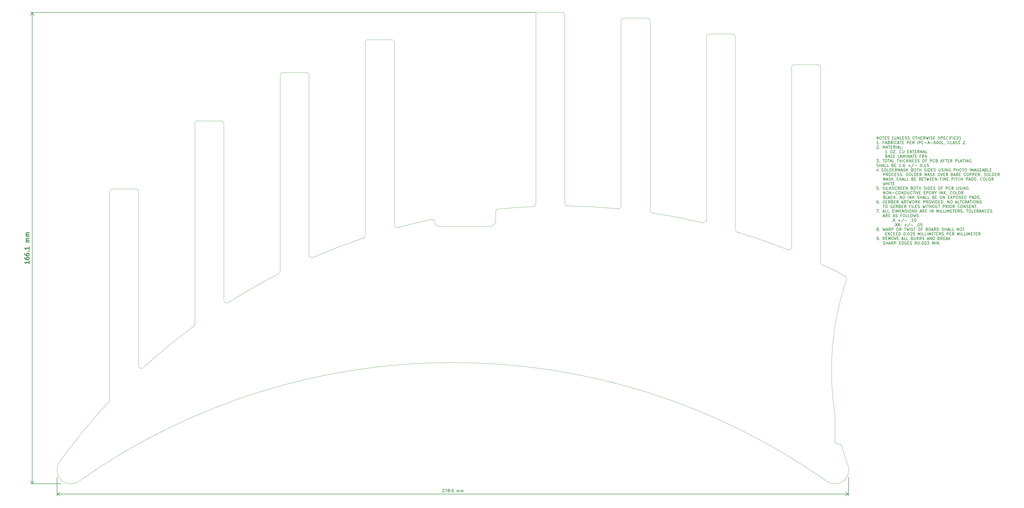
<source format=gbr>
%TF.GenerationSoftware,KiCad,Pcbnew,6.0.2-378541a8eb~116~ubuntu20.04.1*%
%TF.CreationDate,2022-03-06T19:09:14-08:00*%
%TF.ProjectId,menorah555_main,6d656e6f-7261-4683-9535-355f6d61696e,B*%
%TF.SameCoordinates,Original*%
%TF.FileFunction,OtherDrawing,Comment*%
%FSLAX46Y46*%
G04 Gerber Fmt 4.6, Leading zero omitted, Abs format (unit mm)*
G04 Created by KiCad (PCBNEW 6.0.2-378541a8eb~116~ubuntu20.04.1) date 2022-03-06 19:09:14*
%MOMM*%
%LPD*%
G01*
G04 APERTURE LIST*
%ADD10C,0.200000*%
%TA.AperFunction,Profile*%
%ADD11C,0.050000*%
%TD*%
%ADD12C,0.150000*%
%ADD13C,0.300000*%
G04 APERTURE END LIST*
D10*
X58300000Y-58800000D02*
X225400000Y-58800000D01*
D11*
X136400000Y-80000000D02*
G75*
G03*
X135400000Y-81000000I-1J-999999D01*
G01*
X175600000Y-69400000D02*
X175600000Y-133660000D01*
X85600000Y-122000000D02*
X85600000Y-183260000D01*
X85600000Y-122000000D02*
G75*
G03*
X84600000Y-121000000I-999999J1D01*
G01*
X76400000Y-121000000D02*
X84600000Y-121000000D01*
X76400000Y-121000000D02*
G75*
G03*
X75400000Y-122000000I-1J-999999D01*
G01*
X75400000Y-195370000D02*
X75400000Y-122000000D01*
X136400000Y-80000000D02*
X144600000Y-80000000D01*
X166400000Y-68400000D02*
G75*
G03*
X165400000Y-69400000I-1J-999999D01*
G01*
X165400000Y-137370000D02*
X165400000Y-69400000D01*
X115600000Y-98000000D02*
G75*
G03*
X114600000Y-97000000I-999999J1D01*
G01*
X166400000Y-68400000D02*
X174600000Y-68400000D01*
X115600000Y-98000000D02*
X115600000Y-160230000D01*
X145600000Y-81000000D02*
X145600000Y-144230000D01*
X175600000Y-69400000D02*
G75*
G03*
X174600000Y-68400000I-999999J1D01*
G01*
X105400000Y-168610000D02*
X105400000Y-98000000D01*
X135400000Y-150010000D02*
X135400000Y-81000000D01*
X106400000Y-97000000D02*
X114600000Y-97000000D01*
X145600000Y-81000000D02*
G75*
G03*
X144600000Y-80000000I-999999J1D01*
G01*
X106400000Y-97000000D02*
G75*
G03*
X105400000Y-98000000I-1J-999999D01*
G01*
X256400000Y-60800000D02*
G75*
G03*
X255400000Y-61800000I-1J-999999D01*
G01*
X295600000Y-67400000D02*
G75*
G03*
X294600000Y-66400000I-999999J1D01*
G01*
X256400000Y-60800000D02*
X264600000Y-60800000D01*
X285400000Y-131970000D02*
X285400000Y-67400000D01*
X255400000Y-126990000D02*
X255400000Y-61800000D01*
X325600000Y-78200000D02*
G75*
G03*
X324600000Y-77200000I-999999J1D01*
G01*
X295600000Y-67400000D02*
X295600000Y-135260000D01*
X265600000Y-61800000D02*
X265600000Y-128500000D01*
X316400000Y-77200000D02*
X324600000Y-77200000D01*
X265600000Y-61800000D02*
G75*
G03*
X264600000Y-60800000I-999999J1D01*
G01*
X315400000Y-141470000D02*
X315400000Y-78200000D01*
X316400000Y-77200000D02*
G75*
G03*
X315400000Y-78200000I-1J-999999D01*
G01*
X286400000Y-66400000D02*
X294600000Y-66400000D01*
X225400000Y-126220000D02*
X225400000Y-59800000D01*
X226400000Y-58800000D02*
G75*
G03*
X225400000Y-59800000I-1J-999999D01*
G01*
X226400000Y-58800000D02*
X234600000Y-58800000D01*
X235600000Y-59800000D02*
G75*
G03*
X234600000Y-58800000I-999999J1D01*
G01*
X235600000Y-59800000D02*
X235600000Y-126030000D01*
X325600000Y-78200000D02*
X325600000Y-146760000D01*
X286400000Y-66400000D02*
G75*
G03*
X285400000Y-67400000I-1J-999999D01*
G01*
X57820001Y-217140001D02*
G75*
G03*
X64760000Y-223900000I3975144J-2861404D01*
G01*
X64760000Y-223900000D02*
X64850309Y-223837228D01*
X327511852Y-223813089D02*
X327603497Y-223876946D01*
X333030000Y-211510000D02*
G75*
G03*
X335030000Y-217906000I95667512J26404099D01*
G01*
X331600000Y-210800000D02*
X332087372Y-210808006D01*
X333030001Y-211510000D02*
G75*
G03*
X332087372Y-210808006I-942667J-281929D01*
G01*
X189763573Y-132674026D02*
G75*
G03*
X191700000Y-134200000I1847626J352968D01*
G01*
X209300000Y-134200000D02*
G75*
G03*
X211300000Y-132200000I1J1999999D01*
G01*
X211300000Y-132200000D02*
X211291664Y-129122633D01*
X74841689Y-196355905D02*
G75*
G03*
X57820000Y-217140000I159055385J-147624881D01*
G01*
X104929919Y-169458048D02*
G75*
G03*
X105400000Y-168610000I-529915J848046D01*
G01*
X145600000Y-144230000D02*
G75*
G03*
X147022618Y-145136308I1000000J0D01*
G01*
X175600001Y-133660000D02*
G75*
G03*
X176925568Y-134605519I999999J-1D01*
G01*
X235600000Y-126030000D02*
G75*
G03*
X236634899Y-127029391I999999J-1D01*
G01*
X265600001Y-128500000D02*
G75*
G03*
X266392088Y-129478148I999999J-1D01*
G01*
X295600000Y-135260000D02*
G75*
G03*
X296341181Y-136225926I1000000J0D01*
G01*
X325599999Y-146760000D02*
G75*
G03*
X326209269Y-147680505I1000000J0D01*
G01*
X134929919Y-150858048D02*
G75*
G03*
X135400000Y-150010000I-529915J848046D01*
G01*
X164658819Y-138335925D02*
G75*
G03*
X165400000Y-137370000I-258821J965927D01*
G01*
X224573648Y-127204809D02*
G75*
G03*
X225400000Y-126220000I-173649J984809D01*
G01*
X254312844Y-127986195D02*
G75*
G03*
X255400000Y-126990000I87155J996196D01*
G01*
X284141181Y-132935926D02*
G75*
G03*
X285400000Y-131970000I258818J965927D01*
G01*
X313977382Y-142376308D02*
G75*
G03*
X315400000Y-141470000I422618J906308D01*
G01*
X87600000Y-183700000D02*
X87294658Y-183979340D01*
X75069131Y-196113145D02*
X74841689Y-196355905D01*
X104841866Y-169519312D02*
X104929919Y-169458048D01*
X134801847Y-150922131D02*
G75*
G03*
X117400000Y-160900000I99088026J-192977653D01*
G01*
X134929919Y-150858048D02*
X134801847Y-150922131D01*
X117400000Y-160900000D02*
X117229320Y-161007146D01*
X164398003Y-138414929D02*
G75*
G03*
X147100000Y-145100000I69471878J-205484773D01*
G01*
X164658819Y-138335926D02*
X164398003Y-138414929D01*
X147100000Y-145100000D02*
X147022618Y-145136308D01*
X188487912Y-131807078D02*
G75*
G03*
X177300000Y-134500000I43093575J-203621836D01*
G01*
X177300000Y-134500000D02*
X176925568Y-134605519D01*
X224310641Y-127212249D02*
G75*
G03*
X212200000Y-128100000I9201387J-208574882D01*
G01*
X224310641Y-127212249D02*
X224573648Y-127204808D01*
X253945960Y-127939407D02*
G75*
G03*
X236940000Y-127030000I-20075998J-215961356D01*
G01*
X236634899Y-127029391D02*
X236940000Y-127030000D01*
X253945960Y-127939407D02*
X254312844Y-127986195D01*
X283817199Y-132845881D02*
G75*
G03*
X266730000Y-129520000I-49947117J-211053672D01*
G01*
X266392088Y-129478148D02*
X266730000Y-129520000D01*
X283817199Y-132845881D02*
X284141181Y-132935926D01*
X313693401Y-142252243D02*
G75*
G03*
X296540000Y-136280000I-79823297J-201647453D01*
G01*
X296341181Y-136225926D02*
X296540000Y-136280000D01*
X313693401Y-142252243D02*
X313977382Y-142376308D01*
X334280000Y-151700000D02*
G75*
G03*
X326209269Y-147680505I-54259472J-98835073D01*
G01*
X330600000Y-208000000D02*
X330600000Y-209800000D01*
X334710000Y-152940000D02*
G75*
G03*
X334280000Y-151700000I-978203J355341D01*
G01*
X85600000Y-183260000D02*
G75*
G03*
X87294658Y-183979340I1000000J0D01*
G01*
X75069131Y-196113145D02*
G75*
G03*
X75400000Y-195370000I-669140J743149D01*
G01*
X330600000Y-209800000D02*
G75*
G03*
X331600000Y-210800000I999999J-1D01*
G01*
X334710000Y-152940000D02*
G75*
G03*
X330600000Y-200200000I94502379J-32027182D01*
G01*
X212200000Y-128100000D02*
G75*
G03*
X211291664Y-129122633I65243J-972674D01*
G01*
X327511852Y-223813089D02*
G75*
G03*
X64850309Y-223837228I-131313662J-186189469D01*
G01*
X327603497Y-223876946D02*
G75*
G03*
X335030000Y-217906000I2996503J3876946D01*
G01*
X115600000Y-160230000D02*
G75*
G03*
X117229320Y-161007146I1000000J0D01*
G01*
X104841866Y-169519312D02*
G75*
G03*
X87600000Y-183700000I128968223J-174380802D01*
G01*
X191700000Y-134200000D02*
X209300000Y-134200000D01*
X189763573Y-132674026D02*
G75*
G03*
X188487912Y-131807078I-995660J-93051D01*
G01*
X330600000Y-208000000D02*
X330600000Y-200200000D01*
D12*
X345425595Y-103527380D02*
X345425595Y-102527380D01*
X345997023Y-103527380D01*
X345997023Y-102527380D01*
X346663690Y-102527380D02*
X346854166Y-102527380D01*
X346949404Y-102575000D01*
X347044642Y-102670238D01*
X347092261Y-102860714D01*
X347092261Y-103194047D01*
X347044642Y-103384523D01*
X346949404Y-103479761D01*
X346854166Y-103527380D01*
X346663690Y-103527380D01*
X346568452Y-103479761D01*
X346473214Y-103384523D01*
X346425595Y-103194047D01*
X346425595Y-102860714D01*
X346473214Y-102670238D01*
X346568452Y-102575000D01*
X346663690Y-102527380D01*
X347377976Y-102527380D02*
X347949404Y-102527380D01*
X347663690Y-103527380D02*
X347663690Y-102527380D01*
X348282738Y-103003571D02*
X348616071Y-103003571D01*
X348758928Y-103527380D02*
X348282738Y-103527380D01*
X348282738Y-102527380D01*
X348758928Y-102527380D01*
X349139880Y-103479761D02*
X349282738Y-103527380D01*
X349520833Y-103527380D01*
X349616071Y-103479761D01*
X349663690Y-103432142D01*
X349711309Y-103336904D01*
X349711309Y-103241666D01*
X349663690Y-103146428D01*
X349616071Y-103098809D01*
X349520833Y-103051190D01*
X349330357Y-103003571D01*
X349235119Y-102955952D01*
X349187500Y-102908333D01*
X349139880Y-102813095D01*
X349139880Y-102717857D01*
X349187500Y-102622619D01*
X349235119Y-102575000D01*
X349330357Y-102527380D01*
X349568452Y-102527380D01*
X349711309Y-102575000D01*
X351187500Y-103908333D02*
X351139880Y-103860714D01*
X351044642Y-103717857D01*
X350997023Y-103622619D01*
X350949404Y-103479761D01*
X350901785Y-103241666D01*
X350901785Y-103051190D01*
X350949404Y-102813095D01*
X350997023Y-102670238D01*
X351044642Y-102575000D01*
X351139880Y-102432142D01*
X351187500Y-102384523D01*
X351568452Y-102527380D02*
X351568452Y-103336904D01*
X351616071Y-103432142D01*
X351663690Y-103479761D01*
X351758928Y-103527380D01*
X351949404Y-103527380D01*
X352044642Y-103479761D01*
X352092261Y-103432142D01*
X352139880Y-103336904D01*
X352139880Y-102527380D01*
X352616071Y-103527380D02*
X352616071Y-102527380D01*
X353187500Y-103527380D01*
X353187500Y-102527380D01*
X354139880Y-103527380D02*
X353663690Y-103527380D01*
X353663690Y-102527380D01*
X354473214Y-103003571D02*
X354806547Y-103003571D01*
X354949404Y-103527380D02*
X354473214Y-103527380D01*
X354473214Y-102527380D01*
X354949404Y-102527380D01*
X355330357Y-103479761D02*
X355473214Y-103527380D01*
X355711309Y-103527380D01*
X355806547Y-103479761D01*
X355854166Y-103432142D01*
X355901785Y-103336904D01*
X355901785Y-103241666D01*
X355854166Y-103146428D01*
X355806547Y-103098809D01*
X355711309Y-103051190D01*
X355520833Y-103003571D01*
X355425595Y-102955952D01*
X355377976Y-102908333D01*
X355330357Y-102813095D01*
X355330357Y-102717857D01*
X355377976Y-102622619D01*
X355425595Y-102575000D01*
X355520833Y-102527380D01*
X355758928Y-102527380D01*
X355901785Y-102575000D01*
X356282738Y-103479761D02*
X356425595Y-103527380D01*
X356663690Y-103527380D01*
X356758928Y-103479761D01*
X356806547Y-103432142D01*
X356854166Y-103336904D01*
X356854166Y-103241666D01*
X356806547Y-103146428D01*
X356758928Y-103098809D01*
X356663690Y-103051190D01*
X356473214Y-103003571D01*
X356377976Y-102955952D01*
X356330357Y-102908333D01*
X356282738Y-102813095D01*
X356282738Y-102717857D01*
X356330357Y-102622619D01*
X356377976Y-102575000D01*
X356473214Y-102527380D01*
X356711309Y-102527380D01*
X356854166Y-102575000D01*
X358235119Y-102527380D02*
X358425595Y-102527380D01*
X358520833Y-102575000D01*
X358616071Y-102670238D01*
X358663690Y-102860714D01*
X358663690Y-103194047D01*
X358616071Y-103384523D01*
X358520833Y-103479761D01*
X358425595Y-103527380D01*
X358235119Y-103527380D01*
X358139880Y-103479761D01*
X358044642Y-103384523D01*
X357997023Y-103194047D01*
X357997023Y-102860714D01*
X358044642Y-102670238D01*
X358139880Y-102575000D01*
X358235119Y-102527380D01*
X358949404Y-102527380D02*
X359520833Y-102527380D01*
X359235119Y-103527380D02*
X359235119Y-102527380D01*
X359854166Y-103527380D02*
X359854166Y-102527380D01*
X359854166Y-103003571D02*
X360425595Y-103003571D01*
X360425595Y-103527380D02*
X360425595Y-102527380D01*
X360901785Y-103003571D02*
X361235119Y-103003571D01*
X361377976Y-103527380D02*
X360901785Y-103527380D01*
X360901785Y-102527380D01*
X361377976Y-102527380D01*
X362377976Y-103527380D02*
X362044642Y-103051190D01*
X361806547Y-103527380D02*
X361806547Y-102527380D01*
X362187500Y-102527380D01*
X362282738Y-102575000D01*
X362330357Y-102622619D01*
X362377976Y-102717857D01*
X362377976Y-102860714D01*
X362330357Y-102955952D01*
X362282738Y-103003571D01*
X362187500Y-103051190D01*
X361806547Y-103051190D01*
X362711309Y-102527380D02*
X362949404Y-103527380D01*
X363139880Y-102813095D01*
X363330357Y-103527380D01*
X363568452Y-102527380D01*
X363949404Y-103527380D02*
X363949404Y-102527380D01*
X364377976Y-103479761D02*
X364520833Y-103527380D01*
X364758928Y-103527380D01*
X364854166Y-103479761D01*
X364901785Y-103432142D01*
X364949404Y-103336904D01*
X364949404Y-103241666D01*
X364901785Y-103146428D01*
X364854166Y-103098809D01*
X364758928Y-103051190D01*
X364568452Y-103003571D01*
X364473214Y-102955952D01*
X364425595Y-102908333D01*
X364377976Y-102813095D01*
X364377976Y-102717857D01*
X364425595Y-102622619D01*
X364473214Y-102575000D01*
X364568452Y-102527380D01*
X364806547Y-102527380D01*
X364949404Y-102575000D01*
X365377976Y-103003571D02*
X365711309Y-103003571D01*
X365854166Y-103527380D02*
X365377976Y-103527380D01*
X365377976Y-102527380D01*
X365854166Y-102527380D01*
X366997023Y-103479761D02*
X367139880Y-103527380D01*
X367377976Y-103527380D01*
X367473214Y-103479761D01*
X367520833Y-103432142D01*
X367568452Y-103336904D01*
X367568452Y-103241666D01*
X367520833Y-103146428D01*
X367473214Y-103098809D01*
X367377976Y-103051190D01*
X367187500Y-103003571D01*
X367092261Y-102955952D01*
X367044642Y-102908333D01*
X366997023Y-102813095D01*
X366997023Y-102717857D01*
X367044642Y-102622619D01*
X367092261Y-102575000D01*
X367187500Y-102527380D01*
X367425595Y-102527380D01*
X367568452Y-102575000D01*
X367997023Y-103527380D02*
X367997023Y-102527380D01*
X368377976Y-102527380D01*
X368473214Y-102575000D01*
X368520833Y-102622619D01*
X368568452Y-102717857D01*
X368568452Y-102860714D01*
X368520833Y-102955952D01*
X368473214Y-103003571D01*
X368377976Y-103051190D01*
X367997023Y-103051190D01*
X368997023Y-103003571D02*
X369330357Y-103003571D01*
X369473214Y-103527380D02*
X368997023Y-103527380D01*
X368997023Y-102527380D01*
X369473214Y-102527380D01*
X370473214Y-103432142D02*
X370425595Y-103479761D01*
X370282738Y-103527380D01*
X370187500Y-103527380D01*
X370044642Y-103479761D01*
X369949404Y-103384523D01*
X369901785Y-103289285D01*
X369854166Y-103098809D01*
X369854166Y-102955952D01*
X369901785Y-102765476D01*
X369949404Y-102670238D01*
X370044642Y-102575000D01*
X370187500Y-102527380D01*
X370282738Y-102527380D01*
X370425595Y-102575000D01*
X370473214Y-102622619D01*
X370901785Y-103527380D02*
X370901785Y-102527380D01*
X371711309Y-103003571D02*
X371377976Y-103003571D01*
X371377976Y-103527380D02*
X371377976Y-102527380D01*
X371854166Y-102527380D01*
X372235119Y-103527380D02*
X372235119Y-102527380D01*
X372711309Y-103003571D02*
X373044642Y-103003571D01*
X373187500Y-103527380D02*
X372711309Y-103527380D01*
X372711309Y-102527380D01*
X373187500Y-102527380D01*
X373616071Y-103527380D02*
X373616071Y-102527380D01*
X373854166Y-102527380D01*
X373997023Y-102575000D01*
X374092261Y-102670238D01*
X374139880Y-102765476D01*
X374187500Y-102955952D01*
X374187500Y-103098809D01*
X374139880Y-103289285D01*
X374092261Y-103384523D01*
X373997023Y-103479761D01*
X373854166Y-103527380D01*
X373616071Y-103527380D01*
X374520833Y-103908333D02*
X374568452Y-103860714D01*
X374663690Y-103717857D01*
X374711309Y-103622619D01*
X374758928Y-103479761D01*
X374806547Y-103241666D01*
X374806547Y-103051190D01*
X374758928Y-102813095D01*
X374711309Y-102670238D01*
X374663690Y-102575000D01*
X374568452Y-102432142D01*
X374520833Y-102384523D01*
X345949404Y-105137380D02*
X345377976Y-105137380D01*
X345663690Y-105137380D02*
X345663690Y-104137380D01*
X345568452Y-104280238D01*
X345473214Y-104375476D01*
X345377976Y-104423095D01*
X346377976Y-105042142D02*
X346425595Y-105089761D01*
X346377976Y-105137380D01*
X346330357Y-105089761D01*
X346377976Y-105042142D01*
X346377976Y-105137380D01*
X347949404Y-104613571D02*
X347616071Y-104613571D01*
X347616071Y-105137380D02*
X347616071Y-104137380D01*
X348092261Y-104137380D01*
X348425595Y-104851666D02*
X348901785Y-104851666D01*
X348330357Y-105137380D02*
X348663690Y-104137380D01*
X348997023Y-105137380D01*
X349663690Y-104613571D02*
X349806547Y-104661190D01*
X349854166Y-104708809D01*
X349901785Y-104804047D01*
X349901785Y-104946904D01*
X349854166Y-105042142D01*
X349806547Y-105089761D01*
X349711309Y-105137380D01*
X349330357Y-105137380D01*
X349330357Y-104137380D01*
X349663690Y-104137380D01*
X349758928Y-104185000D01*
X349806547Y-104232619D01*
X349854166Y-104327857D01*
X349854166Y-104423095D01*
X349806547Y-104518333D01*
X349758928Y-104565952D01*
X349663690Y-104613571D01*
X349330357Y-104613571D01*
X350901785Y-105137380D02*
X350568452Y-104661190D01*
X350330357Y-105137380D02*
X350330357Y-104137380D01*
X350711309Y-104137380D01*
X350806547Y-104185000D01*
X350854166Y-104232619D01*
X350901785Y-104327857D01*
X350901785Y-104470714D01*
X350854166Y-104565952D01*
X350806547Y-104613571D01*
X350711309Y-104661190D01*
X350330357Y-104661190D01*
X351330357Y-105137380D02*
X351330357Y-104137380D01*
X352377976Y-105042142D02*
X352330357Y-105089761D01*
X352187500Y-105137380D01*
X352092261Y-105137380D01*
X351949404Y-105089761D01*
X351854166Y-104994523D01*
X351806547Y-104899285D01*
X351758928Y-104708809D01*
X351758928Y-104565952D01*
X351806547Y-104375476D01*
X351854166Y-104280238D01*
X351949404Y-104185000D01*
X352092261Y-104137380D01*
X352187500Y-104137380D01*
X352330357Y-104185000D01*
X352377976Y-104232619D01*
X352758928Y-104851666D02*
X353235119Y-104851666D01*
X352663690Y-105137380D02*
X352997023Y-104137380D01*
X353330357Y-105137380D01*
X353520833Y-104137380D02*
X354092261Y-104137380D01*
X353806547Y-105137380D02*
X353806547Y-104137380D01*
X354425595Y-104613571D02*
X354758928Y-104613571D01*
X354901785Y-105137380D02*
X354425595Y-105137380D01*
X354425595Y-104137380D01*
X354901785Y-104137380D01*
X356092261Y-105137380D02*
X356092261Y-104137380D01*
X356473214Y-104137380D01*
X356568452Y-104185000D01*
X356616071Y-104232619D01*
X356663690Y-104327857D01*
X356663690Y-104470714D01*
X356616071Y-104565952D01*
X356568452Y-104613571D01*
X356473214Y-104661190D01*
X356092261Y-104661190D01*
X357092261Y-104613571D02*
X357425595Y-104613571D01*
X357568452Y-105137380D02*
X357092261Y-105137380D01*
X357092261Y-104137380D01*
X357568452Y-104137380D01*
X358568452Y-105137380D02*
X358235119Y-104661190D01*
X357997023Y-105137380D02*
X357997023Y-104137380D01*
X358377976Y-104137380D01*
X358473214Y-104185000D01*
X358520833Y-104232619D01*
X358568452Y-104327857D01*
X358568452Y-104470714D01*
X358520833Y-104565952D01*
X358473214Y-104613571D01*
X358377976Y-104661190D01*
X357997023Y-104661190D01*
X359758928Y-105137380D02*
X359758928Y-104137380D01*
X360235119Y-105137380D02*
X360235119Y-104137380D01*
X360616071Y-104137380D01*
X360711309Y-104185000D01*
X360758928Y-104232619D01*
X360806547Y-104327857D01*
X360806547Y-104470714D01*
X360758928Y-104565952D01*
X360711309Y-104613571D01*
X360616071Y-104661190D01*
X360235119Y-104661190D01*
X361806547Y-105042142D02*
X361758928Y-105089761D01*
X361616071Y-105137380D01*
X361520833Y-105137380D01*
X361377976Y-105089761D01*
X361282738Y-104994523D01*
X361235119Y-104899285D01*
X361187500Y-104708809D01*
X361187500Y-104565952D01*
X361235119Y-104375476D01*
X361282738Y-104280238D01*
X361377976Y-104185000D01*
X361520833Y-104137380D01*
X361616071Y-104137380D01*
X361758928Y-104185000D01*
X361806547Y-104232619D01*
X362235119Y-104756428D02*
X362997023Y-104756428D01*
X363425595Y-104851666D02*
X363901785Y-104851666D01*
X363330357Y-105137380D02*
X363663690Y-104137380D01*
X363997023Y-105137380D01*
X364330357Y-104756428D02*
X365092261Y-104756428D01*
X365997023Y-104137380D02*
X365806547Y-104137380D01*
X365711309Y-104185000D01*
X365663690Y-104232619D01*
X365568452Y-104375476D01*
X365520833Y-104565952D01*
X365520833Y-104946904D01*
X365568452Y-105042142D01*
X365616071Y-105089761D01*
X365711309Y-105137380D01*
X365901785Y-105137380D01*
X365997023Y-105089761D01*
X366044642Y-105042142D01*
X366092261Y-104946904D01*
X366092261Y-104708809D01*
X366044642Y-104613571D01*
X365997023Y-104565952D01*
X365901785Y-104518333D01*
X365711309Y-104518333D01*
X365616071Y-104565952D01*
X365568452Y-104613571D01*
X365520833Y-104708809D01*
X366711309Y-104137380D02*
X366806547Y-104137380D01*
X366901785Y-104185000D01*
X366949404Y-104232619D01*
X366997023Y-104327857D01*
X367044642Y-104518333D01*
X367044642Y-104756428D01*
X366997023Y-104946904D01*
X366949404Y-105042142D01*
X366901785Y-105089761D01*
X366806547Y-105137380D01*
X366711309Y-105137380D01*
X366616071Y-105089761D01*
X366568452Y-105042142D01*
X366520833Y-104946904D01*
X366473214Y-104756428D01*
X366473214Y-104518333D01*
X366520833Y-104327857D01*
X366568452Y-104232619D01*
X366616071Y-104185000D01*
X366711309Y-104137380D01*
X367663690Y-104137380D02*
X367758928Y-104137380D01*
X367854166Y-104185000D01*
X367901785Y-104232619D01*
X367949404Y-104327857D01*
X367997023Y-104518333D01*
X367997023Y-104756428D01*
X367949404Y-104946904D01*
X367901785Y-105042142D01*
X367854166Y-105089761D01*
X367758928Y-105137380D01*
X367663690Y-105137380D01*
X367568452Y-105089761D01*
X367520833Y-105042142D01*
X367473214Y-104946904D01*
X367425595Y-104756428D01*
X367425595Y-104518333D01*
X367473214Y-104327857D01*
X367520833Y-104232619D01*
X367568452Y-104185000D01*
X367663690Y-104137380D01*
X368901785Y-105137380D02*
X368425595Y-105137380D01*
X368425595Y-104137380D01*
X369282738Y-105089761D02*
X369282738Y-105137380D01*
X369235119Y-105232619D01*
X369187500Y-105280238D01*
X371044642Y-105042142D02*
X370997023Y-105089761D01*
X370854166Y-105137380D01*
X370758928Y-105137380D01*
X370616071Y-105089761D01*
X370520833Y-104994523D01*
X370473214Y-104899285D01*
X370425595Y-104708809D01*
X370425595Y-104565952D01*
X370473214Y-104375476D01*
X370520833Y-104280238D01*
X370616071Y-104185000D01*
X370758928Y-104137380D01*
X370854166Y-104137380D01*
X370997023Y-104185000D01*
X371044642Y-104232619D01*
X371949404Y-105137380D02*
X371473214Y-105137380D01*
X371473214Y-104137380D01*
X372235119Y-104851666D02*
X372711309Y-104851666D01*
X372139880Y-105137380D02*
X372473214Y-104137380D01*
X372806547Y-105137380D01*
X373092261Y-105089761D02*
X373235119Y-105137380D01*
X373473214Y-105137380D01*
X373568452Y-105089761D01*
X373616071Y-105042142D01*
X373663690Y-104946904D01*
X373663690Y-104851666D01*
X373616071Y-104756428D01*
X373568452Y-104708809D01*
X373473214Y-104661190D01*
X373282738Y-104613571D01*
X373187500Y-104565952D01*
X373139880Y-104518333D01*
X373092261Y-104423095D01*
X373092261Y-104327857D01*
X373139880Y-104232619D01*
X373187500Y-104185000D01*
X373282738Y-104137380D01*
X373520833Y-104137380D01*
X373663690Y-104185000D01*
X374044642Y-105089761D02*
X374187500Y-105137380D01*
X374425595Y-105137380D01*
X374520833Y-105089761D01*
X374568452Y-105042142D01*
X374616071Y-104946904D01*
X374616071Y-104851666D01*
X374568452Y-104756428D01*
X374520833Y-104708809D01*
X374425595Y-104661190D01*
X374235119Y-104613571D01*
X374139880Y-104565952D01*
X374092261Y-104518333D01*
X374044642Y-104423095D01*
X374044642Y-104327857D01*
X374092261Y-104232619D01*
X374139880Y-104185000D01*
X374235119Y-104137380D01*
X374473214Y-104137380D01*
X374616071Y-104185000D01*
X375758928Y-104232619D02*
X375806547Y-104185000D01*
X375901785Y-104137380D01*
X376139880Y-104137380D01*
X376235119Y-104185000D01*
X376282738Y-104232619D01*
X376330357Y-104327857D01*
X376330357Y-104423095D01*
X376282738Y-104565952D01*
X375711309Y-105137380D01*
X376330357Y-105137380D01*
X376758928Y-105042142D02*
X376806547Y-105089761D01*
X376758928Y-105137380D01*
X376711309Y-105089761D01*
X376758928Y-105042142D01*
X376758928Y-105137380D01*
X345377976Y-105842619D02*
X345425595Y-105795000D01*
X345520833Y-105747380D01*
X345758928Y-105747380D01*
X345854166Y-105795000D01*
X345901785Y-105842619D01*
X345949404Y-105937857D01*
X345949404Y-106033095D01*
X345901785Y-106175952D01*
X345330357Y-106747380D01*
X345949404Y-106747380D01*
X346377976Y-106652142D02*
X346425595Y-106699761D01*
X346377976Y-106747380D01*
X346330357Y-106699761D01*
X346377976Y-106652142D01*
X346377976Y-106747380D01*
X347616071Y-106747380D02*
X347616071Y-105747380D01*
X347949404Y-106461666D01*
X348282738Y-105747380D01*
X348282738Y-106747380D01*
X348711309Y-106461666D02*
X349187500Y-106461666D01*
X348616071Y-106747380D02*
X348949404Y-105747380D01*
X349282738Y-106747380D01*
X349473214Y-105747380D02*
X350044642Y-105747380D01*
X349758928Y-106747380D02*
X349758928Y-105747380D01*
X350377976Y-106223571D02*
X350711309Y-106223571D01*
X350854166Y-106747380D02*
X350377976Y-106747380D01*
X350377976Y-105747380D01*
X350854166Y-105747380D01*
X351854166Y-106747380D02*
X351520833Y-106271190D01*
X351282738Y-106747380D02*
X351282738Y-105747380D01*
X351663690Y-105747380D01*
X351758928Y-105795000D01*
X351806547Y-105842619D01*
X351854166Y-105937857D01*
X351854166Y-106080714D01*
X351806547Y-106175952D01*
X351758928Y-106223571D01*
X351663690Y-106271190D01*
X351282738Y-106271190D01*
X352282738Y-106747380D02*
X352282738Y-105747380D01*
X352711309Y-106461666D02*
X353187500Y-106461666D01*
X352616071Y-106747380D02*
X352949404Y-105747380D01*
X353282738Y-106747380D01*
X354092261Y-106747380D02*
X353616071Y-106747380D01*
X353616071Y-105747380D01*
X354425595Y-106652142D02*
X354473214Y-106699761D01*
X354425595Y-106747380D01*
X354377976Y-106699761D01*
X354425595Y-106652142D01*
X354425595Y-106747380D01*
X354425595Y-106128333D02*
X354473214Y-106175952D01*
X354425595Y-106223571D01*
X354377976Y-106175952D01*
X354425595Y-106128333D01*
X354425595Y-106223571D01*
X348997023Y-108357380D02*
X348425595Y-108357380D01*
X348711309Y-108357380D02*
X348711309Y-107357380D01*
X348616071Y-107500238D01*
X348520833Y-107595476D01*
X348425595Y-107643095D01*
X350377976Y-107357380D02*
X350568452Y-107357380D01*
X350663690Y-107405000D01*
X350758928Y-107500238D01*
X350806547Y-107690714D01*
X350806547Y-108024047D01*
X350758928Y-108214523D01*
X350663690Y-108309761D01*
X350568452Y-108357380D01*
X350377976Y-108357380D01*
X350282738Y-108309761D01*
X350187500Y-108214523D01*
X350139880Y-108024047D01*
X350139880Y-107690714D01*
X350187500Y-107500238D01*
X350282738Y-107405000D01*
X350377976Y-107357380D01*
X351139880Y-107357380D02*
X351806547Y-107357380D01*
X351139880Y-108357380D01*
X351806547Y-108357380D01*
X352187500Y-108262142D02*
X352235119Y-108309761D01*
X352187500Y-108357380D01*
X352139880Y-108309761D01*
X352187500Y-108262142D01*
X352187500Y-108357380D01*
X353997023Y-108262142D02*
X353949404Y-108309761D01*
X353806547Y-108357380D01*
X353711309Y-108357380D01*
X353568452Y-108309761D01*
X353473214Y-108214523D01*
X353425595Y-108119285D01*
X353377976Y-107928809D01*
X353377976Y-107785952D01*
X353425595Y-107595476D01*
X353473214Y-107500238D01*
X353568452Y-107405000D01*
X353711309Y-107357380D01*
X353806547Y-107357380D01*
X353949404Y-107405000D01*
X353997023Y-107452619D01*
X354425595Y-107357380D02*
X354425595Y-108166904D01*
X354473214Y-108262142D01*
X354520833Y-108309761D01*
X354616071Y-108357380D01*
X354806547Y-108357380D01*
X354901785Y-108309761D01*
X354949404Y-108262142D01*
X354997023Y-108166904D01*
X354997023Y-107357380D01*
X356235119Y-107833571D02*
X356568452Y-107833571D01*
X356711309Y-108357380D02*
X356235119Y-108357380D01*
X356235119Y-107357380D01*
X356711309Y-107357380D01*
X357044642Y-107357380D02*
X357711309Y-108357380D01*
X357711309Y-107357380D02*
X357044642Y-108357380D01*
X357949404Y-107357380D02*
X358520833Y-107357380D01*
X358235119Y-108357380D02*
X358235119Y-107357380D01*
X358854166Y-107833571D02*
X359187500Y-107833571D01*
X359330357Y-108357380D02*
X358854166Y-108357380D01*
X358854166Y-107357380D01*
X359330357Y-107357380D01*
X360330357Y-108357380D02*
X359997023Y-107881190D01*
X359758928Y-108357380D02*
X359758928Y-107357380D01*
X360139880Y-107357380D01*
X360235119Y-107405000D01*
X360282738Y-107452619D01*
X360330357Y-107547857D01*
X360330357Y-107690714D01*
X360282738Y-107785952D01*
X360235119Y-107833571D01*
X360139880Y-107881190D01*
X359758928Y-107881190D01*
X360758928Y-108357380D02*
X360758928Y-107357380D01*
X361330357Y-108357380D01*
X361330357Y-107357380D01*
X361758928Y-108071666D02*
X362235119Y-108071666D01*
X361663690Y-108357380D02*
X361997023Y-107357380D01*
X362330357Y-108357380D01*
X363139880Y-108357380D02*
X362663690Y-108357380D01*
X362663690Y-107357380D01*
X348806547Y-109443571D02*
X348949404Y-109491190D01*
X348997023Y-109538809D01*
X349044642Y-109634047D01*
X349044642Y-109776904D01*
X348997023Y-109872142D01*
X348949404Y-109919761D01*
X348854166Y-109967380D01*
X348473214Y-109967380D01*
X348473214Y-108967380D01*
X348806547Y-108967380D01*
X348901785Y-109015000D01*
X348949404Y-109062619D01*
X348997023Y-109157857D01*
X348997023Y-109253095D01*
X348949404Y-109348333D01*
X348901785Y-109395952D01*
X348806547Y-109443571D01*
X348473214Y-109443571D01*
X349425595Y-109681666D02*
X349901785Y-109681666D01*
X349330357Y-109967380D02*
X349663690Y-108967380D01*
X349997023Y-109967380D01*
X350282738Y-109919761D02*
X350425595Y-109967380D01*
X350663690Y-109967380D01*
X350758928Y-109919761D01*
X350806547Y-109872142D01*
X350854166Y-109776904D01*
X350854166Y-109681666D01*
X350806547Y-109586428D01*
X350758928Y-109538809D01*
X350663690Y-109491190D01*
X350473214Y-109443571D01*
X350377976Y-109395952D01*
X350330357Y-109348333D01*
X350282738Y-109253095D01*
X350282738Y-109157857D01*
X350330357Y-109062619D01*
X350377976Y-109015000D01*
X350473214Y-108967380D01*
X350711309Y-108967380D01*
X350854166Y-109015000D01*
X351282738Y-109443571D02*
X351616071Y-109443571D01*
X351758928Y-109967380D02*
X351282738Y-109967380D01*
X351282738Y-108967380D01*
X351758928Y-108967380D01*
X353425595Y-109967380D02*
X352949404Y-109967380D01*
X352949404Y-108967380D01*
X353711309Y-109681666D02*
X354187500Y-109681666D01*
X353616071Y-109967380D02*
X353949404Y-108967380D01*
X354282738Y-109967380D01*
X354616071Y-109967380D02*
X354616071Y-108967380D01*
X354949404Y-109681666D01*
X355282738Y-108967380D01*
X355282738Y-109967380D01*
X355758928Y-109967380D02*
X355758928Y-108967380D01*
X356235119Y-109967380D02*
X356235119Y-108967380D01*
X356806547Y-109967380D01*
X356806547Y-108967380D01*
X357235119Y-109681666D02*
X357711309Y-109681666D01*
X357139880Y-109967380D02*
X357473214Y-108967380D01*
X357806547Y-109967380D01*
X357997023Y-108967380D02*
X358568452Y-108967380D01*
X358282738Y-109967380D02*
X358282738Y-108967380D01*
X358901785Y-109443571D02*
X359235119Y-109443571D01*
X359377976Y-109967380D02*
X358901785Y-109967380D01*
X358901785Y-108967380D01*
X359377976Y-108967380D01*
X360901785Y-109443571D02*
X360568452Y-109443571D01*
X360568452Y-109967380D02*
X360568452Y-108967380D01*
X361044642Y-108967380D01*
X361997023Y-109967380D02*
X361663690Y-109491190D01*
X361425595Y-109967380D02*
X361425595Y-108967380D01*
X361806547Y-108967380D01*
X361901785Y-109015000D01*
X361949404Y-109062619D01*
X361997023Y-109157857D01*
X361997023Y-109300714D01*
X361949404Y-109395952D01*
X361901785Y-109443571D01*
X361806547Y-109491190D01*
X361425595Y-109491190D01*
X362854166Y-109300714D02*
X362854166Y-109967380D01*
X362616071Y-108919761D02*
X362377976Y-109634047D01*
X362997023Y-109634047D01*
X345330357Y-110577380D02*
X345949404Y-110577380D01*
X345616071Y-110958333D01*
X345758928Y-110958333D01*
X345854166Y-111005952D01*
X345901785Y-111053571D01*
X345949404Y-111148809D01*
X345949404Y-111386904D01*
X345901785Y-111482142D01*
X345854166Y-111529761D01*
X345758928Y-111577380D01*
X345473214Y-111577380D01*
X345377976Y-111529761D01*
X345330357Y-111482142D01*
X346377976Y-111482142D02*
X346425595Y-111529761D01*
X346377976Y-111577380D01*
X346330357Y-111529761D01*
X346377976Y-111482142D01*
X346377976Y-111577380D01*
X347473214Y-110577380D02*
X348044642Y-110577380D01*
X347758928Y-111577380D02*
X347758928Y-110577380D01*
X348568452Y-110577380D02*
X348758928Y-110577380D01*
X348854166Y-110625000D01*
X348949404Y-110720238D01*
X348997023Y-110910714D01*
X348997023Y-111244047D01*
X348949404Y-111434523D01*
X348854166Y-111529761D01*
X348758928Y-111577380D01*
X348568452Y-111577380D01*
X348473214Y-111529761D01*
X348377976Y-111434523D01*
X348330357Y-111244047D01*
X348330357Y-110910714D01*
X348377976Y-110720238D01*
X348473214Y-110625000D01*
X348568452Y-110577380D01*
X349282738Y-110577380D02*
X349854166Y-110577380D01*
X349568452Y-111577380D02*
X349568452Y-110577380D01*
X350139880Y-111291666D02*
X350616071Y-111291666D01*
X350044642Y-111577380D02*
X350377976Y-110577380D01*
X350711309Y-111577380D01*
X351520833Y-111577380D02*
X351044642Y-111577380D01*
X351044642Y-110577380D01*
X352473214Y-110577380D02*
X353044642Y-110577380D01*
X352758928Y-111577380D02*
X352758928Y-110577380D01*
X353377976Y-111577380D02*
X353377976Y-110577380D01*
X353377976Y-111053571D02*
X353949404Y-111053571D01*
X353949404Y-111577380D02*
X353949404Y-110577380D01*
X354425595Y-111577380D02*
X354425595Y-110577380D01*
X355473214Y-111482142D02*
X355425595Y-111529761D01*
X355282738Y-111577380D01*
X355187500Y-111577380D01*
X355044642Y-111529761D01*
X354949404Y-111434523D01*
X354901785Y-111339285D01*
X354854166Y-111148809D01*
X354854166Y-111005952D01*
X354901785Y-110815476D01*
X354949404Y-110720238D01*
X355044642Y-110625000D01*
X355187500Y-110577380D01*
X355282738Y-110577380D01*
X355425595Y-110625000D01*
X355473214Y-110672619D01*
X355901785Y-111577380D02*
X355901785Y-110577380D01*
X356473214Y-111577380D02*
X356044642Y-111005952D01*
X356473214Y-110577380D02*
X355901785Y-111148809D01*
X356901785Y-111577380D02*
X356901785Y-110577380D01*
X357473214Y-111577380D01*
X357473214Y-110577380D01*
X357949404Y-111053571D02*
X358282738Y-111053571D01*
X358425595Y-111577380D02*
X357949404Y-111577380D01*
X357949404Y-110577380D01*
X358425595Y-110577380D01*
X358806547Y-111529761D02*
X358949404Y-111577380D01*
X359187500Y-111577380D01*
X359282738Y-111529761D01*
X359330357Y-111482142D01*
X359377976Y-111386904D01*
X359377976Y-111291666D01*
X359330357Y-111196428D01*
X359282738Y-111148809D01*
X359187500Y-111101190D01*
X358997023Y-111053571D01*
X358901785Y-111005952D01*
X358854166Y-110958333D01*
X358806547Y-110863095D01*
X358806547Y-110767857D01*
X358854166Y-110672619D01*
X358901785Y-110625000D01*
X358997023Y-110577380D01*
X359235119Y-110577380D01*
X359377976Y-110625000D01*
X359758928Y-111529761D02*
X359901785Y-111577380D01*
X360139880Y-111577380D01*
X360235119Y-111529761D01*
X360282738Y-111482142D01*
X360330357Y-111386904D01*
X360330357Y-111291666D01*
X360282738Y-111196428D01*
X360235119Y-111148809D01*
X360139880Y-111101190D01*
X359949404Y-111053571D01*
X359854166Y-111005952D01*
X359806547Y-110958333D01*
X359758928Y-110863095D01*
X359758928Y-110767857D01*
X359806547Y-110672619D01*
X359854166Y-110625000D01*
X359949404Y-110577380D01*
X360187500Y-110577380D01*
X360330357Y-110625000D01*
X361711309Y-110577380D02*
X361901785Y-110577380D01*
X361997023Y-110625000D01*
X362092261Y-110720238D01*
X362139880Y-110910714D01*
X362139880Y-111244047D01*
X362092261Y-111434523D01*
X361997023Y-111529761D01*
X361901785Y-111577380D01*
X361711309Y-111577380D01*
X361616071Y-111529761D01*
X361520833Y-111434523D01*
X361473214Y-111244047D01*
X361473214Y-110910714D01*
X361520833Y-110720238D01*
X361616071Y-110625000D01*
X361711309Y-110577380D01*
X362901785Y-111053571D02*
X362568452Y-111053571D01*
X362568452Y-111577380D02*
X362568452Y-110577380D01*
X363044642Y-110577380D01*
X364187500Y-111577380D02*
X364187500Y-110577380D01*
X364568452Y-110577380D01*
X364663690Y-110625000D01*
X364711309Y-110672619D01*
X364758928Y-110767857D01*
X364758928Y-110910714D01*
X364711309Y-111005952D01*
X364663690Y-111053571D01*
X364568452Y-111101190D01*
X364187500Y-111101190D01*
X365758928Y-111482142D02*
X365711309Y-111529761D01*
X365568452Y-111577380D01*
X365473214Y-111577380D01*
X365330357Y-111529761D01*
X365235119Y-111434523D01*
X365187500Y-111339285D01*
X365139880Y-111148809D01*
X365139880Y-111005952D01*
X365187500Y-110815476D01*
X365235119Y-110720238D01*
X365330357Y-110625000D01*
X365473214Y-110577380D01*
X365568452Y-110577380D01*
X365711309Y-110625000D01*
X365758928Y-110672619D01*
X366520833Y-111053571D02*
X366663690Y-111101190D01*
X366711309Y-111148809D01*
X366758928Y-111244047D01*
X366758928Y-111386904D01*
X366711309Y-111482142D01*
X366663690Y-111529761D01*
X366568452Y-111577380D01*
X366187500Y-111577380D01*
X366187500Y-110577380D01*
X366520833Y-110577380D01*
X366616071Y-110625000D01*
X366663690Y-110672619D01*
X366711309Y-110767857D01*
X366711309Y-110863095D01*
X366663690Y-110958333D01*
X366616071Y-111005952D01*
X366520833Y-111053571D01*
X366187500Y-111053571D01*
X367901785Y-111291666D02*
X368377976Y-111291666D01*
X367806547Y-111577380D02*
X368139880Y-110577380D01*
X368473214Y-111577380D01*
X369139880Y-111053571D02*
X368806547Y-111053571D01*
X368806547Y-111577380D02*
X368806547Y-110577380D01*
X369282738Y-110577380D01*
X369520833Y-110577380D02*
X370092261Y-110577380D01*
X369806547Y-111577380D02*
X369806547Y-110577380D01*
X370425595Y-111053571D02*
X370758928Y-111053571D01*
X370901785Y-111577380D02*
X370425595Y-111577380D01*
X370425595Y-110577380D01*
X370901785Y-110577380D01*
X371901785Y-111577380D02*
X371568452Y-111101190D01*
X371330357Y-111577380D02*
X371330357Y-110577380D01*
X371711309Y-110577380D01*
X371806547Y-110625000D01*
X371854166Y-110672619D01*
X371901785Y-110767857D01*
X371901785Y-110910714D01*
X371854166Y-111005952D01*
X371806547Y-111053571D01*
X371711309Y-111101190D01*
X371330357Y-111101190D01*
X373092261Y-111577380D02*
X373092261Y-110577380D01*
X373473214Y-110577380D01*
X373568452Y-110625000D01*
X373616071Y-110672619D01*
X373663690Y-110767857D01*
X373663690Y-110910714D01*
X373616071Y-111005952D01*
X373568452Y-111053571D01*
X373473214Y-111101190D01*
X373092261Y-111101190D01*
X374568452Y-111577380D02*
X374092261Y-111577380D01*
X374092261Y-110577380D01*
X374854166Y-111291666D02*
X375330357Y-111291666D01*
X374758928Y-111577380D02*
X375092261Y-110577380D01*
X375425595Y-111577380D01*
X375616071Y-110577380D02*
X376187500Y-110577380D01*
X375901785Y-111577380D02*
X375901785Y-110577380D01*
X376520833Y-111577380D02*
X376520833Y-110577380D01*
X376997023Y-111577380D02*
X376997023Y-110577380D01*
X377568452Y-111577380D01*
X377568452Y-110577380D01*
X378568452Y-110625000D02*
X378473214Y-110577380D01*
X378330357Y-110577380D01*
X378187500Y-110625000D01*
X378092261Y-110720238D01*
X378044642Y-110815476D01*
X377997023Y-111005952D01*
X377997023Y-111148809D01*
X378044642Y-111339285D01*
X378092261Y-111434523D01*
X378187500Y-111529761D01*
X378330357Y-111577380D01*
X378425595Y-111577380D01*
X378568452Y-111529761D01*
X378616071Y-111482142D01*
X378616071Y-111148809D01*
X378425595Y-111148809D01*
X345377976Y-113139761D02*
X345520833Y-113187380D01*
X345758928Y-113187380D01*
X345854166Y-113139761D01*
X345901785Y-113092142D01*
X345949404Y-112996904D01*
X345949404Y-112901666D01*
X345901785Y-112806428D01*
X345854166Y-112758809D01*
X345758928Y-112711190D01*
X345568452Y-112663571D01*
X345473214Y-112615952D01*
X345425595Y-112568333D01*
X345377976Y-112473095D01*
X345377976Y-112377857D01*
X345425595Y-112282619D01*
X345473214Y-112235000D01*
X345568452Y-112187380D01*
X345806547Y-112187380D01*
X345949404Y-112235000D01*
X346377976Y-113187380D02*
X346377976Y-112187380D01*
X346377976Y-112663571D02*
X346949404Y-112663571D01*
X346949404Y-113187380D02*
X346949404Y-112187380D01*
X347377976Y-112901666D02*
X347854166Y-112901666D01*
X347282738Y-113187380D02*
X347616071Y-112187380D01*
X347949404Y-113187380D01*
X348758928Y-113187380D02*
X348282738Y-113187380D01*
X348282738Y-112187380D01*
X349568452Y-113187380D02*
X349092261Y-113187380D01*
X349092261Y-112187380D01*
X350997023Y-112663571D02*
X351139880Y-112711190D01*
X351187500Y-112758809D01*
X351235119Y-112854047D01*
X351235119Y-112996904D01*
X351187500Y-113092142D01*
X351139880Y-113139761D01*
X351044642Y-113187380D01*
X350663690Y-113187380D01*
X350663690Y-112187380D01*
X350997023Y-112187380D01*
X351092261Y-112235000D01*
X351139880Y-112282619D01*
X351187500Y-112377857D01*
X351187500Y-112473095D01*
X351139880Y-112568333D01*
X351092261Y-112615952D01*
X350997023Y-112663571D01*
X350663690Y-112663571D01*
X351663690Y-112663571D02*
X351997023Y-112663571D01*
X352139880Y-113187380D02*
X351663690Y-113187380D01*
X351663690Y-112187380D01*
X352139880Y-112187380D01*
X353854166Y-113187380D02*
X353282738Y-113187380D01*
X353568452Y-113187380D02*
X353568452Y-112187380D01*
X353473214Y-112330238D01*
X353377976Y-112425476D01*
X353282738Y-112473095D01*
X354282738Y-113092142D02*
X354330357Y-113139761D01*
X354282738Y-113187380D01*
X354235119Y-113139761D01*
X354282738Y-113092142D01*
X354282738Y-113187380D01*
X355187500Y-112187380D02*
X354997023Y-112187380D01*
X354901785Y-112235000D01*
X354854166Y-112282619D01*
X354758928Y-112425476D01*
X354711309Y-112615952D01*
X354711309Y-112996904D01*
X354758928Y-113092142D01*
X354806547Y-113139761D01*
X354901785Y-113187380D01*
X355092261Y-113187380D01*
X355187500Y-113139761D01*
X355235119Y-113092142D01*
X355282738Y-112996904D01*
X355282738Y-112758809D01*
X355235119Y-112663571D01*
X355187500Y-112615952D01*
X355092261Y-112568333D01*
X354901785Y-112568333D01*
X354806547Y-112615952D01*
X354758928Y-112663571D01*
X354711309Y-112758809D01*
X356473214Y-112806428D02*
X357235119Y-112806428D01*
X356854166Y-113187380D02*
X356854166Y-112425476D01*
X358425595Y-112139761D02*
X357568452Y-113425476D01*
X358758928Y-112806428D02*
X359520833Y-112806428D01*
X360949404Y-112187380D02*
X361044642Y-112187380D01*
X361139880Y-112235000D01*
X361187500Y-112282619D01*
X361235119Y-112377857D01*
X361282738Y-112568333D01*
X361282738Y-112806428D01*
X361235119Y-112996904D01*
X361187500Y-113092142D01*
X361139880Y-113139761D01*
X361044642Y-113187380D01*
X360949404Y-113187380D01*
X360854166Y-113139761D01*
X360806547Y-113092142D01*
X360758928Y-112996904D01*
X360711309Y-112806428D01*
X360711309Y-112568333D01*
X360758928Y-112377857D01*
X360806547Y-112282619D01*
X360854166Y-112235000D01*
X360949404Y-112187380D01*
X361711309Y-113092142D02*
X361758928Y-113139761D01*
X361711309Y-113187380D01*
X361663690Y-113139761D01*
X361711309Y-113092142D01*
X361711309Y-113187380D01*
X362711309Y-113187380D02*
X362139880Y-113187380D01*
X362425595Y-113187380D02*
X362425595Y-112187380D01*
X362330357Y-112330238D01*
X362235119Y-112425476D01*
X362139880Y-112473095D01*
X363616071Y-112187380D02*
X363139880Y-112187380D01*
X363092261Y-112663571D01*
X363139880Y-112615952D01*
X363235119Y-112568333D01*
X363473214Y-112568333D01*
X363568452Y-112615952D01*
X363616071Y-112663571D01*
X363663690Y-112758809D01*
X363663690Y-112996904D01*
X363616071Y-113092142D01*
X363568452Y-113139761D01*
X363473214Y-113187380D01*
X363235119Y-113187380D01*
X363139880Y-113139761D01*
X363092261Y-113092142D01*
X345854166Y-114130714D02*
X345854166Y-114797380D01*
X345616071Y-113749761D02*
X345377976Y-114464047D01*
X345997023Y-114464047D01*
X347092261Y-114749761D02*
X347235119Y-114797380D01*
X347473214Y-114797380D01*
X347568452Y-114749761D01*
X347616071Y-114702142D01*
X347663690Y-114606904D01*
X347663690Y-114511666D01*
X347616071Y-114416428D01*
X347568452Y-114368809D01*
X347473214Y-114321190D01*
X347282738Y-114273571D01*
X347187500Y-114225952D01*
X347139880Y-114178333D01*
X347092261Y-114083095D01*
X347092261Y-113987857D01*
X347139880Y-113892619D01*
X347187500Y-113845000D01*
X347282738Y-113797380D01*
X347520833Y-113797380D01*
X347663690Y-113845000D01*
X348282738Y-113797380D02*
X348473214Y-113797380D01*
X348568452Y-113845000D01*
X348663690Y-113940238D01*
X348711309Y-114130714D01*
X348711309Y-114464047D01*
X348663690Y-114654523D01*
X348568452Y-114749761D01*
X348473214Y-114797380D01*
X348282738Y-114797380D01*
X348187500Y-114749761D01*
X348092261Y-114654523D01*
X348044642Y-114464047D01*
X348044642Y-114130714D01*
X348092261Y-113940238D01*
X348187500Y-113845000D01*
X348282738Y-113797380D01*
X349616071Y-114797380D02*
X349139880Y-114797380D01*
X349139880Y-113797380D01*
X349949404Y-114797380D02*
X349949404Y-113797380D01*
X350187500Y-113797380D01*
X350330357Y-113845000D01*
X350425595Y-113940238D01*
X350473214Y-114035476D01*
X350520833Y-114225952D01*
X350520833Y-114368809D01*
X350473214Y-114559285D01*
X350425595Y-114654523D01*
X350330357Y-114749761D01*
X350187500Y-114797380D01*
X349949404Y-114797380D01*
X350949404Y-114273571D02*
X351282738Y-114273571D01*
X351425595Y-114797380D02*
X350949404Y-114797380D01*
X350949404Y-113797380D01*
X351425595Y-113797380D01*
X352425595Y-114797380D02*
X352092261Y-114321190D01*
X351854166Y-114797380D02*
X351854166Y-113797380D01*
X352235119Y-113797380D01*
X352330357Y-113845000D01*
X352377976Y-113892619D01*
X352425595Y-113987857D01*
X352425595Y-114130714D01*
X352377976Y-114225952D01*
X352330357Y-114273571D01*
X352235119Y-114321190D01*
X351854166Y-114321190D01*
X352854166Y-114797380D02*
X352854166Y-113797380D01*
X353187500Y-114511666D01*
X353520833Y-113797380D01*
X353520833Y-114797380D01*
X353949404Y-114511666D02*
X354425595Y-114511666D01*
X353854166Y-114797380D02*
X354187500Y-113797380D01*
X354520833Y-114797380D01*
X354806547Y-114749761D02*
X354949404Y-114797380D01*
X355187500Y-114797380D01*
X355282738Y-114749761D01*
X355330357Y-114702142D01*
X355377976Y-114606904D01*
X355377976Y-114511666D01*
X355330357Y-114416428D01*
X355282738Y-114368809D01*
X355187500Y-114321190D01*
X354997023Y-114273571D01*
X354901785Y-114225952D01*
X354854166Y-114178333D01*
X354806547Y-114083095D01*
X354806547Y-113987857D01*
X354854166Y-113892619D01*
X354901785Y-113845000D01*
X354997023Y-113797380D01*
X355235119Y-113797380D01*
X355377976Y-113845000D01*
X355806547Y-114797380D02*
X355806547Y-113797380D01*
X356377976Y-114797380D02*
X355949404Y-114225952D01*
X356377976Y-113797380D02*
X355806547Y-114368809D01*
X357901785Y-114273571D02*
X358044642Y-114321190D01*
X358092261Y-114368809D01*
X358139880Y-114464047D01*
X358139880Y-114606904D01*
X358092261Y-114702142D01*
X358044642Y-114749761D01*
X357949404Y-114797380D01*
X357568452Y-114797380D01*
X357568452Y-113797380D01*
X357901785Y-113797380D01*
X357997023Y-113845000D01*
X358044642Y-113892619D01*
X358092261Y-113987857D01*
X358092261Y-114083095D01*
X358044642Y-114178333D01*
X357997023Y-114225952D01*
X357901785Y-114273571D01*
X357568452Y-114273571D01*
X358758928Y-113797380D02*
X358949404Y-113797380D01*
X359044642Y-113845000D01*
X359139880Y-113940238D01*
X359187500Y-114130714D01*
X359187500Y-114464047D01*
X359139880Y-114654523D01*
X359044642Y-114749761D01*
X358949404Y-114797380D01*
X358758928Y-114797380D01*
X358663690Y-114749761D01*
X358568452Y-114654523D01*
X358520833Y-114464047D01*
X358520833Y-114130714D01*
X358568452Y-113940238D01*
X358663690Y-113845000D01*
X358758928Y-113797380D01*
X359473214Y-113797380D02*
X360044642Y-113797380D01*
X359758928Y-114797380D02*
X359758928Y-113797380D01*
X360377976Y-114797380D02*
X360377976Y-113797380D01*
X360377976Y-114273571D02*
X360949404Y-114273571D01*
X360949404Y-114797380D02*
X360949404Y-113797380D01*
X362139880Y-114749761D02*
X362282738Y-114797380D01*
X362520833Y-114797380D01*
X362616071Y-114749761D01*
X362663690Y-114702142D01*
X362711309Y-114606904D01*
X362711309Y-114511666D01*
X362663690Y-114416428D01*
X362616071Y-114368809D01*
X362520833Y-114321190D01*
X362330357Y-114273571D01*
X362235119Y-114225952D01*
X362187500Y-114178333D01*
X362139880Y-114083095D01*
X362139880Y-113987857D01*
X362187500Y-113892619D01*
X362235119Y-113845000D01*
X362330357Y-113797380D01*
X362568452Y-113797380D01*
X362711309Y-113845000D01*
X363139880Y-114797380D02*
X363139880Y-113797380D01*
X363616071Y-114797380D02*
X363616071Y-113797380D01*
X363854166Y-113797380D01*
X363997023Y-113845000D01*
X364092261Y-113940238D01*
X364139880Y-114035476D01*
X364187500Y-114225952D01*
X364187500Y-114368809D01*
X364139880Y-114559285D01*
X364092261Y-114654523D01*
X363997023Y-114749761D01*
X363854166Y-114797380D01*
X363616071Y-114797380D01*
X364616071Y-114273571D02*
X364949404Y-114273571D01*
X365092261Y-114797380D02*
X364616071Y-114797380D01*
X364616071Y-113797380D01*
X365092261Y-113797380D01*
X365473214Y-114749761D02*
X365616071Y-114797380D01*
X365854166Y-114797380D01*
X365949404Y-114749761D01*
X365997023Y-114702142D01*
X366044642Y-114606904D01*
X366044642Y-114511666D01*
X365997023Y-114416428D01*
X365949404Y-114368809D01*
X365854166Y-114321190D01*
X365663690Y-114273571D01*
X365568452Y-114225952D01*
X365520833Y-114178333D01*
X365473214Y-114083095D01*
X365473214Y-113987857D01*
X365520833Y-113892619D01*
X365568452Y-113845000D01*
X365663690Y-113797380D01*
X365901785Y-113797380D01*
X366044642Y-113845000D01*
X367235119Y-113797380D02*
X367235119Y-114606904D01*
X367282738Y-114702142D01*
X367330357Y-114749761D01*
X367425595Y-114797380D01*
X367616071Y-114797380D01*
X367711309Y-114749761D01*
X367758928Y-114702142D01*
X367806547Y-114606904D01*
X367806547Y-113797380D01*
X368235119Y-114749761D02*
X368377976Y-114797380D01*
X368616071Y-114797380D01*
X368711309Y-114749761D01*
X368758928Y-114702142D01*
X368806547Y-114606904D01*
X368806547Y-114511666D01*
X368758928Y-114416428D01*
X368711309Y-114368809D01*
X368616071Y-114321190D01*
X368425595Y-114273571D01*
X368330357Y-114225952D01*
X368282738Y-114178333D01*
X368235119Y-114083095D01*
X368235119Y-113987857D01*
X368282738Y-113892619D01*
X368330357Y-113845000D01*
X368425595Y-113797380D01*
X368663690Y-113797380D01*
X368806547Y-113845000D01*
X369235119Y-114797380D02*
X369235119Y-113797380D01*
X369711309Y-114797380D02*
X369711309Y-113797380D01*
X370282738Y-114797380D01*
X370282738Y-113797380D01*
X371282738Y-113845000D02*
X371187500Y-113797380D01*
X371044642Y-113797380D01*
X370901785Y-113845000D01*
X370806547Y-113940238D01*
X370758928Y-114035476D01*
X370711309Y-114225952D01*
X370711309Y-114368809D01*
X370758928Y-114559285D01*
X370806547Y-114654523D01*
X370901785Y-114749761D01*
X371044642Y-114797380D01*
X371139880Y-114797380D01*
X371282738Y-114749761D01*
X371330357Y-114702142D01*
X371330357Y-114368809D01*
X371139880Y-114368809D01*
X372520833Y-114797380D02*
X372520833Y-113797380D01*
X372901785Y-113797380D01*
X372997023Y-113845000D01*
X373044642Y-113892619D01*
X373092261Y-113987857D01*
X373092261Y-114130714D01*
X373044642Y-114225952D01*
X372997023Y-114273571D01*
X372901785Y-114321190D01*
X372520833Y-114321190D01*
X373520833Y-114797380D02*
X373520833Y-113797380D01*
X373520833Y-114273571D02*
X374092261Y-114273571D01*
X374092261Y-114797380D02*
X374092261Y-113797380D01*
X374758928Y-113797380D02*
X374949404Y-113797380D01*
X375044642Y-113845000D01*
X375139880Y-113940238D01*
X375187500Y-114130714D01*
X375187500Y-114464047D01*
X375139880Y-114654523D01*
X375044642Y-114749761D01*
X374949404Y-114797380D01*
X374758928Y-114797380D01*
X374663690Y-114749761D01*
X374568452Y-114654523D01*
X374520833Y-114464047D01*
X374520833Y-114130714D01*
X374568452Y-113940238D01*
X374663690Y-113845000D01*
X374758928Y-113797380D01*
X375473214Y-113797380D02*
X376044642Y-113797380D01*
X375758928Y-114797380D02*
X375758928Y-113797380D01*
X376568452Y-113797380D02*
X376758928Y-113797380D01*
X376854166Y-113845000D01*
X376949404Y-113940238D01*
X376997023Y-114130714D01*
X376997023Y-114464047D01*
X376949404Y-114654523D01*
X376854166Y-114749761D01*
X376758928Y-114797380D01*
X376568452Y-114797380D01*
X376473214Y-114749761D01*
X376377976Y-114654523D01*
X376330357Y-114464047D01*
X376330357Y-114130714D01*
X376377976Y-113940238D01*
X376473214Y-113845000D01*
X376568452Y-113797380D01*
X378187500Y-114797380D02*
X378187500Y-113797380D01*
X378663690Y-114797380D02*
X378663690Y-113797380D01*
X378997023Y-114511666D01*
X379330357Y-113797380D01*
X379330357Y-114797380D01*
X379758928Y-114511666D02*
X380235119Y-114511666D01*
X379663690Y-114797380D02*
X379997023Y-113797380D01*
X380330357Y-114797380D01*
X381187500Y-113845000D02*
X381092261Y-113797380D01*
X380949404Y-113797380D01*
X380806547Y-113845000D01*
X380711309Y-113940238D01*
X380663690Y-114035476D01*
X380616071Y-114225952D01*
X380616071Y-114368809D01*
X380663690Y-114559285D01*
X380711309Y-114654523D01*
X380806547Y-114749761D01*
X380949404Y-114797380D01*
X381044642Y-114797380D01*
X381187500Y-114749761D01*
X381235119Y-114702142D01*
X381235119Y-114368809D01*
X381044642Y-114368809D01*
X381663690Y-114273571D02*
X381997023Y-114273571D01*
X382139880Y-114797380D02*
X381663690Y-114797380D01*
X381663690Y-113797380D01*
X382139880Y-113797380D01*
X382520833Y-114511666D02*
X382997023Y-114511666D01*
X382425595Y-114797380D02*
X382758928Y-113797380D01*
X383092261Y-114797380D01*
X383758928Y-114273571D02*
X383901785Y-114321190D01*
X383949404Y-114368809D01*
X383997023Y-114464047D01*
X383997023Y-114606904D01*
X383949404Y-114702142D01*
X383901785Y-114749761D01*
X383806547Y-114797380D01*
X383425595Y-114797380D01*
X383425595Y-113797380D01*
X383758928Y-113797380D01*
X383854166Y-113845000D01*
X383901785Y-113892619D01*
X383949404Y-113987857D01*
X383949404Y-114083095D01*
X383901785Y-114178333D01*
X383854166Y-114225952D01*
X383758928Y-114273571D01*
X383425595Y-114273571D01*
X384901785Y-114797380D02*
X384425595Y-114797380D01*
X384425595Y-113797380D01*
X385235119Y-114273571D02*
X385568452Y-114273571D01*
X385711309Y-114797380D02*
X385235119Y-114797380D01*
X385235119Y-113797380D01*
X385711309Y-113797380D01*
X347711309Y-116407380D02*
X347711309Y-115407380D01*
X348092261Y-115407380D01*
X348187500Y-115455000D01*
X348235119Y-115502619D01*
X348282738Y-115597857D01*
X348282738Y-115740714D01*
X348235119Y-115835952D01*
X348187500Y-115883571D01*
X348092261Y-115931190D01*
X347711309Y-115931190D01*
X349282738Y-116407380D02*
X348949404Y-115931190D01*
X348711309Y-116407380D02*
X348711309Y-115407380D01*
X349092261Y-115407380D01*
X349187500Y-115455000D01*
X349235119Y-115502619D01*
X349282738Y-115597857D01*
X349282738Y-115740714D01*
X349235119Y-115835952D01*
X349187500Y-115883571D01*
X349092261Y-115931190D01*
X348711309Y-115931190D01*
X349901785Y-115407380D02*
X350092261Y-115407380D01*
X350187500Y-115455000D01*
X350282738Y-115550238D01*
X350330357Y-115740714D01*
X350330357Y-116074047D01*
X350282738Y-116264523D01*
X350187500Y-116359761D01*
X350092261Y-116407380D01*
X349901785Y-116407380D01*
X349806547Y-116359761D01*
X349711309Y-116264523D01*
X349663690Y-116074047D01*
X349663690Y-115740714D01*
X349711309Y-115550238D01*
X349806547Y-115455000D01*
X349901785Y-115407380D01*
X351330357Y-116312142D02*
X351282738Y-116359761D01*
X351139880Y-116407380D01*
X351044642Y-116407380D01*
X350901785Y-116359761D01*
X350806547Y-116264523D01*
X350758928Y-116169285D01*
X350711309Y-115978809D01*
X350711309Y-115835952D01*
X350758928Y-115645476D01*
X350806547Y-115550238D01*
X350901785Y-115455000D01*
X351044642Y-115407380D01*
X351139880Y-115407380D01*
X351282738Y-115455000D01*
X351330357Y-115502619D01*
X351758928Y-115883571D02*
X352092261Y-115883571D01*
X352235119Y-116407380D02*
X351758928Y-116407380D01*
X351758928Y-115407380D01*
X352235119Y-115407380D01*
X352616071Y-116359761D02*
X352758928Y-116407380D01*
X352997023Y-116407380D01*
X353092261Y-116359761D01*
X353139880Y-116312142D01*
X353187500Y-116216904D01*
X353187500Y-116121666D01*
X353139880Y-116026428D01*
X353092261Y-115978809D01*
X352997023Y-115931190D01*
X352806547Y-115883571D01*
X352711309Y-115835952D01*
X352663690Y-115788333D01*
X352616071Y-115693095D01*
X352616071Y-115597857D01*
X352663690Y-115502619D01*
X352711309Y-115455000D01*
X352806547Y-115407380D01*
X353044642Y-115407380D01*
X353187500Y-115455000D01*
X353568452Y-116359761D02*
X353711309Y-116407380D01*
X353949404Y-116407380D01*
X354044642Y-116359761D01*
X354092261Y-116312142D01*
X354139880Y-116216904D01*
X354139880Y-116121666D01*
X354092261Y-116026428D01*
X354044642Y-115978809D01*
X353949404Y-115931190D01*
X353758928Y-115883571D01*
X353663690Y-115835952D01*
X353616071Y-115788333D01*
X353568452Y-115693095D01*
X353568452Y-115597857D01*
X353616071Y-115502619D01*
X353663690Y-115455000D01*
X353758928Y-115407380D01*
X353997023Y-115407380D01*
X354139880Y-115455000D01*
X354568452Y-116312142D02*
X354616071Y-116359761D01*
X354568452Y-116407380D01*
X354520833Y-116359761D01*
X354568452Y-116312142D01*
X354568452Y-116407380D01*
X355758928Y-116359761D02*
X355901785Y-116407380D01*
X356139880Y-116407380D01*
X356235119Y-116359761D01*
X356282738Y-116312142D01*
X356330357Y-116216904D01*
X356330357Y-116121666D01*
X356282738Y-116026428D01*
X356235119Y-115978809D01*
X356139880Y-115931190D01*
X355949404Y-115883571D01*
X355854166Y-115835952D01*
X355806547Y-115788333D01*
X355758928Y-115693095D01*
X355758928Y-115597857D01*
X355806547Y-115502619D01*
X355854166Y-115455000D01*
X355949404Y-115407380D01*
X356187500Y-115407380D01*
X356330357Y-115455000D01*
X356949404Y-115407380D02*
X357139880Y-115407380D01*
X357235119Y-115455000D01*
X357330357Y-115550238D01*
X357377976Y-115740714D01*
X357377976Y-116074047D01*
X357330357Y-116264523D01*
X357235119Y-116359761D01*
X357139880Y-116407380D01*
X356949404Y-116407380D01*
X356854166Y-116359761D01*
X356758928Y-116264523D01*
X356711309Y-116074047D01*
X356711309Y-115740714D01*
X356758928Y-115550238D01*
X356854166Y-115455000D01*
X356949404Y-115407380D01*
X358282738Y-116407380D02*
X357806547Y-116407380D01*
X357806547Y-115407380D01*
X358616071Y-116407380D02*
X358616071Y-115407380D01*
X358854166Y-115407380D01*
X358997023Y-115455000D01*
X359092261Y-115550238D01*
X359139880Y-115645476D01*
X359187500Y-115835952D01*
X359187500Y-115978809D01*
X359139880Y-116169285D01*
X359092261Y-116264523D01*
X358997023Y-116359761D01*
X358854166Y-116407380D01*
X358616071Y-116407380D01*
X359616071Y-115883571D02*
X359949404Y-115883571D01*
X360092261Y-116407380D02*
X359616071Y-116407380D01*
X359616071Y-115407380D01*
X360092261Y-115407380D01*
X361092261Y-116407380D02*
X360758928Y-115931190D01*
X360520833Y-116407380D02*
X360520833Y-115407380D01*
X360901785Y-115407380D01*
X360997023Y-115455000D01*
X361044642Y-115502619D01*
X361092261Y-115597857D01*
X361092261Y-115740714D01*
X361044642Y-115835952D01*
X360997023Y-115883571D01*
X360901785Y-115931190D01*
X360520833Y-115931190D01*
X362282738Y-116407380D02*
X362282738Y-115407380D01*
X362616071Y-116121666D01*
X362949404Y-115407380D01*
X362949404Y-116407380D01*
X363377976Y-116121666D02*
X363854166Y-116121666D01*
X363282738Y-116407380D02*
X363616071Y-115407380D01*
X363949404Y-116407380D01*
X364235119Y-116359761D02*
X364377976Y-116407380D01*
X364616071Y-116407380D01*
X364711309Y-116359761D01*
X364758928Y-116312142D01*
X364806547Y-116216904D01*
X364806547Y-116121666D01*
X364758928Y-116026428D01*
X364711309Y-115978809D01*
X364616071Y-115931190D01*
X364425595Y-115883571D01*
X364330357Y-115835952D01*
X364282738Y-115788333D01*
X364235119Y-115693095D01*
X364235119Y-115597857D01*
X364282738Y-115502619D01*
X364330357Y-115455000D01*
X364425595Y-115407380D01*
X364663690Y-115407380D01*
X364806547Y-115455000D01*
X365235119Y-116407380D02*
X365235119Y-115407380D01*
X365806547Y-116407380D02*
X365377976Y-115835952D01*
X365806547Y-115407380D02*
X365235119Y-115978809D01*
X367187500Y-115407380D02*
X367377976Y-115407380D01*
X367473214Y-115455000D01*
X367568452Y-115550238D01*
X367616071Y-115740714D01*
X367616071Y-116074047D01*
X367568452Y-116264523D01*
X367473214Y-116359761D01*
X367377976Y-116407380D01*
X367187500Y-116407380D01*
X367092261Y-116359761D01*
X366997023Y-116264523D01*
X366949404Y-116074047D01*
X366949404Y-115740714D01*
X366997023Y-115550238D01*
X367092261Y-115455000D01*
X367187500Y-115407380D01*
X367901785Y-115407380D02*
X368235119Y-116407380D01*
X368568452Y-115407380D01*
X368901785Y-115883571D02*
X369235119Y-115883571D01*
X369377976Y-116407380D02*
X368901785Y-116407380D01*
X368901785Y-115407380D01*
X369377976Y-115407380D01*
X370377976Y-116407380D02*
X370044642Y-115931190D01*
X369806547Y-116407380D02*
X369806547Y-115407380D01*
X370187500Y-115407380D01*
X370282738Y-115455000D01*
X370330357Y-115502619D01*
X370377976Y-115597857D01*
X370377976Y-115740714D01*
X370330357Y-115835952D01*
X370282738Y-115883571D01*
X370187500Y-115931190D01*
X369806547Y-115931190D01*
X371901785Y-115883571D02*
X372044642Y-115931190D01*
X372092261Y-115978809D01*
X372139880Y-116074047D01*
X372139880Y-116216904D01*
X372092261Y-116312142D01*
X372044642Y-116359761D01*
X371949404Y-116407380D01*
X371568452Y-116407380D01*
X371568452Y-115407380D01*
X371901785Y-115407380D01*
X371997023Y-115455000D01*
X372044642Y-115502619D01*
X372092261Y-115597857D01*
X372092261Y-115693095D01*
X372044642Y-115788333D01*
X371997023Y-115835952D01*
X371901785Y-115883571D01*
X371568452Y-115883571D01*
X372520833Y-116121666D02*
X372997023Y-116121666D01*
X372425595Y-116407380D02*
X372758928Y-115407380D01*
X373092261Y-116407380D01*
X373997023Y-116407380D02*
X373663690Y-115931190D01*
X373425595Y-116407380D02*
X373425595Y-115407380D01*
X373806547Y-115407380D01*
X373901785Y-115455000D01*
X373949404Y-115502619D01*
X373997023Y-115597857D01*
X373997023Y-115740714D01*
X373949404Y-115835952D01*
X373901785Y-115883571D01*
X373806547Y-115931190D01*
X373425595Y-115931190D01*
X374425595Y-115883571D02*
X374758928Y-115883571D01*
X374901785Y-116407380D02*
X374425595Y-116407380D01*
X374425595Y-115407380D01*
X374901785Y-115407380D01*
X376663690Y-116312142D02*
X376616071Y-116359761D01*
X376473214Y-116407380D01*
X376377976Y-116407380D01*
X376235119Y-116359761D01*
X376139880Y-116264523D01*
X376092261Y-116169285D01*
X376044642Y-115978809D01*
X376044642Y-115835952D01*
X376092261Y-115645476D01*
X376139880Y-115550238D01*
X376235119Y-115455000D01*
X376377976Y-115407380D01*
X376473214Y-115407380D01*
X376616071Y-115455000D01*
X376663690Y-115502619D01*
X377282738Y-115407380D02*
X377473214Y-115407380D01*
X377568452Y-115455000D01*
X377663690Y-115550238D01*
X377711309Y-115740714D01*
X377711309Y-116074047D01*
X377663690Y-116264523D01*
X377568452Y-116359761D01*
X377473214Y-116407380D01*
X377282738Y-116407380D01*
X377187500Y-116359761D01*
X377092261Y-116264523D01*
X377044642Y-116074047D01*
X377044642Y-115740714D01*
X377092261Y-115550238D01*
X377187500Y-115455000D01*
X377282738Y-115407380D01*
X378139880Y-116407380D02*
X378139880Y-115407380D01*
X378520833Y-115407380D01*
X378616071Y-115455000D01*
X378663690Y-115502619D01*
X378711309Y-115597857D01*
X378711309Y-115740714D01*
X378663690Y-115835952D01*
X378616071Y-115883571D01*
X378520833Y-115931190D01*
X378139880Y-115931190D01*
X379139880Y-116407380D02*
X379139880Y-115407380D01*
X379520833Y-115407380D01*
X379616071Y-115455000D01*
X379663690Y-115502619D01*
X379711309Y-115597857D01*
X379711309Y-115740714D01*
X379663690Y-115835952D01*
X379616071Y-115883571D01*
X379520833Y-115931190D01*
X379139880Y-115931190D01*
X380139880Y-115883571D02*
X380473214Y-115883571D01*
X380616071Y-116407380D02*
X380139880Y-116407380D01*
X380139880Y-115407380D01*
X380616071Y-115407380D01*
X381616071Y-116407380D02*
X381282738Y-115931190D01*
X381044642Y-116407380D02*
X381044642Y-115407380D01*
X381425595Y-115407380D01*
X381520833Y-115455000D01*
X381568452Y-115502619D01*
X381616071Y-115597857D01*
X381616071Y-115740714D01*
X381568452Y-115835952D01*
X381520833Y-115883571D01*
X381425595Y-115931190D01*
X381044642Y-115931190D01*
X382044642Y-116312142D02*
X382092261Y-116359761D01*
X382044642Y-116407380D01*
X381997023Y-116359761D01*
X382044642Y-116312142D01*
X382044642Y-116407380D01*
X383235119Y-116359761D02*
X383377976Y-116407380D01*
X383616071Y-116407380D01*
X383711309Y-116359761D01*
X383758928Y-116312142D01*
X383806547Y-116216904D01*
X383806547Y-116121666D01*
X383758928Y-116026428D01*
X383711309Y-115978809D01*
X383616071Y-115931190D01*
X383425595Y-115883571D01*
X383330357Y-115835952D01*
X383282738Y-115788333D01*
X383235119Y-115693095D01*
X383235119Y-115597857D01*
X383282738Y-115502619D01*
X383330357Y-115455000D01*
X383425595Y-115407380D01*
X383663690Y-115407380D01*
X383806547Y-115455000D01*
X384425595Y-115407380D02*
X384616071Y-115407380D01*
X384711309Y-115455000D01*
X384806547Y-115550238D01*
X384854166Y-115740714D01*
X384854166Y-116074047D01*
X384806547Y-116264523D01*
X384711309Y-116359761D01*
X384616071Y-116407380D01*
X384425595Y-116407380D01*
X384330357Y-116359761D01*
X384235119Y-116264523D01*
X384187500Y-116074047D01*
X384187500Y-115740714D01*
X384235119Y-115550238D01*
X384330357Y-115455000D01*
X384425595Y-115407380D01*
X385758928Y-116407380D02*
X385282738Y-116407380D01*
X385282738Y-115407380D01*
X386092261Y-116407380D02*
X386092261Y-115407380D01*
X386330357Y-115407380D01*
X386473214Y-115455000D01*
X386568452Y-115550238D01*
X386616071Y-115645476D01*
X386663690Y-115835952D01*
X386663690Y-115978809D01*
X386616071Y-116169285D01*
X386568452Y-116264523D01*
X386473214Y-116359761D01*
X386330357Y-116407380D01*
X386092261Y-116407380D01*
X387092261Y-115883571D02*
X387425595Y-115883571D01*
X387568452Y-116407380D02*
X387092261Y-116407380D01*
X387092261Y-115407380D01*
X387568452Y-115407380D01*
X388568452Y-116407380D02*
X388235119Y-115931190D01*
X387997023Y-116407380D02*
X387997023Y-115407380D01*
X388377976Y-115407380D01*
X388473214Y-115455000D01*
X388520833Y-115502619D01*
X388568452Y-115597857D01*
X388568452Y-115740714D01*
X388520833Y-115835952D01*
X388473214Y-115883571D01*
X388377976Y-115931190D01*
X387997023Y-115931190D01*
X347711309Y-118017380D02*
X347711309Y-117017380D01*
X348044642Y-117731666D01*
X348377976Y-117017380D01*
X348377976Y-118017380D01*
X348806547Y-117731666D02*
X349282738Y-117731666D01*
X348711309Y-118017380D02*
X349044642Y-117017380D01*
X349377976Y-118017380D01*
X349663690Y-117969761D02*
X349806547Y-118017380D01*
X350044642Y-118017380D01*
X350139880Y-117969761D01*
X350187500Y-117922142D01*
X350235119Y-117826904D01*
X350235119Y-117731666D01*
X350187500Y-117636428D01*
X350139880Y-117588809D01*
X350044642Y-117541190D01*
X349854166Y-117493571D01*
X349758928Y-117445952D01*
X349711309Y-117398333D01*
X349663690Y-117303095D01*
X349663690Y-117207857D01*
X349711309Y-117112619D01*
X349758928Y-117065000D01*
X349854166Y-117017380D01*
X350092261Y-117017380D01*
X350235119Y-117065000D01*
X350663690Y-118017380D02*
X350663690Y-117017380D01*
X351235119Y-118017380D02*
X350806547Y-117445952D01*
X351235119Y-117017380D02*
X350663690Y-117588809D01*
X352377976Y-117969761D02*
X352520833Y-118017380D01*
X352758928Y-118017380D01*
X352854166Y-117969761D01*
X352901785Y-117922142D01*
X352949404Y-117826904D01*
X352949404Y-117731666D01*
X352901785Y-117636428D01*
X352854166Y-117588809D01*
X352758928Y-117541190D01*
X352568452Y-117493571D01*
X352473214Y-117445952D01*
X352425595Y-117398333D01*
X352377976Y-117303095D01*
X352377976Y-117207857D01*
X352425595Y-117112619D01*
X352473214Y-117065000D01*
X352568452Y-117017380D01*
X352806547Y-117017380D01*
X352949404Y-117065000D01*
X353377976Y-118017380D02*
X353377976Y-117017380D01*
X353377976Y-117493571D02*
X353949404Y-117493571D01*
X353949404Y-118017380D02*
X353949404Y-117017380D01*
X354377976Y-117731666D02*
X354854166Y-117731666D01*
X354282738Y-118017380D02*
X354616071Y-117017380D01*
X354949404Y-118017380D01*
X355758928Y-118017380D02*
X355282738Y-118017380D01*
X355282738Y-117017380D01*
X356568452Y-118017380D02*
X356092261Y-118017380D01*
X356092261Y-117017380D01*
X357997023Y-117493571D02*
X358139880Y-117541190D01*
X358187500Y-117588809D01*
X358235119Y-117684047D01*
X358235119Y-117826904D01*
X358187500Y-117922142D01*
X358139880Y-117969761D01*
X358044642Y-118017380D01*
X357663690Y-118017380D01*
X357663690Y-117017380D01*
X357997023Y-117017380D01*
X358092261Y-117065000D01*
X358139880Y-117112619D01*
X358187500Y-117207857D01*
X358187500Y-117303095D01*
X358139880Y-117398333D01*
X358092261Y-117445952D01*
X357997023Y-117493571D01*
X357663690Y-117493571D01*
X358663690Y-117493571D02*
X358997023Y-117493571D01*
X359139880Y-118017380D02*
X358663690Y-118017380D01*
X358663690Y-117017380D01*
X359139880Y-117017380D01*
X360663690Y-117493571D02*
X360806547Y-117541190D01*
X360854166Y-117588809D01*
X360901785Y-117684047D01*
X360901785Y-117826904D01*
X360854166Y-117922142D01*
X360806547Y-117969761D01*
X360711309Y-118017380D01*
X360330357Y-118017380D01*
X360330357Y-117017380D01*
X360663690Y-117017380D01*
X360758928Y-117065000D01*
X360806547Y-117112619D01*
X360854166Y-117207857D01*
X360854166Y-117303095D01*
X360806547Y-117398333D01*
X360758928Y-117445952D01*
X360663690Y-117493571D01*
X360330357Y-117493571D01*
X361330357Y-117493571D02*
X361663690Y-117493571D01*
X361806547Y-118017380D02*
X361330357Y-118017380D01*
X361330357Y-117017380D01*
X361806547Y-117017380D01*
X362092261Y-117017380D02*
X362663690Y-117017380D01*
X362377976Y-118017380D02*
X362377976Y-117017380D01*
X362901785Y-117017380D02*
X363139880Y-118017380D01*
X363330357Y-117303095D01*
X363520833Y-118017380D01*
X363758928Y-117017380D01*
X364139880Y-117493571D02*
X364473214Y-117493571D01*
X364616071Y-118017380D02*
X364139880Y-118017380D01*
X364139880Y-117017380D01*
X364616071Y-117017380D01*
X365044642Y-117493571D02*
X365377976Y-117493571D01*
X365520833Y-118017380D02*
X365044642Y-118017380D01*
X365044642Y-117017380D01*
X365520833Y-117017380D01*
X365949404Y-118017380D02*
X365949404Y-117017380D01*
X366520833Y-118017380D01*
X366520833Y-117017380D01*
X368092261Y-117493571D02*
X367758928Y-117493571D01*
X367758928Y-118017380D02*
X367758928Y-117017380D01*
X368235119Y-117017380D01*
X368616071Y-118017380D02*
X368616071Y-117017380D01*
X369092261Y-118017380D02*
X369092261Y-117017380D01*
X369663690Y-118017380D01*
X369663690Y-117017380D01*
X370139880Y-117493571D02*
X370473214Y-117493571D01*
X370616071Y-118017380D02*
X370139880Y-118017380D01*
X370139880Y-117017380D01*
X370616071Y-117017380D01*
X371806547Y-118017380D02*
X371806547Y-117017380D01*
X372187500Y-117017380D01*
X372282738Y-117065000D01*
X372330357Y-117112619D01*
X372377976Y-117207857D01*
X372377976Y-117350714D01*
X372330357Y-117445952D01*
X372282738Y-117493571D01*
X372187500Y-117541190D01*
X371806547Y-117541190D01*
X372806547Y-118017380D02*
X372806547Y-117017380D01*
X373139880Y-117017380D02*
X373711309Y-117017380D01*
X373425595Y-118017380D02*
X373425595Y-117017380D01*
X374616071Y-117922142D02*
X374568452Y-117969761D01*
X374425595Y-118017380D01*
X374330357Y-118017380D01*
X374187500Y-117969761D01*
X374092261Y-117874523D01*
X374044642Y-117779285D01*
X373997023Y-117588809D01*
X373997023Y-117445952D01*
X374044642Y-117255476D01*
X374092261Y-117160238D01*
X374187500Y-117065000D01*
X374330357Y-117017380D01*
X374425595Y-117017380D01*
X374568452Y-117065000D01*
X374616071Y-117112619D01*
X375044642Y-118017380D02*
X375044642Y-117017380D01*
X375044642Y-117493571D02*
X375616071Y-117493571D01*
X375616071Y-118017380D02*
X375616071Y-117017380D01*
X376854166Y-118017380D02*
X376854166Y-117017380D01*
X377235119Y-117017380D01*
X377330357Y-117065000D01*
X377377976Y-117112619D01*
X377425595Y-117207857D01*
X377425595Y-117350714D01*
X377377976Y-117445952D01*
X377330357Y-117493571D01*
X377235119Y-117541190D01*
X376854166Y-117541190D01*
X377806547Y-117731666D02*
X378282738Y-117731666D01*
X377711309Y-118017380D02*
X378044642Y-117017380D01*
X378377976Y-118017380D01*
X378711309Y-118017380D02*
X378711309Y-117017380D01*
X378949404Y-117017380D01*
X379092261Y-117065000D01*
X379187500Y-117160238D01*
X379235119Y-117255476D01*
X379282738Y-117445952D01*
X379282738Y-117588809D01*
X379235119Y-117779285D01*
X379187500Y-117874523D01*
X379092261Y-117969761D01*
X378949404Y-118017380D01*
X378711309Y-118017380D01*
X379663690Y-117969761D02*
X379806547Y-118017380D01*
X380044642Y-118017380D01*
X380139880Y-117969761D01*
X380187500Y-117922142D01*
X380235119Y-117826904D01*
X380235119Y-117731666D01*
X380187500Y-117636428D01*
X380139880Y-117588809D01*
X380044642Y-117541190D01*
X379854166Y-117493571D01*
X379758928Y-117445952D01*
X379711309Y-117398333D01*
X379663690Y-117303095D01*
X379663690Y-117207857D01*
X379711309Y-117112619D01*
X379758928Y-117065000D01*
X379854166Y-117017380D01*
X380092261Y-117017380D01*
X380235119Y-117065000D01*
X380663690Y-117922142D02*
X380711309Y-117969761D01*
X380663690Y-118017380D01*
X380616071Y-117969761D01*
X380663690Y-117922142D01*
X380663690Y-118017380D01*
X382473214Y-117922142D02*
X382425595Y-117969761D01*
X382282738Y-118017380D01*
X382187500Y-118017380D01*
X382044642Y-117969761D01*
X381949404Y-117874523D01*
X381901785Y-117779285D01*
X381854166Y-117588809D01*
X381854166Y-117445952D01*
X381901785Y-117255476D01*
X381949404Y-117160238D01*
X382044642Y-117065000D01*
X382187500Y-117017380D01*
X382282738Y-117017380D01*
X382425595Y-117065000D01*
X382473214Y-117112619D01*
X383092261Y-117017380D02*
X383282738Y-117017380D01*
X383377976Y-117065000D01*
X383473214Y-117160238D01*
X383520833Y-117350714D01*
X383520833Y-117684047D01*
X383473214Y-117874523D01*
X383377976Y-117969761D01*
X383282738Y-118017380D01*
X383092261Y-118017380D01*
X382997023Y-117969761D01*
X382901785Y-117874523D01*
X382854166Y-117684047D01*
X382854166Y-117350714D01*
X382901785Y-117160238D01*
X382997023Y-117065000D01*
X383092261Y-117017380D01*
X384425595Y-118017380D02*
X383949404Y-118017380D01*
X383949404Y-117017380D01*
X384949404Y-117017380D02*
X385139880Y-117017380D01*
X385235119Y-117065000D01*
X385330357Y-117160238D01*
X385377976Y-117350714D01*
X385377976Y-117684047D01*
X385330357Y-117874523D01*
X385235119Y-117969761D01*
X385139880Y-118017380D01*
X384949404Y-118017380D01*
X384854166Y-117969761D01*
X384758928Y-117874523D01*
X384711309Y-117684047D01*
X384711309Y-117350714D01*
X384758928Y-117160238D01*
X384854166Y-117065000D01*
X384949404Y-117017380D01*
X386377976Y-118017380D02*
X386044642Y-117541190D01*
X385806547Y-118017380D02*
X385806547Y-117017380D01*
X386187500Y-117017380D01*
X386282738Y-117065000D01*
X386330357Y-117112619D01*
X386377976Y-117207857D01*
X386377976Y-117350714D01*
X386330357Y-117445952D01*
X386282738Y-117493571D01*
X386187500Y-117541190D01*
X385806547Y-117541190D01*
X347616071Y-118627380D02*
X347854166Y-119627380D01*
X348044642Y-118913095D01*
X348235119Y-119627380D01*
X348473214Y-118627380D01*
X348854166Y-119627380D02*
X348854166Y-118627380D01*
X348854166Y-119103571D02*
X349425595Y-119103571D01*
X349425595Y-119627380D02*
X349425595Y-118627380D01*
X349901785Y-119627380D02*
X349901785Y-118627380D01*
X350235119Y-118627380D02*
X350806547Y-118627380D01*
X350520833Y-119627380D02*
X350520833Y-118627380D01*
X351139880Y-119103571D02*
X351473214Y-119103571D01*
X351616071Y-119627380D02*
X351139880Y-119627380D01*
X351139880Y-118627380D01*
X351616071Y-118627380D01*
X345901785Y-120237380D02*
X345425595Y-120237380D01*
X345377976Y-120713571D01*
X345425595Y-120665952D01*
X345520833Y-120618333D01*
X345758928Y-120618333D01*
X345854166Y-120665952D01*
X345901785Y-120713571D01*
X345949404Y-120808809D01*
X345949404Y-121046904D01*
X345901785Y-121142142D01*
X345854166Y-121189761D01*
X345758928Y-121237380D01*
X345520833Y-121237380D01*
X345425595Y-121189761D01*
X345377976Y-121142142D01*
X346377976Y-121142142D02*
X346425595Y-121189761D01*
X346377976Y-121237380D01*
X346330357Y-121189761D01*
X346377976Y-121142142D01*
X346377976Y-121237380D01*
X347568452Y-121189761D02*
X347711309Y-121237380D01*
X347949404Y-121237380D01*
X348044642Y-121189761D01*
X348092261Y-121142142D01*
X348139880Y-121046904D01*
X348139880Y-120951666D01*
X348092261Y-120856428D01*
X348044642Y-120808809D01*
X347949404Y-120761190D01*
X347758928Y-120713571D01*
X347663690Y-120665952D01*
X347616071Y-120618333D01*
X347568452Y-120523095D01*
X347568452Y-120427857D01*
X347616071Y-120332619D01*
X347663690Y-120285000D01*
X347758928Y-120237380D01*
X347997023Y-120237380D01*
X348139880Y-120285000D01*
X348568452Y-121237380D02*
X348568452Y-120237380D01*
X349520833Y-121237380D02*
X349044642Y-121237380D01*
X349044642Y-120237380D01*
X349854166Y-121237380D02*
X349854166Y-120237380D01*
X350425595Y-121237380D02*
X349997023Y-120665952D01*
X350425595Y-120237380D02*
X349854166Y-120808809D01*
X350806547Y-121189761D02*
X350949404Y-121237380D01*
X351187500Y-121237380D01*
X351282738Y-121189761D01*
X351330357Y-121142142D01*
X351377976Y-121046904D01*
X351377976Y-120951666D01*
X351330357Y-120856428D01*
X351282738Y-120808809D01*
X351187500Y-120761190D01*
X350997023Y-120713571D01*
X350901785Y-120665952D01*
X350854166Y-120618333D01*
X350806547Y-120523095D01*
X350806547Y-120427857D01*
X350854166Y-120332619D01*
X350901785Y-120285000D01*
X350997023Y-120237380D01*
X351235119Y-120237380D01*
X351377976Y-120285000D01*
X352377976Y-121142142D02*
X352330357Y-121189761D01*
X352187500Y-121237380D01*
X352092261Y-121237380D01*
X351949404Y-121189761D01*
X351854166Y-121094523D01*
X351806547Y-120999285D01*
X351758928Y-120808809D01*
X351758928Y-120665952D01*
X351806547Y-120475476D01*
X351854166Y-120380238D01*
X351949404Y-120285000D01*
X352092261Y-120237380D01*
X352187500Y-120237380D01*
X352330357Y-120285000D01*
X352377976Y-120332619D01*
X353377976Y-121237380D02*
X353044642Y-120761190D01*
X352806547Y-121237380D02*
X352806547Y-120237380D01*
X353187500Y-120237380D01*
X353282738Y-120285000D01*
X353330357Y-120332619D01*
X353377976Y-120427857D01*
X353377976Y-120570714D01*
X353330357Y-120665952D01*
X353282738Y-120713571D01*
X353187500Y-120761190D01*
X352806547Y-120761190D01*
X353806547Y-120713571D02*
X354139880Y-120713571D01*
X354282738Y-121237380D02*
X353806547Y-121237380D01*
X353806547Y-120237380D01*
X354282738Y-120237380D01*
X354711309Y-120713571D02*
X355044642Y-120713571D01*
X355187500Y-121237380D02*
X354711309Y-121237380D01*
X354711309Y-120237380D01*
X355187500Y-120237380D01*
X355616071Y-121237380D02*
X355616071Y-120237380D01*
X356187500Y-121237380D01*
X356187500Y-120237380D01*
X357758928Y-120713571D02*
X357901785Y-120761190D01*
X357949404Y-120808809D01*
X357997023Y-120904047D01*
X357997023Y-121046904D01*
X357949404Y-121142142D01*
X357901785Y-121189761D01*
X357806547Y-121237380D01*
X357425595Y-121237380D01*
X357425595Y-120237380D01*
X357758928Y-120237380D01*
X357854166Y-120285000D01*
X357901785Y-120332619D01*
X357949404Y-120427857D01*
X357949404Y-120523095D01*
X357901785Y-120618333D01*
X357854166Y-120665952D01*
X357758928Y-120713571D01*
X357425595Y-120713571D01*
X358616071Y-120237380D02*
X358806547Y-120237380D01*
X358901785Y-120285000D01*
X358997023Y-120380238D01*
X359044642Y-120570714D01*
X359044642Y-120904047D01*
X358997023Y-121094523D01*
X358901785Y-121189761D01*
X358806547Y-121237380D01*
X358616071Y-121237380D01*
X358520833Y-121189761D01*
X358425595Y-121094523D01*
X358377976Y-120904047D01*
X358377976Y-120570714D01*
X358425595Y-120380238D01*
X358520833Y-120285000D01*
X358616071Y-120237380D01*
X359330357Y-120237380D02*
X359901785Y-120237380D01*
X359616071Y-121237380D02*
X359616071Y-120237380D01*
X360235119Y-121237380D02*
X360235119Y-120237380D01*
X360235119Y-120713571D02*
X360806547Y-120713571D01*
X360806547Y-121237380D02*
X360806547Y-120237380D01*
X361997023Y-121189761D02*
X362139880Y-121237380D01*
X362377976Y-121237380D01*
X362473214Y-121189761D01*
X362520833Y-121142142D01*
X362568452Y-121046904D01*
X362568452Y-120951666D01*
X362520833Y-120856428D01*
X362473214Y-120808809D01*
X362377976Y-120761190D01*
X362187500Y-120713571D01*
X362092261Y-120665952D01*
X362044642Y-120618333D01*
X361997023Y-120523095D01*
X361997023Y-120427857D01*
X362044642Y-120332619D01*
X362092261Y-120285000D01*
X362187500Y-120237380D01*
X362425595Y-120237380D01*
X362568452Y-120285000D01*
X362997023Y-121237380D02*
X362997023Y-120237380D01*
X363473214Y-121237380D02*
X363473214Y-120237380D01*
X363711309Y-120237380D01*
X363854166Y-120285000D01*
X363949404Y-120380238D01*
X363997023Y-120475476D01*
X364044642Y-120665952D01*
X364044642Y-120808809D01*
X363997023Y-120999285D01*
X363949404Y-121094523D01*
X363854166Y-121189761D01*
X363711309Y-121237380D01*
X363473214Y-121237380D01*
X364473214Y-120713571D02*
X364806547Y-120713571D01*
X364949404Y-121237380D02*
X364473214Y-121237380D01*
X364473214Y-120237380D01*
X364949404Y-120237380D01*
X365330357Y-121189761D02*
X365473214Y-121237380D01*
X365711309Y-121237380D01*
X365806547Y-121189761D01*
X365854166Y-121142142D01*
X365901785Y-121046904D01*
X365901785Y-120951666D01*
X365854166Y-120856428D01*
X365806547Y-120808809D01*
X365711309Y-120761190D01*
X365520833Y-120713571D01*
X365425595Y-120665952D01*
X365377976Y-120618333D01*
X365330357Y-120523095D01*
X365330357Y-120427857D01*
X365377976Y-120332619D01*
X365425595Y-120285000D01*
X365520833Y-120237380D01*
X365758928Y-120237380D01*
X365901785Y-120285000D01*
X367282738Y-120237380D02*
X367473214Y-120237380D01*
X367568452Y-120285000D01*
X367663690Y-120380238D01*
X367711309Y-120570714D01*
X367711309Y-120904047D01*
X367663690Y-121094523D01*
X367568452Y-121189761D01*
X367473214Y-121237380D01*
X367282738Y-121237380D01*
X367187500Y-121189761D01*
X367092261Y-121094523D01*
X367044642Y-120904047D01*
X367044642Y-120570714D01*
X367092261Y-120380238D01*
X367187500Y-120285000D01*
X367282738Y-120237380D01*
X368473214Y-120713571D02*
X368139880Y-120713571D01*
X368139880Y-121237380D02*
X368139880Y-120237380D01*
X368616071Y-120237380D01*
X369758928Y-121237380D02*
X369758928Y-120237380D01*
X370139880Y-120237380D01*
X370235119Y-120285000D01*
X370282738Y-120332619D01*
X370330357Y-120427857D01*
X370330357Y-120570714D01*
X370282738Y-120665952D01*
X370235119Y-120713571D01*
X370139880Y-120761190D01*
X369758928Y-120761190D01*
X371330357Y-121142142D02*
X371282738Y-121189761D01*
X371139880Y-121237380D01*
X371044642Y-121237380D01*
X370901785Y-121189761D01*
X370806547Y-121094523D01*
X370758928Y-120999285D01*
X370711309Y-120808809D01*
X370711309Y-120665952D01*
X370758928Y-120475476D01*
X370806547Y-120380238D01*
X370901785Y-120285000D01*
X371044642Y-120237380D01*
X371139880Y-120237380D01*
X371282738Y-120285000D01*
X371330357Y-120332619D01*
X372092261Y-120713571D02*
X372235119Y-120761190D01*
X372282738Y-120808809D01*
X372330357Y-120904047D01*
X372330357Y-121046904D01*
X372282738Y-121142142D01*
X372235119Y-121189761D01*
X372139880Y-121237380D01*
X371758928Y-121237380D01*
X371758928Y-120237380D01*
X372092261Y-120237380D01*
X372187500Y-120285000D01*
X372235119Y-120332619D01*
X372282738Y-120427857D01*
X372282738Y-120523095D01*
X372235119Y-120618333D01*
X372187500Y-120665952D01*
X372092261Y-120713571D01*
X371758928Y-120713571D01*
X373520833Y-120237380D02*
X373520833Y-121046904D01*
X373568452Y-121142142D01*
X373616071Y-121189761D01*
X373711309Y-121237380D01*
X373901785Y-121237380D01*
X373997023Y-121189761D01*
X374044642Y-121142142D01*
X374092261Y-121046904D01*
X374092261Y-120237380D01*
X374520833Y-121189761D02*
X374663690Y-121237380D01*
X374901785Y-121237380D01*
X374997023Y-121189761D01*
X375044642Y-121142142D01*
X375092261Y-121046904D01*
X375092261Y-120951666D01*
X375044642Y-120856428D01*
X374997023Y-120808809D01*
X374901785Y-120761190D01*
X374711309Y-120713571D01*
X374616071Y-120665952D01*
X374568452Y-120618333D01*
X374520833Y-120523095D01*
X374520833Y-120427857D01*
X374568452Y-120332619D01*
X374616071Y-120285000D01*
X374711309Y-120237380D01*
X374949404Y-120237380D01*
X375092261Y-120285000D01*
X375520833Y-121237380D02*
X375520833Y-120237380D01*
X375997023Y-121237380D02*
X375997023Y-120237380D01*
X376568452Y-121237380D01*
X376568452Y-120237380D01*
X377568452Y-120285000D02*
X377473214Y-120237380D01*
X377330357Y-120237380D01*
X377187500Y-120285000D01*
X377092261Y-120380238D01*
X377044642Y-120475476D01*
X376997023Y-120665952D01*
X376997023Y-120808809D01*
X377044642Y-120999285D01*
X377092261Y-121094523D01*
X377187500Y-121189761D01*
X377330357Y-121237380D01*
X377425595Y-121237380D01*
X377568452Y-121189761D01*
X377616071Y-121142142D01*
X377616071Y-120808809D01*
X377425595Y-120808809D01*
X347711309Y-122847380D02*
X347711309Y-121847380D01*
X348282738Y-122847380D01*
X348282738Y-121847380D01*
X348949404Y-121847380D02*
X349139880Y-121847380D01*
X349235119Y-121895000D01*
X349330357Y-121990238D01*
X349377976Y-122180714D01*
X349377976Y-122514047D01*
X349330357Y-122704523D01*
X349235119Y-122799761D01*
X349139880Y-122847380D01*
X348949404Y-122847380D01*
X348854166Y-122799761D01*
X348758928Y-122704523D01*
X348711309Y-122514047D01*
X348711309Y-122180714D01*
X348758928Y-121990238D01*
X348854166Y-121895000D01*
X348949404Y-121847380D01*
X349806547Y-122847380D02*
X349806547Y-121847380D01*
X350377976Y-122847380D01*
X350377976Y-121847380D01*
X350854166Y-122466428D02*
X351616071Y-122466428D01*
X352663690Y-122752142D02*
X352616071Y-122799761D01*
X352473214Y-122847380D01*
X352377976Y-122847380D01*
X352235119Y-122799761D01*
X352139880Y-122704523D01*
X352092261Y-122609285D01*
X352044642Y-122418809D01*
X352044642Y-122275952D01*
X352092261Y-122085476D01*
X352139880Y-121990238D01*
X352235119Y-121895000D01*
X352377976Y-121847380D01*
X352473214Y-121847380D01*
X352616071Y-121895000D01*
X352663690Y-121942619D01*
X353282738Y-121847380D02*
X353473214Y-121847380D01*
X353568452Y-121895000D01*
X353663690Y-121990238D01*
X353711309Y-122180714D01*
X353711309Y-122514047D01*
X353663690Y-122704523D01*
X353568452Y-122799761D01*
X353473214Y-122847380D01*
X353282738Y-122847380D01*
X353187500Y-122799761D01*
X353092261Y-122704523D01*
X353044642Y-122514047D01*
X353044642Y-122180714D01*
X353092261Y-121990238D01*
X353187500Y-121895000D01*
X353282738Y-121847380D01*
X354139880Y-122847380D02*
X354139880Y-121847380D01*
X354711309Y-122847380D01*
X354711309Y-121847380D01*
X355187500Y-122847380D02*
X355187500Y-121847380D01*
X355425595Y-121847380D01*
X355568452Y-121895000D01*
X355663690Y-121990238D01*
X355711309Y-122085476D01*
X355758928Y-122275952D01*
X355758928Y-122418809D01*
X355711309Y-122609285D01*
X355663690Y-122704523D01*
X355568452Y-122799761D01*
X355425595Y-122847380D01*
X355187500Y-122847380D01*
X356187500Y-121847380D02*
X356187500Y-122656904D01*
X356235119Y-122752142D01*
X356282738Y-122799761D01*
X356377976Y-122847380D01*
X356568452Y-122847380D01*
X356663690Y-122799761D01*
X356711309Y-122752142D01*
X356758928Y-122656904D01*
X356758928Y-121847380D01*
X357806547Y-122752142D02*
X357758928Y-122799761D01*
X357616071Y-122847380D01*
X357520833Y-122847380D01*
X357377976Y-122799761D01*
X357282738Y-122704523D01*
X357235119Y-122609285D01*
X357187500Y-122418809D01*
X357187500Y-122275952D01*
X357235119Y-122085476D01*
X357282738Y-121990238D01*
X357377976Y-121895000D01*
X357520833Y-121847380D01*
X357616071Y-121847380D01*
X357758928Y-121895000D01*
X357806547Y-121942619D01*
X358092261Y-121847380D02*
X358663690Y-121847380D01*
X358377976Y-122847380D02*
X358377976Y-121847380D01*
X358997023Y-122847380D02*
X358997023Y-121847380D01*
X359330357Y-121847380D02*
X359663690Y-122847380D01*
X359997023Y-121847380D01*
X360330357Y-122323571D02*
X360663690Y-122323571D01*
X360806547Y-122847380D02*
X360330357Y-122847380D01*
X360330357Y-121847380D01*
X360806547Y-121847380D01*
X361997023Y-122323571D02*
X362330357Y-122323571D01*
X362473214Y-122847380D02*
X361997023Y-122847380D01*
X361997023Y-121847380D01*
X362473214Y-121847380D01*
X362901785Y-122847380D02*
X362901785Y-121847380D01*
X363282738Y-121847380D01*
X363377976Y-121895000D01*
X363425595Y-121942619D01*
X363473214Y-122037857D01*
X363473214Y-122180714D01*
X363425595Y-122275952D01*
X363377976Y-122323571D01*
X363282738Y-122371190D01*
X362901785Y-122371190D01*
X364092261Y-121847380D02*
X364282738Y-121847380D01*
X364377976Y-121895000D01*
X364473214Y-121990238D01*
X364520833Y-122180714D01*
X364520833Y-122514047D01*
X364473214Y-122704523D01*
X364377976Y-122799761D01*
X364282738Y-122847380D01*
X364092261Y-122847380D01*
X363997023Y-122799761D01*
X363901785Y-122704523D01*
X363854166Y-122514047D01*
X363854166Y-122180714D01*
X363901785Y-121990238D01*
X363997023Y-121895000D01*
X364092261Y-121847380D01*
X364854166Y-121847380D02*
X365520833Y-122847380D01*
X365520833Y-121847380D02*
X364854166Y-122847380D01*
X366092261Y-122371190D02*
X366092261Y-122847380D01*
X365758928Y-121847380D02*
X366092261Y-122371190D01*
X366425595Y-121847380D01*
X367520833Y-122847380D02*
X367520833Y-121847380D01*
X367997023Y-122847380D02*
X367997023Y-121847380D01*
X368568452Y-122847380D01*
X368568452Y-121847380D01*
X369044642Y-122847380D02*
X369044642Y-121847380D01*
X369616071Y-122847380D02*
X369187500Y-122275952D01*
X369616071Y-121847380D02*
X369044642Y-122418809D01*
X370092261Y-122799761D02*
X370092261Y-122847380D01*
X370044642Y-122942619D01*
X369997023Y-122990238D01*
X371854166Y-122752142D02*
X371806547Y-122799761D01*
X371663690Y-122847380D01*
X371568452Y-122847380D01*
X371425595Y-122799761D01*
X371330357Y-122704523D01*
X371282738Y-122609285D01*
X371235119Y-122418809D01*
X371235119Y-122275952D01*
X371282738Y-122085476D01*
X371330357Y-121990238D01*
X371425595Y-121895000D01*
X371568452Y-121847380D01*
X371663690Y-121847380D01*
X371806547Y-121895000D01*
X371854166Y-121942619D01*
X372473214Y-121847380D02*
X372663690Y-121847380D01*
X372758928Y-121895000D01*
X372854166Y-121990238D01*
X372901785Y-122180714D01*
X372901785Y-122514047D01*
X372854166Y-122704523D01*
X372758928Y-122799761D01*
X372663690Y-122847380D01*
X372473214Y-122847380D01*
X372377976Y-122799761D01*
X372282738Y-122704523D01*
X372235119Y-122514047D01*
X372235119Y-122180714D01*
X372282738Y-121990238D01*
X372377976Y-121895000D01*
X372473214Y-121847380D01*
X373806547Y-122847380D02*
X373330357Y-122847380D01*
X373330357Y-121847380D01*
X374330357Y-121847380D02*
X374520833Y-121847380D01*
X374616071Y-121895000D01*
X374711309Y-121990238D01*
X374758928Y-122180714D01*
X374758928Y-122514047D01*
X374711309Y-122704523D01*
X374616071Y-122799761D01*
X374520833Y-122847380D01*
X374330357Y-122847380D01*
X374235119Y-122799761D01*
X374139880Y-122704523D01*
X374092261Y-122514047D01*
X374092261Y-122180714D01*
X374139880Y-121990238D01*
X374235119Y-121895000D01*
X374330357Y-121847380D01*
X375758928Y-122847380D02*
X375425595Y-122371190D01*
X375187500Y-122847380D02*
X375187500Y-121847380D01*
X375568452Y-121847380D01*
X375663690Y-121895000D01*
X375711309Y-121942619D01*
X375758928Y-122037857D01*
X375758928Y-122180714D01*
X375711309Y-122275952D01*
X375663690Y-122323571D01*
X375568452Y-122371190D01*
X375187500Y-122371190D01*
X348044642Y-123933571D02*
X348187500Y-123981190D01*
X348235119Y-124028809D01*
X348282738Y-124124047D01*
X348282738Y-124266904D01*
X348235119Y-124362142D01*
X348187500Y-124409761D01*
X348092261Y-124457380D01*
X347711309Y-124457380D01*
X347711309Y-123457380D01*
X348044642Y-123457380D01*
X348139880Y-123505000D01*
X348187500Y-123552619D01*
X348235119Y-123647857D01*
X348235119Y-123743095D01*
X348187500Y-123838333D01*
X348139880Y-123885952D01*
X348044642Y-123933571D01*
X347711309Y-123933571D01*
X349187500Y-124457380D02*
X348711309Y-124457380D01*
X348711309Y-123457380D01*
X349473214Y-124171666D02*
X349949404Y-124171666D01*
X349377976Y-124457380D02*
X349711309Y-123457380D01*
X350044642Y-124457380D01*
X350949404Y-124362142D02*
X350901785Y-124409761D01*
X350758928Y-124457380D01*
X350663690Y-124457380D01*
X350520833Y-124409761D01*
X350425595Y-124314523D01*
X350377976Y-124219285D01*
X350330357Y-124028809D01*
X350330357Y-123885952D01*
X350377976Y-123695476D01*
X350425595Y-123600238D01*
X350520833Y-123505000D01*
X350663690Y-123457380D01*
X350758928Y-123457380D01*
X350901785Y-123505000D01*
X350949404Y-123552619D01*
X351377976Y-124457380D02*
X351377976Y-123457380D01*
X351949404Y-124457380D02*
X351520833Y-123885952D01*
X351949404Y-123457380D02*
X351377976Y-124028809D01*
X352377976Y-124362142D02*
X352425595Y-124409761D01*
X352377976Y-124457380D01*
X352330357Y-124409761D01*
X352377976Y-124362142D01*
X352377976Y-124457380D01*
X353616071Y-124457380D02*
X353616071Y-123457380D01*
X354187500Y-124457380D01*
X354187500Y-123457380D01*
X354854166Y-123457380D02*
X355044642Y-123457380D01*
X355139880Y-123505000D01*
X355235119Y-123600238D01*
X355282738Y-123790714D01*
X355282738Y-124124047D01*
X355235119Y-124314523D01*
X355139880Y-124409761D01*
X355044642Y-124457380D01*
X354854166Y-124457380D01*
X354758928Y-124409761D01*
X354663690Y-124314523D01*
X354616071Y-124124047D01*
X354616071Y-123790714D01*
X354663690Y-123600238D01*
X354758928Y-123505000D01*
X354854166Y-123457380D01*
X356473214Y-124457380D02*
X356473214Y-123457380D01*
X356949404Y-124457380D02*
X356949404Y-123457380D01*
X357520833Y-124457380D01*
X357520833Y-123457380D01*
X357997023Y-124457380D02*
X357997023Y-123457380D01*
X358568452Y-124457380D02*
X358139880Y-123885952D01*
X358568452Y-123457380D02*
X357997023Y-124028809D01*
X359711309Y-124409761D02*
X359854166Y-124457380D01*
X360092261Y-124457380D01*
X360187500Y-124409761D01*
X360235119Y-124362142D01*
X360282738Y-124266904D01*
X360282738Y-124171666D01*
X360235119Y-124076428D01*
X360187500Y-124028809D01*
X360092261Y-123981190D01*
X359901785Y-123933571D01*
X359806547Y-123885952D01*
X359758928Y-123838333D01*
X359711309Y-123743095D01*
X359711309Y-123647857D01*
X359758928Y-123552619D01*
X359806547Y-123505000D01*
X359901785Y-123457380D01*
X360139880Y-123457380D01*
X360282738Y-123505000D01*
X360711309Y-124457380D02*
X360711309Y-123457380D01*
X360711309Y-123933571D02*
X361282738Y-123933571D01*
X361282738Y-124457380D02*
X361282738Y-123457380D01*
X361711309Y-124171666D02*
X362187500Y-124171666D01*
X361616071Y-124457380D02*
X361949404Y-123457380D01*
X362282738Y-124457380D01*
X363092261Y-124457380D02*
X362616071Y-124457380D01*
X362616071Y-123457380D01*
X363901785Y-124457380D02*
X363425595Y-124457380D01*
X363425595Y-123457380D01*
X365330357Y-123933571D02*
X365473214Y-123981190D01*
X365520833Y-124028809D01*
X365568452Y-124124047D01*
X365568452Y-124266904D01*
X365520833Y-124362142D01*
X365473214Y-124409761D01*
X365377976Y-124457380D01*
X364997023Y-124457380D01*
X364997023Y-123457380D01*
X365330357Y-123457380D01*
X365425595Y-123505000D01*
X365473214Y-123552619D01*
X365520833Y-123647857D01*
X365520833Y-123743095D01*
X365473214Y-123838333D01*
X365425595Y-123885952D01*
X365330357Y-123933571D01*
X364997023Y-123933571D01*
X365997023Y-123933571D02*
X366330357Y-123933571D01*
X366473214Y-124457380D02*
X365997023Y-124457380D01*
X365997023Y-123457380D01*
X366473214Y-123457380D01*
X367854166Y-123457380D02*
X368044642Y-123457380D01*
X368139880Y-123505000D01*
X368235119Y-123600238D01*
X368282738Y-123790714D01*
X368282738Y-124124047D01*
X368235119Y-124314523D01*
X368139880Y-124409761D01*
X368044642Y-124457380D01*
X367854166Y-124457380D01*
X367758928Y-124409761D01*
X367663690Y-124314523D01*
X367616071Y-124124047D01*
X367616071Y-123790714D01*
X367663690Y-123600238D01*
X367758928Y-123505000D01*
X367854166Y-123457380D01*
X368711309Y-124457380D02*
X368711309Y-123457380D01*
X369282738Y-124457380D01*
X369282738Y-123457380D01*
X370520833Y-123933571D02*
X370854166Y-123933571D01*
X370997023Y-124457380D02*
X370520833Y-124457380D01*
X370520833Y-123457380D01*
X370997023Y-123457380D01*
X371330357Y-123457380D02*
X371997023Y-124457380D01*
X371997023Y-123457380D02*
X371330357Y-124457380D01*
X372377976Y-124457380D02*
X372377976Y-123457380D01*
X372758928Y-123457380D01*
X372854166Y-123505000D01*
X372901785Y-123552619D01*
X372949404Y-123647857D01*
X372949404Y-123790714D01*
X372901785Y-123885952D01*
X372854166Y-123933571D01*
X372758928Y-123981190D01*
X372377976Y-123981190D01*
X373568452Y-123457380D02*
X373758928Y-123457380D01*
X373854166Y-123505000D01*
X373949404Y-123600238D01*
X373997023Y-123790714D01*
X373997023Y-124124047D01*
X373949404Y-124314523D01*
X373854166Y-124409761D01*
X373758928Y-124457380D01*
X373568452Y-124457380D01*
X373473214Y-124409761D01*
X373377976Y-124314523D01*
X373330357Y-124124047D01*
X373330357Y-123790714D01*
X373377976Y-123600238D01*
X373473214Y-123505000D01*
X373568452Y-123457380D01*
X374377976Y-124409761D02*
X374520833Y-124457380D01*
X374758928Y-124457380D01*
X374854166Y-124409761D01*
X374901785Y-124362142D01*
X374949404Y-124266904D01*
X374949404Y-124171666D01*
X374901785Y-124076428D01*
X374854166Y-124028809D01*
X374758928Y-123981190D01*
X374568452Y-123933571D01*
X374473214Y-123885952D01*
X374425595Y-123838333D01*
X374377976Y-123743095D01*
X374377976Y-123647857D01*
X374425595Y-123552619D01*
X374473214Y-123505000D01*
X374568452Y-123457380D01*
X374806547Y-123457380D01*
X374949404Y-123505000D01*
X375377976Y-123933571D02*
X375711309Y-123933571D01*
X375854166Y-124457380D02*
X375377976Y-124457380D01*
X375377976Y-123457380D01*
X375854166Y-123457380D01*
X376282738Y-124457380D02*
X376282738Y-123457380D01*
X376520833Y-123457380D01*
X376663690Y-123505000D01*
X376758928Y-123600238D01*
X376806547Y-123695476D01*
X376854166Y-123885952D01*
X376854166Y-124028809D01*
X376806547Y-124219285D01*
X376758928Y-124314523D01*
X376663690Y-124409761D01*
X376520833Y-124457380D01*
X376282738Y-124457380D01*
X378044642Y-124457380D02*
X378044642Y-123457380D01*
X378425595Y-123457380D01*
X378520833Y-123505000D01*
X378568452Y-123552619D01*
X378616071Y-123647857D01*
X378616071Y-123790714D01*
X378568452Y-123885952D01*
X378520833Y-123933571D01*
X378425595Y-123981190D01*
X378044642Y-123981190D01*
X378997023Y-124171666D02*
X379473214Y-124171666D01*
X378901785Y-124457380D02*
X379235119Y-123457380D01*
X379568452Y-124457380D01*
X379901785Y-124457380D02*
X379901785Y-123457380D01*
X380139880Y-123457380D01*
X380282738Y-123505000D01*
X380377976Y-123600238D01*
X380425595Y-123695476D01*
X380473214Y-123885952D01*
X380473214Y-124028809D01*
X380425595Y-124219285D01*
X380377976Y-124314523D01*
X380282738Y-124409761D01*
X380139880Y-124457380D01*
X379901785Y-124457380D01*
X380854166Y-124409761D02*
X380997023Y-124457380D01*
X381235119Y-124457380D01*
X381330357Y-124409761D01*
X381377976Y-124362142D01*
X381425595Y-124266904D01*
X381425595Y-124171666D01*
X381377976Y-124076428D01*
X381330357Y-124028809D01*
X381235119Y-123981190D01*
X381044642Y-123933571D01*
X380949404Y-123885952D01*
X380901785Y-123838333D01*
X380854166Y-123743095D01*
X380854166Y-123647857D01*
X380901785Y-123552619D01*
X380949404Y-123505000D01*
X381044642Y-123457380D01*
X381282738Y-123457380D01*
X381425595Y-123505000D01*
X381854166Y-124362142D02*
X381901785Y-124409761D01*
X381854166Y-124457380D01*
X381806547Y-124409761D01*
X381854166Y-124362142D01*
X381854166Y-124457380D01*
X345854166Y-125067380D02*
X345663690Y-125067380D01*
X345568452Y-125115000D01*
X345520833Y-125162619D01*
X345425595Y-125305476D01*
X345377976Y-125495952D01*
X345377976Y-125876904D01*
X345425595Y-125972142D01*
X345473214Y-126019761D01*
X345568452Y-126067380D01*
X345758928Y-126067380D01*
X345854166Y-126019761D01*
X345901785Y-125972142D01*
X345949404Y-125876904D01*
X345949404Y-125638809D01*
X345901785Y-125543571D01*
X345854166Y-125495952D01*
X345758928Y-125448333D01*
X345568452Y-125448333D01*
X345473214Y-125495952D01*
X345425595Y-125543571D01*
X345377976Y-125638809D01*
X346377976Y-125972142D02*
X346425595Y-126019761D01*
X346377976Y-126067380D01*
X346330357Y-126019761D01*
X346377976Y-125972142D01*
X346377976Y-126067380D01*
X348139880Y-125115000D02*
X348044642Y-125067380D01*
X347901785Y-125067380D01*
X347758928Y-125115000D01*
X347663690Y-125210238D01*
X347616071Y-125305476D01*
X347568452Y-125495952D01*
X347568452Y-125638809D01*
X347616071Y-125829285D01*
X347663690Y-125924523D01*
X347758928Y-126019761D01*
X347901785Y-126067380D01*
X347997023Y-126067380D01*
X348139880Y-126019761D01*
X348187500Y-125972142D01*
X348187500Y-125638809D01*
X347997023Y-125638809D01*
X348616071Y-125543571D02*
X348949404Y-125543571D01*
X349092261Y-126067380D02*
X348616071Y-126067380D01*
X348616071Y-125067380D01*
X349092261Y-125067380D01*
X350092261Y-126067380D02*
X349758928Y-125591190D01*
X349520833Y-126067380D02*
X349520833Y-125067380D01*
X349901785Y-125067380D01*
X349997023Y-125115000D01*
X350044642Y-125162619D01*
X350092261Y-125257857D01*
X350092261Y-125400714D01*
X350044642Y-125495952D01*
X349997023Y-125543571D01*
X349901785Y-125591190D01*
X349520833Y-125591190D01*
X350854166Y-125543571D02*
X350997023Y-125591190D01*
X351044642Y-125638809D01*
X351092261Y-125734047D01*
X351092261Y-125876904D01*
X351044642Y-125972142D01*
X350997023Y-126019761D01*
X350901785Y-126067380D01*
X350520833Y-126067380D01*
X350520833Y-125067380D01*
X350854166Y-125067380D01*
X350949404Y-125115000D01*
X350997023Y-125162619D01*
X351044642Y-125257857D01*
X351044642Y-125353095D01*
X350997023Y-125448333D01*
X350949404Y-125495952D01*
X350854166Y-125543571D01*
X350520833Y-125543571D01*
X351520833Y-125543571D02*
X351854166Y-125543571D01*
X351997023Y-126067380D02*
X351520833Y-126067380D01*
X351520833Y-125067380D01*
X351997023Y-125067380D01*
X352997023Y-126067380D02*
X352663690Y-125591190D01*
X352425595Y-126067380D02*
X352425595Y-125067380D01*
X352806547Y-125067380D01*
X352901785Y-125115000D01*
X352949404Y-125162619D01*
X352997023Y-125257857D01*
X352997023Y-125400714D01*
X352949404Y-125495952D01*
X352901785Y-125543571D01*
X352806547Y-125591190D01*
X352425595Y-125591190D01*
X354139880Y-125781666D02*
X354616071Y-125781666D01*
X354044642Y-126067380D02*
X354377976Y-125067380D01*
X354711309Y-126067380D01*
X355616071Y-126067380D02*
X355282738Y-125591190D01*
X355044642Y-126067380D02*
X355044642Y-125067380D01*
X355425595Y-125067380D01*
X355520833Y-125115000D01*
X355568452Y-125162619D01*
X355616071Y-125257857D01*
X355616071Y-125400714D01*
X355568452Y-125495952D01*
X355520833Y-125543571D01*
X355425595Y-125591190D01*
X355044642Y-125591190D01*
X355901785Y-125067380D02*
X356473214Y-125067380D01*
X356187500Y-126067380D02*
X356187500Y-125067380D01*
X356711309Y-125067380D02*
X356949404Y-126067380D01*
X357139880Y-125353095D01*
X357330357Y-126067380D01*
X357568452Y-125067380D01*
X358139880Y-125067380D02*
X358330357Y-125067380D01*
X358425595Y-125115000D01*
X358520833Y-125210238D01*
X358568452Y-125400714D01*
X358568452Y-125734047D01*
X358520833Y-125924523D01*
X358425595Y-126019761D01*
X358330357Y-126067380D01*
X358139880Y-126067380D01*
X358044642Y-126019761D01*
X357949404Y-125924523D01*
X357901785Y-125734047D01*
X357901785Y-125400714D01*
X357949404Y-125210238D01*
X358044642Y-125115000D01*
X358139880Y-125067380D01*
X359568452Y-126067380D02*
X359235119Y-125591190D01*
X358997023Y-126067380D02*
X358997023Y-125067380D01*
X359377976Y-125067380D01*
X359473214Y-125115000D01*
X359520833Y-125162619D01*
X359568452Y-125257857D01*
X359568452Y-125400714D01*
X359520833Y-125495952D01*
X359473214Y-125543571D01*
X359377976Y-125591190D01*
X358997023Y-125591190D01*
X359997023Y-126067380D02*
X359997023Y-125067380D01*
X360568452Y-126067380D02*
X360139880Y-125495952D01*
X360568452Y-125067380D02*
X359997023Y-125638809D01*
X361758928Y-126067380D02*
X361758928Y-125067380D01*
X362139880Y-125067380D01*
X362235119Y-125115000D01*
X362282738Y-125162619D01*
X362330357Y-125257857D01*
X362330357Y-125400714D01*
X362282738Y-125495952D01*
X362235119Y-125543571D01*
X362139880Y-125591190D01*
X361758928Y-125591190D01*
X363330357Y-126067380D02*
X362997023Y-125591190D01*
X362758928Y-126067380D02*
X362758928Y-125067380D01*
X363139880Y-125067380D01*
X363235119Y-125115000D01*
X363282738Y-125162619D01*
X363330357Y-125257857D01*
X363330357Y-125400714D01*
X363282738Y-125495952D01*
X363235119Y-125543571D01*
X363139880Y-125591190D01*
X362758928Y-125591190D01*
X363949404Y-125067380D02*
X364139880Y-125067380D01*
X364235119Y-125115000D01*
X364330357Y-125210238D01*
X364377976Y-125400714D01*
X364377976Y-125734047D01*
X364330357Y-125924523D01*
X364235119Y-126019761D01*
X364139880Y-126067380D01*
X363949404Y-126067380D01*
X363854166Y-126019761D01*
X363758928Y-125924523D01*
X363711309Y-125734047D01*
X363711309Y-125400714D01*
X363758928Y-125210238D01*
X363854166Y-125115000D01*
X363949404Y-125067380D01*
X364663690Y-125067380D02*
X364997023Y-126067380D01*
X365330357Y-125067380D01*
X365663690Y-126067380D02*
X365663690Y-125067380D01*
X366139880Y-126067380D02*
X366139880Y-125067380D01*
X366377976Y-125067380D01*
X366520833Y-125115000D01*
X366616071Y-125210238D01*
X366663690Y-125305476D01*
X366711309Y-125495952D01*
X366711309Y-125638809D01*
X366663690Y-125829285D01*
X366616071Y-125924523D01*
X366520833Y-126019761D01*
X366377976Y-126067380D01*
X366139880Y-126067380D01*
X367139880Y-125543571D02*
X367473214Y-125543571D01*
X367616071Y-126067380D02*
X367139880Y-126067380D01*
X367139880Y-125067380D01*
X367616071Y-125067380D01*
X368044642Y-126067380D02*
X368044642Y-125067380D01*
X368282738Y-125067380D01*
X368425595Y-125115000D01*
X368520833Y-125210238D01*
X368568452Y-125305476D01*
X368616071Y-125495952D01*
X368616071Y-125638809D01*
X368568452Y-125829285D01*
X368520833Y-125924523D01*
X368425595Y-126019761D01*
X368282738Y-126067380D01*
X368044642Y-126067380D01*
X369044642Y-125972142D02*
X369092261Y-126019761D01*
X369044642Y-126067380D01*
X368997023Y-126019761D01*
X369044642Y-125972142D01*
X369044642Y-126067380D01*
X370282738Y-126067380D02*
X370282738Y-125067380D01*
X370854166Y-126067380D01*
X370854166Y-125067380D01*
X371520833Y-125067380D02*
X371711309Y-125067380D01*
X371806547Y-125115000D01*
X371901785Y-125210238D01*
X371949404Y-125400714D01*
X371949404Y-125734047D01*
X371901785Y-125924523D01*
X371806547Y-126019761D01*
X371711309Y-126067380D01*
X371520833Y-126067380D01*
X371425595Y-126019761D01*
X371330357Y-125924523D01*
X371282738Y-125734047D01*
X371282738Y-125400714D01*
X371330357Y-125210238D01*
X371425595Y-125115000D01*
X371520833Y-125067380D01*
X373092261Y-125781666D02*
X373568452Y-125781666D01*
X372997023Y-126067380D02*
X373330357Y-125067380D01*
X373663690Y-126067380D01*
X374473214Y-126067380D02*
X373997023Y-126067380D01*
X373997023Y-125067380D01*
X374663690Y-125067380D02*
X375235119Y-125067380D01*
X374949404Y-126067380D02*
X374949404Y-125067380D01*
X375568452Y-125543571D02*
X375901785Y-125543571D01*
X376044642Y-126067380D02*
X375568452Y-126067380D01*
X375568452Y-125067380D01*
X376044642Y-125067380D01*
X377044642Y-126067380D02*
X376711309Y-125591190D01*
X376473214Y-126067380D02*
X376473214Y-125067380D01*
X376854166Y-125067380D01*
X376949404Y-125115000D01*
X376997023Y-125162619D01*
X377044642Y-125257857D01*
X377044642Y-125400714D01*
X376997023Y-125495952D01*
X376949404Y-125543571D01*
X376854166Y-125591190D01*
X376473214Y-125591190D01*
X377425595Y-125781666D02*
X377901785Y-125781666D01*
X377330357Y-126067380D02*
X377663690Y-125067380D01*
X377997023Y-126067380D01*
X378187500Y-125067380D02*
X378758928Y-125067380D01*
X378473214Y-126067380D02*
X378473214Y-125067380D01*
X379092261Y-126067380D02*
X379092261Y-125067380D01*
X379758928Y-125067380D02*
X379949404Y-125067380D01*
X380044642Y-125115000D01*
X380139880Y-125210238D01*
X380187500Y-125400714D01*
X380187500Y-125734047D01*
X380139880Y-125924523D01*
X380044642Y-126019761D01*
X379949404Y-126067380D01*
X379758928Y-126067380D01*
X379663690Y-126019761D01*
X379568452Y-125924523D01*
X379520833Y-125734047D01*
X379520833Y-125400714D01*
X379568452Y-125210238D01*
X379663690Y-125115000D01*
X379758928Y-125067380D01*
X380616071Y-126067380D02*
X380616071Y-125067380D01*
X381187500Y-126067380D01*
X381187500Y-125067380D01*
X381616071Y-126019761D02*
X381758928Y-126067380D01*
X381997023Y-126067380D01*
X382092261Y-126019761D01*
X382139880Y-125972142D01*
X382187500Y-125876904D01*
X382187500Y-125781666D01*
X382139880Y-125686428D01*
X382092261Y-125638809D01*
X381997023Y-125591190D01*
X381806547Y-125543571D01*
X381711309Y-125495952D01*
X381663690Y-125448333D01*
X381616071Y-125353095D01*
X381616071Y-125257857D01*
X381663690Y-125162619D01*
X381711309Y-125115000D01*
X381806547Y-125067380D01*
X382044642Y-125067380D01*
X382187500Y-125115000D01*
X347568452Y-126677380D02*
X348139880Y-126677380D01*
X347854166Y-127677380D02*
X347854166Y-126677380D01*
X348663690Y-126677380D02*
X348854166Y-126677380D01*
X348949404Y-126725000D01*
X349044642Y-126820238D01*
X349092261Y-127010714D01*
X349092261Y-127344047D01*
X349044642Y-127534523D01*
X348949404Y-127629761D01*
X348854166Y-127677380D01*
X348663690Y-127677380D01*
X348568452Y-127629761D01*
X348473214Y-127534523D01*
X348425595Y-127344047D01*
X348425595Y-127010714D01*
X348473214Y-126820238D01*
X348568452Y-126725000D01*
X348663690Y-126677380D01*
X350806547Y-126725000D02*
X350711309Y-126677380D01*
X350568452Y-126677380D01*
X350425595Y-126725000D01*
X350330357Y-126820238D01*
X350282738Y-126915476D01*
X350235119Y-127105952D01*
X350235119Y-127248809D01*
X350282738Y-127439285D01*
X350330357Y-127534523D01*
X350425595Y-127629761D01*
X350568452Y-127677380D01*
X350663690Y-127677380D01*
X350806547Y-127629761D01*
X350854166Y-127582142D01*
X350854166Y-127248809D01*
X350663690Y-127248809D01*
X351282738Y-127153571D02*
X351616071Y-127153571D01*
X351758928Y-127677380D02*
X351282738Y-127677380D01*
X351282738Y-126677380D01*
X351758928Y-126677380D01*
X352758928Y-127677380D02*
X352425595Y-127201190D01*
X352187500Y-127677380D02*
X352187500Y-126677380D01*
X352568452Y-126677380D01*
X352663690Y-126725000D01*
X352711309Y-126772619D01*
X352758928Y-126867857D01*
X352758928Y-127010714D01*
X352711309Y-127105952D01*
X352663690Y-127153571D01*
X352568452Y-127201190D01*
X352187500Y-127201190D01*
X353520833Y-127153571D02*
X353663690Y-127201190D01*
X353711309Y-127248809D01*
X353758928Y-127344047D01*
X353758928Y-127486904D01*
X353711309Y-127582142D01*
X353663690Y-127629761D01*
X353568452Y-127677380D01*
X353187500Y-127677380D01*
X353187500Y-126677380D01*
X353520833Y-126677380D01*
X353616071Y-126725000D01*
X353663690Y-126772619D01*
X353711309Y-126867857D01*
X353711309Y-126963095D01*
X353663690Y-127058333D01*
X353616071Y-127105952D01*
X353520833Y-127153571D01*
X353187500Y-127153571D01*
X354187500Y-127153571D02*
X354520833Y-127153571D01*
X354663690Y-127677380D02*
X354187500Y-127677380D01*
X354187500Y-126677380D01*
X354663690Y-126677380D01*
X355663690Y-127677380D02*
X355330357Y-127201190D01*
X355092261Y-127677380D02*
X355092261Y-126677380D01*
X355473214Y-126677380D01*
X355568452Y-126725000D01*
X355616071Y-126772619D01*
X355663690Y-126867857D01*
X355663690Y-127010714D01*
X355616071Y-127105952D01*
X355568452Y-127153571D01*
X355473214Y-127201190D01*
X355092261Y-127201190D01*
X357187500Y-127153571D02*
X356854166Y-127153571D01*
X356854166Y-127677380D02*
X356854166Y-126677380D01*
X357330357Y-126677380D01*
X357711309Y-127677380D02*
X357711309Y-126677380D01*
X358663690Y-127677380D02*
X358187500Y-127677380D01*
X358187500Y-126677380D01*
X358997023Y-127153571D02*
X359330357Y-127153571D01*
X359473214Y-127677380D02*
X358997023Y-127677380D01*
X358997023Y-126677380D01*
X359473214Y-126677380D01*
X359854166Y-127629761D02*
X359997023Y-127677380D01*
X360235119Y-127677380D01*
X360330357Y-127629761D01*
X360377976Y-127582142D01*
X360425595Y-127486904D01*
X360425595Y-127391666D01*
X360377976Y-127296428D01*
X360330357Y-127248809D01*
X360235119Y-127201190D01*
X360044642Y-127153571D01*
X359949404Y-127105952D01*
X359901785Y-127058333D01*
X359854166Y-126963095D01*
X359854166Y-126867857D01*
X359901785Y-126772619D01*
X359949404Y-126725000D01*
X360044642Y-126677380D01*
X360282738Y-126677380D01*
X360425595Y-126725000D01*
X361520833Y-126677380D02*
X361758928Y-127677380D01*
X361949404Y-126963095D01*
X362139880Y-127677380D01*
X362377976Y-126677380D01*
X362758928Y-127677380D02*
X362758928Y-126677380D01*
X363092261Y-126677380D02*
X363663690Y-126677380D01*
X363377976Y-127677380D02*
X363377976Y-126677380D01*
X363997023Y-127677380D02*
X363997023Y-126677380D01*
X363997023Y-127153571D02*
X364568452Y-127153571D01*
X364568452Y-127677380D02*
X364568452Y-126677380D01*
X365235119Y-126677380D02*
X365425595Y-126677380D01*
X365520833Y-126725000D01*
X365616071Y-126820238D01*
X365663690Y-127010714D01*
X365663690Y-127344047D01*
X365616071Y-127534523D01*
X365520833Y-127629761D01*
X365425595Y-127677380D01*
X365235119Y-127677380D01*
X365139880Y-127629761D01*
X365044642Y-127534523D01*
X364997023Y-127344047D01*
X364997023Y-127010714D01*
X365044642Y-126820238D01*
X365139880Y-126725000D01*
X365235119Y-126677380D01*
X366092261Y-126677380D02*
X366092261Y-127486904D01*
X366139880Y-127582142D01*
X366187500Y-127629761D01*
X366282738Y-127677380D01*
X366473214Y-127677380D01*
X366568452Y-127629761D01*
X366616071Y-127582142D01*
X366663690Y-127486904D01*
X366663690Y-126677380D01*
X366997023Y-126677380D02*
X367568452Y-126677380D01*
X367282738Y-127677380D02*
X367282738Y-126677380D01*
X368663690Y-127677380D02*
X368663690Y-126677380D01*
X369044642Y-126677380D01*
X369139880Y-126725000D01*
X369187500Y-126772619D01*
X369235119Y-126867857D01*
X369235119Y-127010714D01*
X369187500Y-127105952D01*
X369139880Y-127153571D01*
X369044642Y-127201190D01*
X368663690Y-127201190D01*
X370235119Y-127677380D02*
X369901785Y-127201190D01*
X369663690Y-127677380D02*
X369663690Y-126677380D01*
X370044642Y-126677380D01*
X370139880Y-126725000D01*
X370187500Y-126772619D01*
X370235119Y-126867857D01*
X370235119Y-127010714D01*
X370187500Y-127105952D01*
X370139880Y-127153571D01*
X370044642Y-127201190D01*
X369663690Y-127201190D01*
X370663690Y-127677380D02*
X370663690Y-126677380D01*
X371330357Y-126677380D02*
X371520833Y-126677380D01*
X371616071Y-126725000D01*
X371711309Y-126820238D01*
X371758928Y-127010714D01*
X371758928Y-127344047D01*
X371711309Y-127534523D01*
X371616071Y-127629761D01*
X371520833Y-127677380D01*
X371330357Y-127677380D01*
X371235119Y-127629761D01*
X371139880Y-127534523D01*
X371092261Y-127344047D01*
X371092261Y-127010714D01*
X371139880Y-126820238D01*
X371235119Y-126725000D01*
X371330357Y-126677380D01*
X372758928Y-127677380D02*
X372425595Y-127201190D01*
X372187500Y-127677380D02*
X372187500Y-126677380D01*
X372568452Y-126677380D01*
X372663690Y-126725000D01*
X372711309Y-126772619D01*
X372758928Y-126867857D01*
X372758928Y-127010714D01*
X372711309Y-127105952D01*
X372663690Y-127153571D01*
X372568452Y-127201190D01*
X372187500Y-127201190D01*
X374520833Y-127582142D02*
X374473214Y-127629761D01*
X374330357Y-127677380D01*
X374235119Y-127677380D01*
X374092261Y-127629761D01*
X373997023Y-127534523D01*
X373949404Y-127439285D01*
X373901785Y-127248809D01*
X373901785Y-127105952D01*
X373949404Y-126915476D01*
X373997023Y-126820238D01*
X374092261Y-126725000D01*
X374235119Y-126677380D01*
X374330357Y-126677380D01*
X374473214Y-126725000D01*
X374520833Y-126772619D01*
X375139880Y-126677380D02*
X375330357Y-126677380D01*
X375425595Y-126725000D01*
X375520833Y-126820238D01*
X375568452Y-127010714D01*
X375568452Y-127344047D01*
X375520833Y-127534523D01*
X375425595Y-127629761D01*
X375330357Y-127677380D01*
X375139880Y-127677380D01*
X375044642Y-127629761D01*
X374949404Y-127534523D01*
X374901785Y-127344047D01*
X374901785Y-127010714D01*
X374949404Y-126820238D01*
X375044642Y-126725000D01*
X375139880Y-126677380D01*
X375997023Y-127677380D02*
X375997023Y-126677380D01*
X376568452Y-127677380D01*
X376568452Y-126677380D01*
X376997023Y-127629761D02*
X377139880Y-127677380D01*
X377377976Y-127677380D01*
X377473214Y-127629761D01*
X377520833Y-127582142D01*
X377568452Y-127486904D01*
X377568452Y-127391666D01*
X377520833Y-127296428D01*
X377473214Y-127248809D01*
X377377976Y-127201190D01*
X377187500Y-127153571D01*
X377092261Y-127105952D01*
X377044642Y-127058333D01*
X376997023Y-126963095D01*
X376997023Y-126867857D01*
X377044642Y-126772619D01*
X377092261Y-126725000D01*
X377187500Y-126677380D01*
X377425595Y-126677380D01*
X377568452Y-126725000D01*
X377997023Y-127153571D02*
X378330357Y-127153571D01*
X378473214Y-127677380D02*
X377997023Y-127677380D01*
X377997023Y-126677380D01*
X378473214Y-126677380D01*
X378901785Y-127677380D02*
X378901785Y-126677380D01*
X379473214Y-127677380D01*
X379473214Y-126677380D01*
X379806547Y-126677380D02*
X380377976Y-126677380D01*
X380092261Y-127677380D02*
X380092261Y-126677380D01*
X380711309Y-127582142D02*
X380758928Y-127629761D01*
X380711309Y-127677380D01*
X380663690Y-127629761D01*
X380711309Y-127582142D01*
X380711309Y-127677380D01*
X345330357Y-128287380D02*
X345997023Y-128287380D01*
X345568452Y-129287380D01*
X346377976Y-129192142D02*
X346425595Y-129239761D01*
X346377976Y-129287380D01*
X346330357Y-129239761D01*
X346377976Y-129192142D01*
X346377976Y-129287380D01*
X347568452Y-129001666D02*
X348044642Y-129001666D01*
X347473214Y-129287380D02*
X347806547Y-128287380D01*
X348139880Y-129287380D01*
X348949404Y-129287380D02*
X348473214Y-129287380D01*
X348473214Y-128287380D01*
X349758928Y-129287380D02*
X349282738Y-129287380D01*
X349282738Y-128287380D01*
X350854166Y-129287380D02*
X350854166Y-128287380D01*
X351092261Y-128287380D01*
X351235119Y-128335000D01*
X351330357Y-128430238D01*
X351377976Y-128525476D01*
X351425595Y-128715952D01*
X351425595Y-128858809D01*
X351377976Y-129049285D01*
X351330357Y-129144523D01*
X351235119Y-129239761D01*
X351092261Y-129287380D01*
X350854166Y-129287380D01*
X351854166Y-129287380D02*
X351854166Y-128287380D01*
X352330357Y-129287380D02*
X352330357Y-128287380D01*
X352663690Y-129001666D01*
X352997023Y-128287380D01*
X352997023Y-129287380D01*
X353473214Y-128763571D02*
X353806547Y-128763571D01*
X353949404Y-129287380D02*
X353473214Y-129287380D01*
X353473214Y-128287380D01*
X353949404Y-128287380D01*
X354377976Y-129287380D02*
X354377976Y-128287380D01*
X354949404Y-129287380D01*
X354949404Y-128287380D01*
X355377976Y-129239761D02*
X355520833Y-129287380D01*
X355758928Y-129287380D01*
X355854166Y-129239761D01*
X355901785Y-129192142D01*
X355949404Y-129096904D01*
X355949404Y-129001666D01*
X355901785Y-128906428D01*
X355854166Y-128858809D01*
X355758928Y-128811190D01*
X355568452Y-128763571D01*
X355473214Y-128715952D01*
X355425595Y-128668333D01*
X355377976Y-128573095D01*
X355377976Y-128477857D01*
X355425595Y-128382619D01*
X355473214Y-128335000D01*
X355568452Y-128287380D01*
X355806547Y-128287380D01*
X355949404Y-128335000D01*
X356377976Y-129287380D02*
X356377976Y-128287380D01*
X357044642Y-128287380D02*
X357235119Y-128287380D01*
X357330357Y-128335000D01*
X357425595Y-128430238D01*
X357473214Y-128620714D01*
X357473214Y-128954047D01*
X357425595Y-129144523D01*
X357330357Y-129239761D01*
X357235119Y-129287380D01*
X357044642Y-129287380D01*
X356949404Y-129239761D01*
X356854166Y-129144523D01*
X356806547Y-128954047D01*
X356806547Y-128620714D01*
X356854166Y-128430238D01*
X356949404Y-128335000D01*
X357044642Y-128287380D01*
X357901785Y-129287380D02*
X357901785Y-128287380D01*
X358473214Y-129287380D01*
X358473214Y-128287380D01*
X358901785Y-129239761D02*
X359044642Y-129287380D01*
X359282738Y-129287380D01*
X359377976Y-129239761D01*
X359425595Y-129192142D01*
X359473214Y-129096904D01*
X359473214Y-129001666D01*
X359425595Y-128906428D01*
X359377976Y-128858809D01*
X359282738Y-128811190D01*
X359092261Y-128763571D01*
X358997023Y-128715952D01*
X358949404Y-128668333D01*
X358901785Y-128573095D01*
X358901785Y-128477857D01*
X358949404Y-128382619D01*
X358997023Y-128335000D01*
X359092261Y-128287380D01*
X359330357Y-128287380D01*
X359473214Y-128335000D01*
X360616071Y-129001666D02*
X361092261Y-129001666D01*
X360520833Y-129287380D02*
X360854166Y-128287380D01*
X361187500Y-129287380D01*
X362092261Y-129287380D02*
X361758928Y-128811190D01*
X361520833Y-129287380D02*
X361520833Y-128287380D01*
X361901785Y-128287380D01*
X361997023Y-128335000D01*
X362044642Y-128382619D01*
X362092261Y-128477857D01*
X362092261Y-128620714D01*
X362044642Y-128715952D01*
X361997023Y-128763571D01*
X361901785Y-128811190D01*
X361520833Y-128811190D01*
X362520833Y-128763571D02*
X362854166Y-128763571D01*
X362997023Y-129287380D02*
X362520833Y-129287380D01*
X362520833Y-128287380D01*
X362997023Y-128287380D01*
X364187500Y-129287380D02*
X364187500Y-128287380D01*
X364663690Y-129287380D02*
X364663690Y-128287380D01*
X365235119Y-129287380D01*
X365235119Y-128287380D01*
X366473214Y-129287380D02*
X366473214Y-128287380D01*
X366806547Y-129001666D01*
X367139880Y-128287380D01*
X367139880Y-129287380D01*
X367616071Y-129287380D02*
X367616071Y-128287380D01*
X368568452Y-129287380D02*
X368092261Y-129287380D01*
X368092261Y-128287380D01*
X369377976Y-129287380D02*
X368901785Y-129287380D01*
X368901785Y-128287380D01*
X369711309Y-129287380D02*
X369711309Y-128287380D01*
X370187500Y-129287380D02*
X370187500Y-128287380D01*
X370520833Y-129001666D01*
X370854166Y-128287380D01*
X370854166Y-129287380D01*
X371330357Y-128763571D02*
X371663690Y-128763571D01*
X371806547Y-129287380D02*
X371330357Y-129287380D01*
X371330357Y-128287380D01*
X371806547Y-128287380D01*
X372092261Y-128287380D02*
X372663690Y-128287380D01*
X372377976Y-129287380D02*
X372377976Y-128287380D01*
X372997023Y-128763571D02*
X373330357Y-128763571D01*
X373473214Y-129287380D02*
X372997023Y-129287380D01*
X372997023Y-128287380D01*
X373473214Y-128287380D01*
X374473214Y-129287380D02*
X374139880Y-128811190D01*
X373901785Y-129287380D02*
X373901785Y-128287380D01*
X374282738Y-128287380D01*
X374377976Y-128335000D01*
X374425595Y-128382619D01*
X374473214Y-128477857D01*
X374473214Y-128620714D01*
X374425595Y-128715952D01*
X374377976Y-128763571D01*
X374282738Y-128811190D01*
X373901785Y-128811190D01*
X374854166Y-129239761D02*
X374997023Y-129287380D01*
X375235119Y-129287380D01*
X375330357Y-129239761D01*
X375377976Y-129192142D01*
X375425595Y-129096904D01*
X375425595Y-129001666D01*
X375377976Y-128906428D01*
X375330357Y-128858809D01*
X375235119Y-128811190D01*
X375044642Y-128763571D01*
X374949404Y-128715952D01*
X374901785Y-128668333D01*
X374854166Y-128573095D01*
X374854166Y-128477857D01*
X374901785Y-128382619D01*
X374949404Y-128335000D01*
X375044642Y-128287380D01*
X375282738Y-128287380D01*
X375425595Y-128335000D01*
X375854166Y-129192142D02*
X375901785Y-129239761D01*
X375854166Y-129287380D01*
X375806547Y-129239761D01*
X375854166Y-129192142D01*
X375854166Y-129287380D01*
X376949404Y-128287380D02*
X377520833Y-128287380D01*
X377235119Y-129287380D02*
X377235119Y-128287380D01*
X378044642Y-128287380D02*
X378235119Y-128287380D01*
X378330357Y-128335000D01*
X378425595Y-128430238D01*
X378473214Y-128620714D01*
X378473214Y-128954047D01*
X378425595Y-129144523D01*
X378330357Y-129239761D01*
X378235119Y-129287380D01*
X378044642Y-129287380D01*
X377949404Y-129239761D01*
X377854166Y-129144523D01*
X377806547Y-128954047D01*
X377806547Y-128620714D01*
X377854166Y-128430238D01*
X377949404Y-128335000D01*
X378044642Y-128287380D01*
X379377976Y-129287380D02*
X378901785Y-129287380D01*
X378901785Y-128287380D01*
X379711309Y-128763571D02*
X380044642Y-128763571D01*
X380187500Y-129287380D02*
X379711309Y-129287380D01*
X379711309Y-128287380D01*
X380187500Y-128287380D01*
X381187500Y-129287380D02*
X380854166Y-128811190D01*
X380616071Y-129287380D02*
X380616071Y-128287380D01*
X380997023Y-128287380D01*
X381092261Y-128335000D01*
X381139880Y-128382619D01*
X381187500Y-128477857D01*
X381187500Y-128620714D01*
X381139880Y-128715952D01*
X381092261Y-128763571D01*
X380997023Y-128811190D01*
X380616071Y-128811190D01*
X381568452Y-129001666D02*
X382044642Y-129001666D01*
X381473214Y-129287380D02*
X381806547Y-128287380D01*
X382139880Y-129287380D01*
X382473214Y-129287380D02*
X382473214Y-128287380D01*
X383044642Y-129287380D01*
X383044642Y-128287380D01*
X384092261Y-129192142D02*
X384044642Y-129239761D01*
X383901785Y-129287380D01*
X383806547Y-129287380D01*
X383663690Y-129239761D01*
X383568452Y-129144523D01*
X383520833Y-129049285D01*
X383473214Y-128858809D01*
X383473214Y-128715952D01*
X383520833Y-128525476D01*
X383568452Y-128430238D01*
X383663690Y-128335000D01*
X383806547Y-128287380D01*
X383901785Y-128287380D01*
X384044642Y-128335000D01*
X384092261Y-128382619D01*
X384520833Y-128763571D02*
X384854166Y-128763571D01*
X384997023Y-129287380D02*
X384520833Y-129287380D01*
X384520833Y-128287380D01*
X384997023Y-128287380D01*
X385377976Y-129239761D02*
X385520833Y-129287380D01*
X385758928Y-129287380D01*
X385854166Y-129239761D01*
X385901785Y-129192142D01*
X385949404Y-129096904D01*
X385949404Y-129001666D01*
X385901785Y-128906428D01*
X385854166Y-128858809D01*
X385758928Y-128811190D01*
X385568452Y-128763571D01*
X385473214Y-128715952D01*
X385425595Y-128668333D01*
X385377976Y-128573095D01*
X385377976Y-128477857D01*
X385425595Y-128382619D01*
X385473214Y-128335000D01*
X385568452Y-128287380D01*
X385806547Y-128287380D01*
X385949404Y-128335000D01*
X347663690Y-130611666D02*
X348139880Y-130611666D01*
X347568452Y-130897380D02*
X347901785Y-129897380D01*
X348235119Y-130897380D01*
X349139880Y-130897380D02*
X348806547Y-130421190D01*
X348568452Y-130897380D02*
X348568452Y-129897380D01*
X348949404Y-129897380D01*
X349044642Y-129945000D01*
X349092261Y-129992619D01*
X349139880Y-130087857D01*
X349139880Y-130230714D01*
X349092261Y-130325952D01*
X349044642Y-130373571D01*
X348949404Y-130421190D01*
X348568452Y-130421190D01*
X349568452Y-130373571D02*
X349901785Y-130373571D01*
X350044642Y-130897380D02*
X349568452Y-130897380D01*
X349568452Y-129897380D01*
X350044642Y-129897380D01*
X351187500Y-130611666D02*
X351663690Y-130611666D01*
X351092261Y-130897380D02*
X351425595Y-129897380D01*
X351758928Y-130897380D01*
X352044642Y-130849761D02*
X352187500Y-130897380D01*
X352425595Y-130897380D01*
X352520833Y-130849761D01*
X352568452Y-130802142D01*
X352616071Y-130706904D01*
X352616071Y-130611666D01*
X352568452Y-130516428D01*
X352520833Y-130468809D01*
X352425595Y-130421190D01*
X352235119Y-130373571D01*
X352139880Y-130325952D01*
X352092261Y-130278333D01*
X352044642Y-130183095D01*
X352044642Y-130087857D01*
X352092261Y-129992619D01*
X352139880Y-129945000D01*
X352235119Y-129897380D01*
X352473214Y-129897380D01*
X352616071Y-129945000D01*
X354139880Y-130373571D02*
X353806547Y-130373571D01*
X353806547Y-130897380D02*
X353806547Y-129897380D01*
X354282738Y-129897380D01*
X354854166Y-129897380D02*
X355044642Y-129897380D01*
X355139880Y-129945000D01*
X355235119Y-130040238D01*
X355282738Y-130230714D01*
X355282738Y-130564047D01*
X355235119Y-130754523D01*
X355139880Y-130849761D01*
X355044642Y-130897380D01*
X354854166Y-130897380D01*
X354758928Y-130849761D01*
X354663690Y-130754523D01*
X354616071Y-130564047D01*
X354616071Y-130230714D01*
X354663690Y-130040238D01*
X354758928Y-129945000D01*
X354854166Y-129897380D01*
X356187500Y-130897380D02*
X355711309Y-130897380D01*
X355711309Y-129897380D01*
X356997023Y-130897380D02*
X356520833Y-130897380D01*
X356520833Y-129897380D01*
X357520833Y-129897380D02*
X357711309Y-129897380D01*
X357806547Y-129945000D01*
X357901785Y-130040238D01*
X357949404Y-130230714D01*
X357949404Y-130564047D01*
X357901785Y-130754523D01*
X357806547Y-130849761D01*
X357711309Y-130897380D01*
X357520833Y-130897380D01*
X357425595Y-130849761D01*
X357330357Y-130754523D01*
X357282738Y-130564047D01*
X357282738Y-130230714D01*
X357330357Y-130040238D01*
X357425595Y-129945000D01*
X357520833Y-129897380D01*
X358282738Y-129897380D02*
X358520833Y-130897380D01*
X358711309Y-130183095D01*
X358901785Y-130897380D01*
X359139880Y-129897380D01*
X359473214Y-130849761D02*
X359616071Y-130897380D01*
X359854166Y-130897380D01*
X359949404Y-130849761D01*
X359997023Y-130802142D01*
X360044642Y-130706904D01*
X360044642Y-130611666D01*
X359997023Y-130516428D01*
X359949404Y-130468809D01*
X359854166Y-130421190D01*
X359663690Y-130373571D01*
X359568452Y-130325952D01*
X359520833Y-130278333D01*
X359473214Y-130183095D01*
X359473214Y-130087857D01*
X359520833Y-129992619D01*
X359568452Y-129945000D01*
X359663690Y-129897380D01*
X359901785Y-129897380D01*
X360044642Y-129945000D01*
X350758928Y-132412142D02*
X350806547Y-132459761D01*
X350758928Y-132507380D01*
X350711309Y-132459761D01*
X350758928Y-132412142D01*
X350758928Y-132507380D01*
X351139880Y-131507380D02*
X351806547Y-132507380D01*
X351806547Y-131507380D02*
X351139880Y-132507380D01*
X352949404Y-132126428D02*
X353711309Y-132126428D01*
X353330357Y-132507380D02*
X353330357Y-131745476D01*
X354901785Y-131459761D02*
X354044642Y-132745476D01*
X355235119Y-132126428D02*
X355997023Y-132126428D01*
X357235119Y-132412142D02*
X357282738Y-132459761D01*
X357235119Y-132507380D01*
X357187500Y-132459761D01*
X357235119Y-132412142D01*
X357235119Y-132507380D01*
X358235119Y-132507380D02*
X357663690Y-132507380D01*
X357949404Y-132507380D02*
X357949404Y-131507380D01*
X357854166Y-131650238D01*
X357758928Y-131745476D01*
X357663690Y-131793095D01*
X358854166Y-131507380D02*
X358949404Y-131507380D01*
X359044642Y-131555000D01*
X359092261Y-131602619D01*
X359139880Y-131697857D01*
X359187500Y-131888333D01*
X359187500Y-132126428D01*
X359139880Y-132316904D01*
X359092261Y-132412142D01*
X359044642Y-132459761D01*
X358949404Y-132507380D01*
X358854166Y-132507380D01*
X358758928Y-132459761D01*
X358711309Y-132412142D01*
X358663690Y-132316904D01*
X358616071Y-132126428D01*
X358616071Y-131888333D01*
X358663690Y-131697857D01*
X358711309Y-131602619D01*
X358758928Y-131555000D01*
X358854166Y-131507380D01*
X351520833Y-134022142D02*
X351568452Y-134069761D01*
X351520833Y-134117380D01*
X351473214Y-134069761D01*
X351520833Y-134022142D01*
X351520833Y-134117380D01*
X351901785Y-133117380D02*
X352568452Y-134117380D01*
X352568452Y-133117380D02*
X351901785Y-134117380D01*
X352854166Y-133117380D02*
X353520833Y-134117380D01*
X353520833Y-133117380D02*
X352854166Y-134117380D01*
X353901785Y-134022142D02*
X353949404Y-134069761D01*
X353901785Y-134117380D01*
X353854166Y-134069761D01*
X353901785Y-134022142D01*
X353901785Y-134117380D01*
X353901785Y-133498333D02*
X353949404Y-133545952D01*
X353901785Y-133593571D01*
X353854166Y-133545952D01*
X353901785Y-133498333D01*
X353901785Y-133593571D01*
X355139880Y-133736428D02*
X355901785Y-133736428D01*
X355520833Y-134117380D02*
X355520833Y-133355476D01*
X357092261Y-133069761D02*
X356235119Y-134355476D01*
X357425595Y-133736428D02*
X358187500Y-133736428D01*
X359425595Y-134022142D02*
X359473214Y-134069761D01*
X359425595Y-134117380D01*
X359377976Y-134069761D01*
X359425595Y-134022142D01*
X359425595Y-134117380D01*
X360092261Y-133117380D02*
X360187500Y-133117380D01*
X360282738Y-133165000D01*
X360330357Y-133212619D01*
X360377976Y-133307857D01*
X360425595Y-133498333D01*
X360425595Y-133736428D01*
X360377976Y-133926904D01*
X360330357Y-134022142D01*
X360282738Y-134069761D01*
X360187500Y-134117380D01*
X360092261Y-134117380D01*
X359997023Y-134069761D01*
X359949404Y-134022142D01*
X359901785Y-133926904D01*
X359854166Y-133736428D01*
X359854166Y-133498333D01*
X359901785Y-133307857D01*
X359949404Y-133212619D01*
X359997023Y-133165000D01*
X360092261Y-133117380D01*
X361330357Y-133117380D02*
X360854166Y-133117380D01*
X360806547Y-133593571D01*
X360854166Y-133545952D01*
X360949404Y-133498333D01*
X361187500Y-133498333D01*
X361282738Y-133545952D01*
X361330357Y-133593571D01*
X361377976Y-133688809D01*
X361377976Y-133926904D01*
X361330357Y-134022142D01*
X361282738Y-134069761D01*
X361187500Y-134117380D01*
X360949404Y-134117380D01*
X360854166Y-134069761D01*
X360806547Y-134022142D01*
X345568452Y-135155952D02*
X345473214Y-135108333D01*
X345425595Y-135060714D01*
X345377976Y-134965476D01*
X345377976Y-134917857D01*
X345425595Y-134822619D01*
X345473214Y-134775000D01*
X345568452Y-134727380D01*
X345758928Y-134727380D01*
X345854166Y-134775000D01*
X345901785Y-134822619D01*
X345949404Y-134917857D01*
X345949404Y-134965476D01*
X345901785Y-135060714D01*
X345854166Y-135108333D01*
X345758928Y-135155952D01*
X345568452Y-135155952D01*
X345473214Y-135203571D01*
X345425595Y-135251190D01*
X345377976Y-135346428D01*
X345377976Y-135536904D01*
X345425595Y-135632142D01*
X345473214Y-135679761D01*
X345568452Y-135727380D01*
X345758928Y-135727380D01*
X345854166Y-135679761D01*
X345901785Y-135632142D01*
X345949404Y-135536904D01*
X345949404Y-135346428D01*
X345901785Y-135251190D01*
X345854166Y-135203571D01*
X345758928Y-135155952D01*
X346377976Y-135632142D02*
X346425595Y-135679761D01*
X346377976Y-135727380D01*
X346330357Y-135679761D01*
X346377976Y-135632142D01*
X346377976Y-135727380D01*
X347520833Y-134727380D02*
X347758928Y-135727380D01*
X347949404Y-135013095D01*
X348139880Y-135727380D01*
X348377976Y-134727380D01*
X348711309Y-135441666D02*
X349187500Y-135441666D01*
X348616071Y-135727380D02*
X348949404Y-134727380D01*
X349282738Y-135727380D01*
X350187500Y-135727380D02*
X349854166Y-135251190D01*
X349616071Y-135727380D02*
X349616071Y-134727380D01*
X349997023Y-134727380D01*
X350092261Y-134775000D01*
X350139880Y-134822619D01*
X350187500Y-134917857D01*
X350187500Y-135060714D01*
X350139880Y-135155952D01*
X350092261Y-135203571D01*
X349997023Y-135251190D01*
X349616071Y-135251190D01*
X350616071Y-135727380D02*
X350616071Y-134727380D01*
X350997023Y-134727380D01*
X351092261Y-134775000D01*
X351139880Y-134822619D01*
X351187500Y-134917857D01*
X351187500Y-135060714D01*
X351139880Y-135155952D01*
X351092261Y-135203571D01*
X350997023Y-135251190D01*
X350616071Y-135251190D01*
X352568452Y-134727380D02*
X352758928Y-134727380D01*
X352854166Y-134775000D01*
X352949404Y-134870238D01*
X352997023Y-135060714D01*
X352997023Y-135394047D01*
X352949404Y-135584523D01*
X352854166Y-135679761D01*
X352758928Y-135727380D01*
X352568452Y-135727380D01*
X352473214Y-135679761D01*
X352377976Y-135584523D01*
X352330357Y-135394047D01*
X352330357Y-135060714D01*
X352377976Y-134870238D01*
X352473214Y-134775000D01*
X352568452Y-134727380D01*
X353997023Y-135727380D02*
X353663690Y-135251190D01*
X353425595Y-135727380D02*
X353425595Y-134727380D01*
X353806547Y-134727380D01*
X353901785Y-134775000D01*
X353949404Y-134822619D01*
X353997023Y-134917857D01*
X353997023Y-135060714D01*
X353949404Y-135155952D01*
X353901785Y-135203571D01*
X353806547Y-135251190D01*
X353425595Y-135251190D01*
X355044642Y-134727380D02*
X355616071Y-134727380D01*
X355330357Y-135727380D02*
X355330357Y-134727380D01*
X355854166Y-134727380D02*
X356092261Y-135727380D01*
X356282738Y-135013095D01*
X356473214Y-135727380D01*
X356711309Y-134727380D01*
X357092261Y-135727380D02*
X357092261Y-134727380D01*
X357520833Y-135679761D02*
X357663690Y-135727380D01*
X357901785Y-135727380D01*
X357997023Y-135679761D01*
X358044642Y-135632142D01*
X358092261Y-135536904D01*
X358092261Y-135441666D01*
X358044642Y-135346428D01*
X357997023Y-135298809D01*
X357901785Y-135251190D01*
X357711309Y-135203571D01*
X357616071Y-135155952D01*
X357568452Y-135108333D01*
X357520833Y-135013095D01*
X357520833Y-134917857D01*
X357568452Y-134822619D01*
X357616071Y-134775000D01*
X357711309Y-134727380D01*
X357949404Y-134727380D01*
X358092261Y-134775000D01*
X358377976Y-134727380D02*
X358949404Y-134727380D01*
X358663690Y-135727380D02*
X358663690Y-134727380D01*
X360235119Y-134727380D02*
X360425595Y-134727380D01*
X360520833Y-134775000D01*
X360616071Y-134870238D01*
X360663690Y-135060714D01*
X360663690Y-135394047D01*
X360616071Y-135584523D01*
X360520833Y-135679761D01*
X360425595Y-135727380D01*
X360235119Y-135727380D01*
X360139880Y-135679761D01*
X360044642Y-135584523D01*
X359997023Y-135394047D01*
X359997023Y-135060714D01*
X360044642Y-134870238D01*
X360139880Y-134775000D01*
X360235119Y-134727380D01*
X361425595Y-135203571D02*
X361092261Y-135203571D01*
X361092261Y-135727380D02*
X361092261Y-134727380D01*
X361568452Y-134727380D01*
X363044642Y-135203571D02*
X363187500Y-135251190D01*
X363235119Y-135298809D01*
X363282738Y-135394047D01*
X363282738Y-135536904D01*
X363235119Y-135632142D01*
X363187500Y-135679761D01*
X363092261Y-135727380D01*
X362711309Y-135727380D01*
X362711309Y-134727380D01*
X363044642Y-134727380D01*
X363139880Y-134775000D01*
X363187500Y-134822619D01*
X363235119Y-134917857D01*
X363235119Y-135013095D01*
X363187500Y-135108333D01*
X363139880Y-135155952D01*
X363044642Y-135203571D01*
X362711309Y-135203571D01*
X363901785Y-134727380D02*
X364092261Y-134727380D01*
X364187500Y-134775000D01*
X364282738Y-134870238D01*
X364330357Y-135060714D01*
X364330357Y-135394047D01*
X364282738Y-135584523D01*
X364187500Y-135679761D01*
X364092261Y-135727380D01*
X363901785Y-135727380D01*
X363806547Y-135679761D01*
X363711309Y-135584523D01*
X363663690Y-135394047D01*
X363663690Y-135060714D01*
X363711309Y-134870238D01*
X363806547Y-134775000D01*
X363901785Y-134727380D01*
X364711309Y-135441666D02*
X365187500Y-135441666D01*
X364616071Y-135727380D02*
X364949404Y-134727380D01*
X365282738Y-135727380D01*
X366187500Y-135727380D02*
X365854166Y-135251190D01*
X365616071Y-135727380D02*
X365616071Y-134727380D01*
X365997023Y-134727380D01*
X366092261Y-134775000D01*
X366139880Y-134822619D01*
X366187500Y-134917857D01*
X366187500Y-135060714D01*
X366139880Y-135155952D01*
X366092261Y-135203571D01*
X365997023Y-135251190D01*
X365616071Y-135251190D01*
X366616071Y-135727380D02*
X366616071Y-134727380D01*
X366854166Y-134727380D01*
X366997023Y-134775000D01*
X367092261Y-134870238D01*
X367139880Y-134965476D01*
X367187500Y-135155952D01*
X367187500Y-135298809D01*
X367139880Y-135489285D01*
X367092261Y-135584523D01*
X366997023Y-135679761D01*
X366854166Y-135727380D01*
X366616071Y-135727380D01*
X368330357Y-135679761D02*
X368473214Y-135727380D01*
X368711309Y-135727380D01*
X368806547Y-135679761D01*
X368854166Y-135632142D01*
X368901785Y-135536904D01*
X368901785Y-135441666D01*
X368854166Y-135346428D01*
X368806547Y-135298809D01*
X368711309Y-135251190D01*
X368520833Y-135203571D01*
X368425595Y-135155952D01*
X368377976Y-135108333D01*
X368330357Y-135013095D01*
X368330357Y-134917857D01*
X368377976Y-134822619D01*
X368425595Y-134775000D01*
X368520833Y-134727380D01*
X368758928Y-134727380D01*
X368901785Y-134775000D01*
X369330357Y-135727380D02*
X369330357Y-134727380D01*
X369330357Y-135203571D02*
X369901785Y-135203571D01*
X369901785Y-135727380D02*
X369901785Y-134727380D01*
X370330357Y-135441666D02*
X370806547Y-135441666D01*
X370235119Y-135727380D02*
X370568452Y-134727380D01*
X370901785Y-135727380D01*
X371711309Y-135727380D02*
X371235119Y-135727380D01*
X371235119Y-134727380D01*
X372520833Y-135727380D02*
X372044642Y-135727380D01*
X372044642Y-134727380D01*
X373616071Y-135727380D02*
X373616071Y-134727380D01*
X374187500Y-135727380D01*
X374187500Y-134727380D01*
X374854166Y-134727380D02*
X375044642Y-134727380D01*
X375139880Y-134775000D01*
X375235119Y-134870238D01*
X375282738Y-135060714D01*
X375282738Y-135394047D01*
X375235119Y-135584523D01*
X375139880Y-135679761D01*
X375044642Y-135727380D01*
X374854166Y-135727380D01*
X374758928Y-135679761D01*
X374663690Y-135584523D01*
X374616071Y-135394047D01*
X374616071Y-135060714D01*
X374663690Y-134870238D01*
X374758928Y-134775000D01*
X374854166Y-134727380D01*
X375568452Y-134727380D02*
X376139880Y-134727380D01*
X375854166Y-135727380D02*
X375854166Y-134727380D01*
X348473214Y-136813571D02*
X348806547Y-136813571D01*
X348949404Y-137337380D02*
X348473214Y-137337380D01*
X348473214Y-136337380D01*
X348949404Y-136337380D01*
X349282738Y-136337380D02*
X349949404Y-137337380D01*
X349949404Y-136337380D02*
X349282738Y-137337380D01*
X350901785Y-137242142D02*
X350854166Y-137289761D01*
X350711309Y-137337380D01*
X350616071Y-137337380D01*
X350473214Y-137289761D01*
X350377976Y-137194523D01*
X350330357Y-137099285D01*
X350282738Y-136908809D01*
X350282738Y-136765952D01*
X350330357Y-136575476D01*
X350377976Y-136480238D01*
X350473214Y-136385000D01*
X350616071Y-136337380D01*
X350711309Y-136337380D01*
X350854166Y-136385000D01*
X350901785Y-136432619D01*
X351330357Y-136813571D02*
X351663690Y-136813571D01*
X351806547Y-137337380D02*
X351330357Y-137337380D01*
X351330357Y-136337380D01*
X351806547Y-136337380D01*
X352235119Y-136813571D02*
X352568452Y-136813571D01*
X352711309Y-137337380D02*
X352235119Y-137337380D01*
X352235119Y-136337380D01*
X352711309Y-136337380D01*
X353139880Y-137337380D02*
X353139880Y-136337380D01*
X353377976Y-136337380D01*
X353520833Y-136385000D01*
X353616071Y-136480238D01*
X353663690Y-136575476D01*
X353711309Y-136765952D01*
X353711309Y-136908809D01*
X353663690Y-137099285D01*
X353616071Y-137194523D01*
X353520833Y-137289761D01*
X353377976Y-137337380D01*
X353139880Y-137337380D01*
X355092261Y-136337380D02*
X355187500Y-136337380D01*
X355282738Y-136385000D01*
X355330357Y-136432619D01*
X355377976Y-136527857D01*
X355425595Y-136718333D01*
X355425595Y-136956428D01*
X355377976Y-137146904D01*
X355330357Y-137242142D01*
X355282738Y-137289761D01*
X355187500Y-137337380D01*
X355092261Y-137337380D01*
X354997023Y-137289761D01*
X354949404Y-137242142D01*
X354901785Y-137146904D01*
X354854166Y-136956428D01*
X354854166Y-136718333D01*
X354901785Y-136527857D01*
X354949404Y-136432619D01*
X354997023Y-136385000D01*
X355092261Y-136337380D01*
X355854166Y-137242142D02*
X355901785Y-137289761D01*
X355854166Y-137337380D01*
X355806547Y-137289761D01*
X355854166Y-137242142D01*
X355854166Y-137337380D01*
X356520833Y-136337380D02*
X356616071Y-136337380D01*
X356711309Y-136385000D01*
X356758928Y-136432619D01*
X356806547Y-136527857D01*
X356854166Y-136718333D01*
X356854166Y-136956428D01*
X356806547Y-137146904D01*
X356758928Y-137242142D01*
X356711309Y-137289761D01*
X356616071Y-137337380D01*
X356520833Y-137337380D01*
X356425595Y-137289761D01*
X356377976Y-137242142D01*
X356330357Y-137146904D01*
X356282738Y-136956428D01*
X356282738Y-136718333D01*
X356330357Y-136527857D01*
X356377976Y-136432619D01*
X356425595Y-136385000D01*
X356520833Y-136337380D01*
X357235119Y-136432619D02*
X357282738Y-136385000D01*
X357377976Y-136337380D01*
X357616071Y-136337380D01*
X357711309Y-136385000D01*
X357758928Y-136432619D01*
X357806547Y-136527857D01*
X357806547Y-136623095D01*
X357758928Y-136765952D01*
X357187500Y-137337380D01*
X357806547Y-137337380D01*
X358711309Y-136337380D02*
X358235119Y-136337380D01*
X358187500Y-136813571D01*
X358235119Y-136765952D01*
X358330357Y-136718333D01*
X358568452Y-136718333D01*
X358663690Y-136765952D01*
X358711309Y-136813571D01*
X358758928Y-136908809D01*
X358758928Y-137146904D01*
X358711309Y-137242142D01*
X358663690Y-137289761D01*
X358568452Y-137337380D01*
X358330357Y-137337380D01*
X358235119Y-137289761D01*
X358187500Y-137242142D01*
X359949404Y-137337380D02*
X359949404Y-136337380D01*
X360282738Y-137051666D01*
X360616071Y-136337380D01*
X360616071Y-137337380D01*
X361092261Y-137337380D02*
X361092261Y-136337380D01*
X362044642Y-137337380D02*
X361568452Y-137337380D01*
X361568452Y-136337380D01*
X362854166Y-137337380D02*
X362377976Y-137337380D01*
X362377976Y-136337380D01*
X363187500Y-137337380D02*
X363187500Y-136337380D01*
X363663690Y-137337380D02*
X363663690Y-136337380D01*
X363997023Y-137051666D01*
X364330357Y-136337380D01*
X364330357Y-137337380D01*
X364806547Y-136813571D02*
X365139880Y-136813571D01*
X365282738Y-137337380D02*
X364806547Y-137337380D01*
X364806547Y-136337380D01*
X365282738Y-136337380D01*
X365568452Y-136337380D02*
X366139880Y-136337380D01*
X365854166Y-137337380D02*
X365854166Y-136337380D01*
X366473214Y-136813571D02*
X366806547Y-136813571D01*
X366949404Y-137337380D02*
X366473214Y-137337380D01*
X366473214Y-136337380D01*
X366949404Y-136337380D01*
X367949404Y-137337380D02*
X367616071Y-136861190D01*
X367377976Y-137337380D02*
X367377976Y-136337380D01*
X367758928Y-136337380D01*
X367854166Y-136385000D01*
X367901785Y-136432619D01*
X367949404Y-136527857D01*
X367949404Y-136670714D01*
X367901785Y-136765952D01*
X367854166Y-136813571D01*
X367758928Y-136861190D01*
X367377976Y-136861190D01*
X368330357Y-137289761D02*
X368473214Y-137337380D01*
X368711309Y-137337380D01*
X368806547Y-137289761D01*
X368854166Y-137242142D01*
X368901785Y-137146904D01*
X368901785Y-137051666D01*
X368854166Y-136956428D01*
X368806547Y-136908809D01*
X368711309Y-136861190D01*
X368520833Y-136813571D01*
X368425595Y-136765952D01*
X368377976Y-136718333D01*
X368330357Y-136623095D01*
X368330357Y-136527857D01*
X368377976Y-136432619D01*
X368425595Y-136385000D01*
X368520833Y-136337380D01*
X368758928Y-136337380D01*
X368901785Y-136385000D01*
X370092261Y-137337380D02*
X370092261Y-136337380D01*
X370473214Y-136337380D01*
X370568452Y-136385000D01*
X370616071Y-136432619D01*
X370663690Y-136527857D01*
X370663690Y-136670714D01*
X370616071Y-136765952D01*
X370568452Y-136813571D01*
X370473214Y-136861190D01*
X370092261Y-136861190D01*
X371092261Y-136813571D02*
X371425595Y-136813571D01*
X371568452Y-137337380D02*
X371092261Y-137337380D01*
X371092261Y-136337380D01*
X371568452Y-136337380D01*
X372568452Y-137337380D02*
X372235119Y-136861190D01*
X371997023Y-137337380D02*
X371997023Y-136337380D01*
X372377976Y-136337380D01*
X372473214Y-136385000D01*
X372520833Y-136432619D01*
X372568452Y-136527857D01*
X372568452Y-136670714D01*
X372520833Y-136765952D01*
X372473214Y-136813571D01*
X372377976Y-136861190D01*
X371997023Y-136861190D01*
X373758928Y-137337380D02*
X373758928Y-136337380D01*
X374092261Y-137051666D01*
X374425595Y-136337380D01*
X374425595Y-137337380D01*
X374901785Y-137337380D02*
X374901785Y-136337380D01*
X375854166Y-137337380D02*
X375377976Y-137337380D01*
X375377976Y-136337380D01*
X376663690Y-137337380D02*
X376187500Y-137337380D01*
X376187500Y-136337380D01*
X376997023Y-137337380D02*
X376997023Y-136337380D01*
X377473214Y-137337380D02*
X377473214Y-136337380D01*
X377806547Y-137051666D01*
X378139880Y-136337380D01*
X378139880Y-137337380D01*
X378616071Y-136813571D02*
X378949404Y-136813571D01*
X379092261Y-137337380D02*
X378616071Y-137337380D01*
X378616071Y-136337380D01*
X379092261Y-136337380D01*
X379377976Y-136337380D02*
X379949404Y-136337380D01*
X379663690Y-137337380D02*
X379663690Y-136337380D01*
X380282738Y-136813571D02*
X380616071Y-136813571D01*
X380758928Y-137337380D02*
X380282738Y-137337380D01*
X380282738Y-136337380D01*
X380758928Y-136337380D01*
X381758928Y-137337380D02*
X381425595Y-136861190D01*
X381187500Y-137337380D02*
X381187500Y-136337380D01*
X381568452Y-136337380D01*
X381663690Y-136385000D01*
X381711309Y-136432619D01*
X381758928Y-136527857D01*
X381758928Y-136670714D01*
X381711309Y-136765952D01*
X381663690Y-136813571D01*
X381568452Y-136861190D01*
X381187500Y-136861190D01*
X345473214Y-138947380D02*
X345663690Y-138947380D01*
X345758928Y-138899761D01*
X345806547Y-138852142D01*
X345901785Y-138709285D01*
X345949404Y-138518809D01*
X345949404Y-138137857D01*
X345901785Y-138042619D01*
X345854166Y-137995000D01*
X345758928Y-137947380D01*
X345568452Y-137947380D01*
X345473214Y-137995000D01*
X345425595Y-138042619D01*
X345377976Y-138137857D01*
X345377976Y-138375952D01*
X345425595Y-138471190D01*
X345473214Y-138518809D01*
X345568452Y-138566428D01*
X345758928Y-138566428D01*
X345854166Y-138518809D01*
X345901785Y-138471190D01*
X345949404Y-138375952D01*
X346377976Y-138852142D02*
X346425595Y-138899761D01*
X346377976Y-138947380D01*
X346330357Y-138899761D01*
X346377976Y-138852142D01*
X346377976Y-138947380D01*
X348187500Y-138947380D02*
X347854166Y-138471190D01*
X347616071Y-138947380D02*
X347616071Y-137947380D01*
X347997023Y-137947380D01*
X348092261Y-137995000D01*
X348139880Y-138042619D01*
X348187500Y-138137857D01*
X348187500Y-138280714D01*
X348139880Y-138375952D01*
X348092261Y-138423571D01*
X347997023Y-138471190D01*
X347616071Y-138471190D01*
X348616071Y-138423571D02*
X348949404Y-138423571D01*
X349092261Y-138947380D02*
X348616071Y-138947380D01*
X348616071Y-137947380D01*
X349092261Y-137947380D01*
X349520833Y-138947380D02*
X349520833Y-137947380D01*
X349854166Y-138661666D01*
X350187500Y-137947380D01*
X350187500Y-138947380D01*
X350854166Y-137947380D02*
X351044642Y-137947380D01*
X351139880Y-137995000D01*
X351235119Y-138090238D01*
X351282738Y-138280714D01*
X351282738Y-138614047D01*
X351235119Y-138804523D01*
X351139880Y-138899761D01*
X351044642Y-138947380D01*
X350854166Y-138947380D01*
X350758928Y-138899761D01*
X350663690Y-138804523D01*
X350616071Y-138614047D01*
X350616071Y-138280714D01*
X350663690Y-138090238D01*
X350758928Y-137995000D01*
X350854166Y-137947380D01*
X351568452Y-137947380D02*
X351901785Y-138947380D01*
X352235119Y-137947380D01*
X352568452Y-138423571D02*
X352901785Y-138423571D01*
X353044642Y-138947380D02*
X352568452Y-138947380D01*
X352568452Y-137947380D01*
X353044642Y-137947380D01*
X354187500Y-138661666D02*
X354663690Y-138661666D01*
X354092261Y-138947380D02*
X354425595Y-137947380D01*
X354758928Y-138947380D01*
X355568452Y-138947380D02*
X355092261Y-138947380D01*
X355092261Y-137947380D01*
X356377976Y-138947380D02*
X355901785Y-138947380D01*
X355901785Y-137947380D01*
X357806547Y-138423571D02*
X357949404Y-138471190D01*
X357997023Y-138518809D01*
X358044642Y-138614047D01*
X358044642Y-138756904D01*
X357997023Y-138852142D01*
X357949404Y-138899761D01*
X357854166Y-138947380D01*
X357473214Y-138947380D01*
X357473214Y-137947380D01*
X357806547Y-137947380D01*
X357901785Y-137995000D01*
X357949404Y-138042619D01*
X357997023Y-138137857D01*
X357997023Y-138233095D01*
X357949404Y-138328333D01*
X357901785Y-138375952D01*
X357806547Y-138423571D01*
X357473214Y-138423571D01*
X358473214Y-137947380D02*
X358473214Y-138756904D01*
X358520833Y-138852142D01*
X358568452Y-138899761D01*
X358663690Y-138947380D01*
X358854166Y-138947380D01*
X358949404Y-138899761D01*
X358997023Y-138852142D01*
X359044642Y-138756904D01*
X359044642Y-137947380D01*
X360092261Y-138947380D02*
X359758928Y-138471190D01*
X359520833Y-138947380D02*
X359520833Y-137947380D01*
X359901785Y-137947380D01*
X359997023Y-137995000D01*
X360044642Y-138042619D01*
X360092261Y-138137857D01*
X360092261Y-138280714D01*
X360044642Y-138375952D01*
X359997023Y-138423571D01*
X359901785Y-138471190D01*
X359520833Y-138471190D01*
X361092261Y-138947380D02*
X360758928Y-138471190D01*
X360520833Y-138947380D02*
X360520833Y-137947380D01*
X360901785Y-137947380D01*
X360997023Y-137995000D01*
X361044642Y-138042619D01*
X361092261Y-138137857D01*
X361092261Y-138280714D01*
X361044642Y-138375952D01*
X360997023Y-138423571D01*
X360901785Y-138471190D01*
X360520833Y-138471190D01*
X361473214Y-138899761D02*
X361616071Y-138947380D01*
X361854166Y-138947380D01*
X361949404Y-138899761D01*
X361997023Y-138852142D01*
X362044642Y-138756904D01*
X362044642Y-138661666D01*
X361997023Y-138566428D01*
X361949404Y-138518809D01*
X361854166Y-138471190D01*
X361663690Y-138423571D01*
X361568452Y-138375952D01*
X361520833Y-138328333D01*
X361473214Y-138233095D01*
X361473214Y-138137857D01*
X361520833Y-138042619D01*
X361568452Y-137995000D01*
X361663690Y-137947380D01*
X361901785Y-137947380D01*
X362044642Y-137995000D01*
X363187500Y-138661666D02*
X363663690Y-138661666D01*
X363092261Y-138947380D02*
X363425595Y-137947380D01*
X363758928Y-138947380D01*
X364092261Y-138947380D02*
X364092261Y-137947380D01*
X364663690Y-138947380D01*
X364663690Y-137947380D01*
X365139880Y-138947380D02*
X365139880Y-137947380D01*
X365377976Y-137947380D01*
X365520833Y-137995000D01*
X365616071Y-138090238D01*
X365663690Y-138185476D01*
X365711309Y-138375952D01*
X365711309Y-138518809D01*
X365663690Y-138709285D01*
X365616071Y-138804523D01*
X365520833Y-138899761D01*
X365377976Y-138947380D01*
X365139880Y-138947380D01*
X367235119Y-138423571D02*
X367377976Y-138471190D01*
X367425595Y-138518809D01*
X367473214Y-138614047D01*
X367473214Y-138756904D01*
X367425595Y-138852142D01*
X367377976Y-138899761D01*
X367282738Y-138947380D01*
X366901785Y-138947380D01*
X366901785Y-137947380D01*
X367235119Y-137947380D01*
X367330357Y-137995000D01*
X367377976Y-138042619D01*
X367425595Y-138137857D01*
X367425595Y-138233095D01*
X367377976Y-138328333D01*
X367330357Y-138375952D01*
X367235119Y-138423571D01*
X366901785Y-138423571D01*
X368473214Y-138947380D02*
X368139880Y-138471190D01*
X367901785Y-138947380D02*
X367901785Y-137947380D01*
X368282738Y-137947380D01*
X368377976Y-137995000D01*
X368425595Y-138042619D01*
X368473214Y-138137857D01*
X368473214Y-138280714D01*
X368425595Y-138375952D01*
X368377976Y-138423571D01*
X368282738Y-138471190D01*
X367901785Y-138471190D01*
X368901785Y-138423571D02*
X369235119Y-138423571D01*
X369377976Y-138947380D02*
X368901785Y-138947380D01*
X368901785Y-137947380D01*
X369377976Y-137947380D01*
X369758928Y-138661666D02*
X370235119Y-138661666D01*
X369663690Y-138947380D02*
X369997023Y-137947380D01*
X370330357Y-138947380D01*
X370663690Y-138947380D02*
X370663690Y-137947380D01*
X371235119Y-138947380D02*
X370806547Y-138375952D01*
X371235119Y-137947380D02*
X370663690Y-138518809D01*
X347663690Y-140509761D02*
X347806547Y-140557380D01*
X348044642Y-140557380D01*
X348139880Y-140509761D01*
X348187500Y-140462142D01*
X348235119Y-140366904D01*
X348235119Y-140271666D01*
X348187500Y-140176428D01*
X348139880Y-140128809D01*
X348044642Y-140081190D01*
X347854166Y-140033571D01*
X347758928Y-139985952D01*
X347711309Y-139938333D01*
X347663690Y-139843095D01*
X347663690Y-139747857D01*
X347711309Y-139652619D01*
X347758928Y-139605000D01*
X347854166Y-139557380D01*
X348092261Y-139557380D01*
X348235119Y-139605000D01*
X348663690Y-140557380D02*
X348663690Y-139557380D01*
X348663690Y-140033571D02*
X349235119Y-140033571D01*
X349235119Y-140557380D02*
X349235119Y-139557380D01*
X349663690Y-140271666D02*
X350139880Y-140271666D01*
X349568452Y-140557380D02*
X349901785Y-139557380D01*
X350235119Y-140557380D01*
X351139880Y-140557380D02*
X350806547Y-140081190D01*
X350568452Y-140557380D02*
X350568452Y-139557380D01*
X350949404Y-139557380D01*
X351044642Y-139605000D01*
X351092261Y-139652619D01*
X351139880Y-139747857D01*
X351139880Y-139890714D01*
X351092261Y-139985952D01*
X351044642Y-140033571D01*
X350949404Y-140081190D01*
X350568452Y-140081190D01*
X351568452Y-140557380D02*
X351568452Y-139557380D01*
X351949404Y-139557380D01*
X352044642Y-139605000D01*
X352092261Y-139652619D01*
X352139880Y-139747857D01*
X352139880Y-139890714D01*
X352092261Y-139985952D01*
X352044642Y-140033571D01*
X351949404Y-140081190D01*
X351568452Y-140081190D01*
X353330357Y-140033571D02*
X353663690Y-140033571D01*
X353806547Y-140557380D02*
X353330357Y-140557380D01*
X353330357Y-139557380D01*
X353806547Y-139557380D01*
X354235119Y-140557380D02*
X354235119Y-139557380D01*
X354473214Y-139557380D01*
X354616071Y-139605000D01*
X354711309Y-139700238D01*
X354758928Y-139795476D01*
X354806547Y-139985952D01*
X354806547Y-140128809D01*
X354758928Y-140319285D01*
X354711309Y-140414523D01*
X354616071Y-140509761D01*
X354473214Y-140557380D01*
X354235119Y-140557380D01*
X355758928Y-139605000D02*
X355663690Y-139557380D01*
X355520833Y-139557380D01*
X355377976Y-139605000D01*
X355282738Y-139700238D01*
X355235119Y-139795476D01*
X355187500Y-139985952D01*
X355187500Y-140128809D01*
X355235119Y-140319285D01*
X355282738Y-140414523D01*
X355377976Y-140509761D01*
X355520833Y-140557380D01*
X355616071Y-140557380D01*
X355758928Y-140509761D01*
X355806547Y-140462142D01*
X355806547Y-140128809D01*
X355616071Y-140128809D01*
X356235119Y-140033571D02*
X356568452Y-140033571D01*
X356711309Y-140557380D02*
X356235119Y-140557380D01*
X356235119Y-139557380D01*
X356711309Y-139557380D01*
X357092261Y-140509761D02*
X357235119Y-140557380D01*
X357473214Y-140557380D01*
X357568452Y-140509761D01*
X357616071Y-140462142D01*
X357663690Y-140366904D01*
X357663690Y-140271666D01*
X357616071Y-140176428D01*
X357568452Y-140128809D01*
X357473214Y-140081190D01*
X357282738Y-140033571D01*
X357187500Y-139985952D01*
X357139880Y-139938333D01*
X357092261Y-139843095D01*
X357092261Y-139747857D01*
X357139880Y-139652619D01*
X357187500Y-139605000D01*
X357282738Y-139557380D01*
X357520833Y-139557380D01*
X357663690Y-139605000D01*
X359425595Y-140557380D02*
X359092261Y-140081190D01*
X358854166Y-140557380D02*
X358854166Y-139557380D01*
X359235119Y-139557380D01*
X359330357Y-139605000D01*
X359377976Y-139652619D01*
X359425595Y-139747857D01*
X359425595Y-139890714D01*
X359377976Y-139985952D01*
X359330357Y-140033571D01*
X359235119Y-140081190D01*
X358854166Y-140081190D01*
X360044642Y-139557380D02*
X360139880Y-139557380D01*
X360235119Y-139605000D01*
X360282738Y-139652619D01*
X360330357Y-139747857D01*
X360377976Y-139938333D01*
X360377976Y-140176428D01*
X360330357Y-140366904D01*
X360282738Y-140462142D01*
X360235119Y-140509761D01*
X360139880Y-140557380D01*
X360044642Y-140557380D01*
X359949404Y-140509761D01*
X359901785Y-140462142D01*
X359854166Y-140366904D01*
X359806547Y-140176428D01*
X359806547Y-139938333D01*
X359854166Y-139747857D01*
X359901785Y-139652619D01*
X359949404Y-139605000D01*
X360044642Y-139557380D01*
X360806547Y-140462142D02*
X360854166Y-140509761D01*
X360806547Y-140557380D01*
X360758928Y-140509761D01*
X360806547Y-140462142D01*
X360806547Y-140557380D01*
X361473214Y-139557380D02*
X361568452Y-139557380D01*
X361663690Y-139605000D01*
X361711309Y-139652619D01*
X361758928Y-139747857D01*
X361806547Y-139938333D01*
X361806547Y-140176428D01*
X361758928Y-140366904D01*
X361711309Y-140462142D01*
X361663690Y-140509761D01*
X361568452Y-140557380D01*
X361473214Y-140557380D01*
X361377976Y-140509761D01*
X361330357Y-140462142D01*
X361282738Y-140366904D01*
X361235119Y-140176428D01*
X361235119Y-139938333D01*
X361282738Y-139747857D01*
X361330357Y-139652619D01*
X361377976Y-139605000D01*
X361473214Y-139557380D01*
X362425595Y-139557380D02*
X362520833Y-139557380D01*
X362616071Y-139605000D01*
X362663690Y-139652619D01*
X362711309Y-139747857D01*
X362758928Y-139938333D01*
X362758928Y-140176428D01*
X362711309Y-140366904D01*
X362663690Y-140462142D01*
X362616071Y-140509761D01*
X362520833Y-140557380D01*
X362425595Y-140557380D01*
X362330357Y-140509761D01*
X362282738Y-140462142D01*
X362235119Y-140366904D01*
X362187500Y-140176428D01*
X362187500Y-139938333D01*
X362235119Y-139747857D01*
X362282738Y-139652619D01*
X362330357Y-139605000D01*
X362425595Y-139557380D01*
X363092261Y-139557380D02*
X363711309Y-139557380D01*
X363377976Y-139938333D01*
X363520833Y-139938333D01*
X363616071Y-139985952D01*
X363663690Y-140033571D01*
X363711309Y-140128809D01*
X363711309Y-140366904D01*
X363663690Y-140462142D01*
X363616071Y-140509761D01*
X363520833Y-140557380D01*
X363235119Y-140557380D01*
X363139880Y-140509761D01*
X363092261Y-140462142D01*
X364901785Y-140557380D02*
X364901785Y-139557380D01*
X365235119Y-140271666D01*
X365568452Y-139557380D01*
X365568452Y-140557380D01*
X366044642Y-140557380D02*
X366044642Y-139557380D01*
X366520833Y-140557380D02*
X366520833Y-139557380D01*
X367092261Y-140557380D01*
X367092261Y-139557380D01*
X367568452Y-140462142D02*
X367616071Y-140509761D01*
X367568452Y-140557380D01*
X367520833Y-140509761D01*
X367568452Y-140462142D01*
X367568452Y-140557380D01*
D13*
X47078695Y-146492857D02*
X47078695Y-147350000D01*
X47078695Y-146921428D02*
X45578695Y-146921428D01*
X45792981Y-147064285D01*
X45935838Y-147207142D01*
X46007266Y-147350000D01*
X45578695Y-145207142D02*
X45578695Y-145492857D01*
X45650124Y-145635714D01*
X45721552Y-145707142D01*
X45935838Y-145850000D01*
X46221552Y-145921428D01*
X46792981Y-145921428D01*
X46935838Y-145850000D01*
X47007266Y-145778571D01*
X47078695Y-145635714D01*
X47078695Y-145350000D01*
X47007266Y-145207142D01*
X46935838Y-145135714D01*
X46792981Y-145064285D01*
X46435838Y-145064285D01*
X46292981Y-145135714D01*
X46221552Y-145207142D01*
X46150124Y-145350000D01*
X46150124Y-145635714D01*
X46221552Y-145778571D01*
X46292981Y-145850000D01*
X46435838Y-145921428D01*
X45578695Y-143778571D02*
X45578695Y-144064285D01*
X45650124Y-144207142D01*
X45721552Y-144278571D01*
X45935838Y-144421428D01*
X46221552Y-144492857D01*
X46792981Y-144492857D01*
X46935838Y-144421428D01*
X47007266Y-144350000D01*
X47078695Y-144207142D01*
X47078695Y-143921428D01*
X47007266Y-143778571D01*
X46935838Y-143707142D01*
X46792981Y-143635714D01*
X46435838Y-143635714D01*
X46292981Y-143707142D01*
X46221552Y-143778571D01*
X46150124Y-143921428D01*
X46150124Y-144207142D01*
X46221552Y-144350000D01*
X46292981Y-144421428D01*
X46435838Y-144492857D01*
X46935838Y-142992857D02*
X47007266Y-142921428D01*
X47078695Y-142992857D01*
X47007266Y-143064285D01*
X46935838Y-142992857D01*
X47078695Y-142992857D01*
X47078695Y-141492857D02*
X47078695Y-142350000D01*
X47078695Y-141921428D02*
X45578695Y-141921428D01*
X45792981Y-142064285D01*
X45935838Y-142207142D01*
X46007266Y-142350000D01*
X47078695Y-139707142D02*
X46078695Y-139707142D01*
X46221552Y-139707142D02*
X46150124Y-139635714D01*
X46078695Y-139492857D01*
X46078695Y-139278571D01*
X46150124Y-139135714D01*
X46292981Y-139064285D01*
X47078695Y-139064285D01*
X46292981Y-139064285D02*
X46150124Y-138992857D01*
X46078695Y-138850000D01*
X46078695Y-138635714D01*
X46150124Y-138492857D01*
X46292981Y-138421428D01*
X47078695Y-138421428D01*
X47078695Y-137707142D02*
X46078695Y-137707142D01*
X46221552Y-137707142D02*
X46150124Y-137635714D01*
X46078695Y-137492857D01*
X46078695Y-137278571D01*
X46150124Y-137135714D01*
X46292981Y-137064285D01*
X47078695Y-137064285D01*
X46292981Y-137064285D02*
X46150124Y-136992857D01*
X46078695Y-136850000D01*
X46078695Y-136635714D01*
X46150124Y-136492857D01*
X46292981Y-136421428D01*
X47078695Y-136421428D01*
D10*
X58300000Y-224900000D02*
X47613704Y-224900000D01*
X58300000Y-58800000D02*
X47613704Y-58800000D01*
X48200124Y-224900000D02*
X48200124Y-58800000D01*
X48200124Y-224900000D02*
X48200124Y-58800000D01*
X48200124Y-224900000D02*
X48786545Y-223773496D01*
X48200124Y-224900000D02*
X47613703Y-223773496D01*
X48200124Y-58800000D02*
X47613703Y-59926504D01*
X48200124Y-58800000D02*
X48786545Y-59926504D01*
D12*
X192533333Y-226897619D02*
X192580952Y-226850000D01*
X192676190Y-226802380D01*
X192914285Y-226802380D01*
X193009523Y-226850000D01*
X193057142Y-226897619D01*
X193104761Y-226992857D01*
X193104761Y-227088095D01*
X193057142Y-227230952D01*
X192485714Y-227802380D01*
X193104761Y-227802380D01*
X193438095Y-226802380D02*
X194104761Y-226802380D01*
X193676190Y-227802380D01*
X194628571Y-227230952D02*
X194533333Y-227183333D01*
X194485714Y-227135714D01*
X194438095Y-227040476D01*
X194438095Y-226992857D01*
X194485714Y-226897619D01*
X194533333Y-226850000D01*
X194628571Y-226802380D01*
X194819047Y-226802380D01*
X194914285Y-226850000D01*
X194961904Y-226897619D01*
X195009523Y-226992857D01*
X195009523Y-227040476D01*
X194961904Y-227135714D01*
X194914285Y-227183333D01*
X194819047Y-227230952D01*
X194628571Y-227230952D01*
X194533333Y-227278571D01*
X194485714Y-227326190D01*
X194438095Y-227421428D01*
X194438095Y-227611904D01*
X194485714Y-227707142D01*
X194533333Y-227754761D01*
X194628571Y-227802380D01*
X194819047Y-227802380D01*
X194914285Y-227754761D01*
X194961904Y-227707142D01*
X195009523Y-227611904D01*
X195009523Y-227421428D01*
X194961904Y-227326190D01*
X194914285Y-227278571D01*
X194819047Y-227230952D01*
X195438095Y-227707142D02*
X195485714Y-227754761D01*
X195438095Y-227802380D01*
X195390476Y-227754761D01*
X195438095Y-227707142D01*
X195438095Y-227802380D01*
X196342857Y-226802380D02*
X196152380Y-226802380D01*
X196057142Y-226850000D01*
X196009523Y-226897619D01*
X195914285Y-227040476D01*
X195866666Y-227230952D01*
X195866666Y-227611904D01*
X195914285Y-227707142D01*
X195961904Y-227754761D01*
X196057142Y-227802380D01*
X196247619Y-227802380D01*
X196342857Y-227754761D01*
X196390476Y-227707142D01*
X196438095Y-227611904D01*
X196438095Y-227373809D01*
X196390476Y-227278571D01*
X196342857Y-227230952D01*
X196247619Y-227183333D01*
X196057142Y-227183333D01*
X195961904Y-227230952D01*
X195914285Y-227278571D01*
X195866666Y-227373809D01*
X197628571Y-227802380D02*
X197628571Y-227135714D01*
X197628571Y-227230952D02*
X197676190Y-227183333D01*
X197771428Y-227135714D01*
X197914285Y-227135714D01*
X198009523Y-227183333D01*
X198057142Y-227278571D01*
X198057142Y-227802380D01*
X198057142Y-227278571D02*
X198104761Y-227183333D01*
X198200000Y-227135714D01*
X198342857Y-227135714D01*
X198438095Y-227183333D01*
X198485714Y-227278571D01*
X198485714Y-227802380D01*
X198961904Y-227802380D02*
X198961904Y-227135714D01*
X198961904Y-227230952D02*
X199009523Y-227183333D01*
X199104761Y-227135714D01*
X199247619Y-227135714D01*
X199342857Y-227183333D01*
X199390476Y-227278571D01*
X199390476Y-227802380D01*
X199390476Y-227278571D02*
X199438095Y-227183333D01*
X199533333Y-227135714D01*
X199676190Y-227135714D01*
X199771428Y-227183333D01*
X199819047Y-227278571D01*
X199819047Y-227802380D01*
X56900000Y-222500000D02*
X56900000Y-229086420D01*
X335500000Y-222500000D02*
X335500000Y-229086420D01*
X56900000Y-228500000D02*
X335500000Y-228500000D01*
X56900000Y-228500000D02*
X335500000Y-228500000D01*
X56900000Y-228500000D02*
X58026504Y-229086421D01*
X56900000Y-228500000D02*
X58026504Y-227913579D01*
X335500000Y-228500000D02*
X334373496Y-227913579D01*
X335500000Y-228500000D02*
X334373496Y-229086421D01*
M02*

</source>
